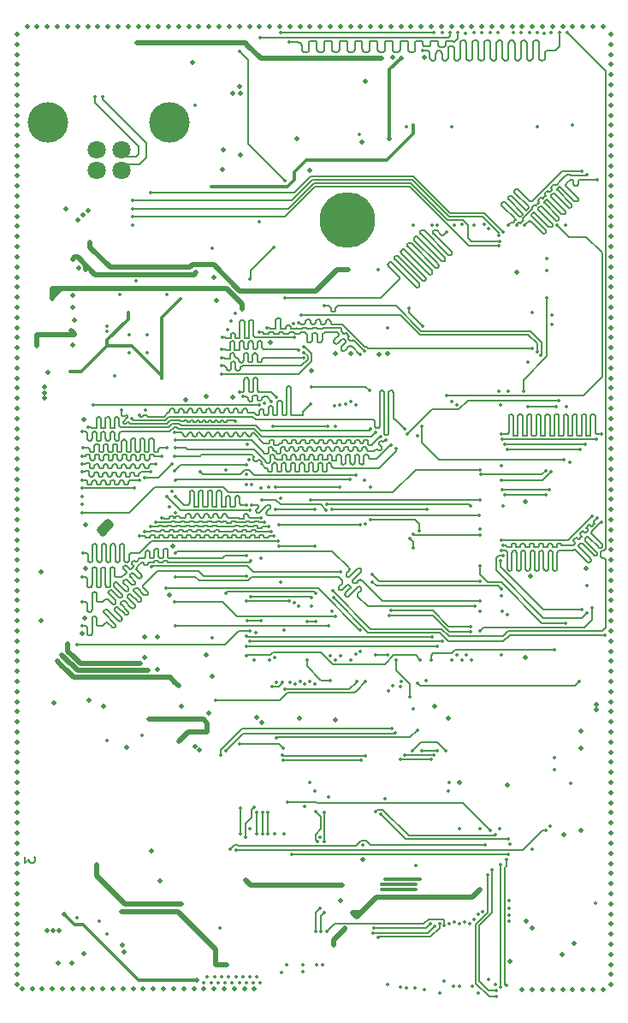
<source format=gbr>
G04 #@! TF.FileFunction,Copper,L3,Inr,Mixed*
%FSLAX46Y46*%
G04 Gerber Fmt 4.6, Leading zero omitted, Abs format (unit mm)*
G04 Created by KiCad (PCBNEW 4.0.7) date 04/10/18 15:24:13*
%MOMM*%
%LPD*%
G01*
G04 APERTURE LIST*
%ADD10C,0.100000*%
%ADD11C,0.200000*%
%ADD12C,1.800000*%
%ADD13C,4.000000*%
%ADD14C,5.500000*%
%ADD15C,0.500000*%
%ADD16C,0.352400*%
%ADD17C,0.152400*%
%ADD18C,0.500000*%
%ADD19C,0.300000*%
G04 APERTURE END LIST*
D10*
D11*
X197793282Y-109332568D02*
X197793282Y-109951616D01*
X198174234Y-109618282D01*
X198174234Y-109761140D01*
X198221853Y-109856378D01*
X198269472Y-109903997D01*
X198364711Y-109951616D01*
X198602806Y-109951616D01*
X198698044Y-109903997D01*
X198745663Y-109856378D01*
X198793282Y-109761140D01*
X198793282Y-109475425D01*
X198745663Y-109380187D01*
X198698044Y-109332568D01*
D12*
X204850000Y-41460000D03*
X207350000Y-41460000D03*
X207350000Y-39460000D03*
X204850000Y-39460000D03*
D13*
X212120000Y-36750000D03*
X200080000Y-36750000D03*
D14*
X229700000Y-46400000D03*
D15*
X250950000Y-119050000D03*
X247300000Y-74200000D03*
X216700000Y-54300000D03*
X216450000Y-52050000D03*
X229050000Y-113650000D03*
D16*
X239300000Y-121600000D03*
D15*
X234150000Y-30300000D03*
D16*
X232700000Y-51250000D03*
X231400000Y-72100000D03*
X221150000Y-79800000D03*
X249900000Y-55800000D03*
X217700000Y-71050000D03*
X251350000Y-64800000D03*
D15*
X253350000Y-80800000D03*
X201800000Y-45300000D03*
D16*
X236500000Y-110200000D03*
X250200000Y-100700000D03*
X250200000Y-99550000D03*
X249400000Y-50200000D03*
X249400000Y-51350000D03*
X223050000Y-73850000D03*
D15*
X245550000Y-102250000D03*
X240750000Y-102000000D03*
D16*
X247950000Y-108600000D03*
D15*
X251100000Y-107200000D03*
X252800000Y-106750000D03*
X252800000Y-96900000D03*
X252800000Y-98600000D03*
X231250000Y-109600000D03*
X245800000Y-119650000D03*
X247400000Y-115750000D03*
X247950000Y-116400000D03*
X252100000Y-117950000D03*
D16*
X249200000Y-27900000D03*
X241400000Y-27900000D03*
D15*
X219100000Y-39900000D03*
X217400000Y-39400000D03*
X217350000Y-41400000D03*
D16*
X221000000Y-46500000D03*
X206650000Y-61800000D03*
X208800000Y-52400000D03*
X207150000Y-53700000D03*
X211850000Y-53700000D03*
X205887500Y-116950000D03*
X205112500Y-115750000D03*
X209862500Y-59462500D03*
X208137500Y-59462500D03*
X209862500Y-57737500D03*
X208137500Y-57737500D03*
X205900000Y-57400000D03*
X205900000Y-56850000D03*
D15*
X246450000Y-51500000D03*
X237300000Y-30300000D03*
X231500000Y-32650000D03*
X231100000Y-38700000D03*
X225950000Y-41500000D03*
X224700000Y-38300000D03*
X219100000Y-33850000D03*
X219000000Y-33150000D03*
X218350000Y-33800000D03*
X214400000Y-30800000D03*
X215700000Y-63800000D03*
X213650000Y-64150000D03*
X218350000Y-63900000D03*
X226150000Y-61300000D03*
X228500000Y-59550000D03*
X230050000Y-59600000D03*
X232850000Y-59650000D03*
X233700000Y-59600000D03*
D16*
X244900000Y-70650000D03*
D15*
X247800000Y-81550000D03*
X247300000Y-89600000D03*
X238350000Y-94450000D03*
X239650000Y-95650000D03*
X228550000Y-95800000D03*
X224950000Y-95650000D03*
X221250000Y-96100000D03*
X220700000Y-95550000D03*
X202500000Y-53850000D03*
X202550000Y-55000000D03*
X202700000Y-56300000D03*
X202500000Y-58700000D03*
X203100000Y-51100000D03*
X200100000Y-61400000D03*
X203450000Y-87300000D03*
X203700000Y-85700000D03*
X203750000Y-80800000D03*
X203800000Y-76500000D03*
X203600000Y-66100000D03*
X212450000Y-78650000D03*
X212100000Y-83450000D03*
X215700000Y-89400000D03*
X199400000Y-81150000D03*
X199400000Y-86000000D03*
X210900000Y-87600000D03*
X209600000Y-87600000D03*
X210900000Y-90800000D03*
X209600000Y-89650000D03*
X216350000Y-91500000D03*
X216000000Y-95150000D03*
X213300000Y-94500000D03*
X200650000Y-94100000D03*
X204150000Y-93850000D03*
X205600000Y-94500000D03*
X207850000Y-98550000D03*
X211150000Y-111750000D03*
D16*
X215850000Y-121200000D03*
X216550000Y-121200000D03*
X217250000Y-121200000D03*
X217950000Y-121200000D03*
X218650000Y-121200000D03*
X219350000Y-121200000D03*
X220050000Y-121200000D03*
X220750000Y-121200000D03*
X221100000Y-121800000D03*
X220400000Y-121800000D03*
X219700000Y-121800000D03*
X219000000Y-121800000D03*
X218300000Y-121800000D03*
X217600000Y-121800000D03*
X216900000Y-121800000D03*
X216200000Y-121800000D03*
X215500000Y-121800000D03*
D15*
X207600000Y-118800000D03*
X202450000Y-119850000D03*
X201100000Y-119850000D03*
X203600000Y-118900000D03*
D16*
X235500000Y-37150000D03*
X252000000Y-36950000D03*
X248500000Y-37100000D03*
X240050000Y-37100000D03*
D15*
X247000000Y-122500000D03*
X248000000Y-122500000D03*
X249000000Y-122500000D03*
X250000000Y-122500000D03*
X251000000Y-122500000D03*
X252000000Y-122500000D03*
X253000000Y-122500000D03*
X254000000Y-122500000D03*
X255000000Y-122500000D03*
X255750000Y-122000000D03*
X198000000Y-27250000D03*
X199000000Y-27250000D03*
X200000000Y-27250000D03*
X201000000Y-27250000D03*
X202000000Y-27250000D03*
X203000000Y-27250000D03*
X204000000Y-27250000D03*
X205000000Y-27250000D03*
X206000000Y-27250000D03*
X207000000Y-27250000D03*
X208000000Y-27250000D03*
X209000000Y-27250000D03*
X210000000Y-27250000D03*
X211000000Y-27250000D03*
X212000000Y-27250000D03*
X213000000Y-27250000D03*
X214000000Y-27250000D03*
X215000000Y-27250000D03*
X216000000Y-27250000D03*
X217000000Y-27250000D03*
X218000000Y-27250000D03*
X219000000Y-27250000D03*
X220000000Y-27250000D03*
X221000000Y-27250000D03*
X222000000Y-27250000D03*
X223000000Y-27250000D03*
X224000000Y-27250000D03*
X225000000Y-27250000D03*
X226000000Y-27250000D03*
X227000000Y-27250000D03*
X228000000Y-27250000D03*
X229000000Y-27250000D03*
X230000000Y-27250000D03*
X231000000Y-27250000D03*
X232000000Y-27250000D03*
X233000000Y-27250000D03*
X234000000Y-27250000D03*
X235000000Y-27250000D03*
X236000000Y-27250000D03*
X237000000Y-27250000D03*
X238000000Y-27250000D03*
X239000000Y-27250000D03*
X240000000Y-27250000D03*
X241000000Y-27250000D03*
X242000000Y-27250000D03*
X243000000Y-27250000D03*
X244000000Y-27250000D03*
X245000000Y-27250000D03*
X246000000Y-27250000D03*
X247000000Y-27250000D03*
X248000000Y-27250000D03*
X249000000Y-27250000D03*
X250000000Y-27250000D03*
X251000000Y-27250000D03*
X252000000Y-27250000D03*
X253000000Y-27250000D03*
X254000000Y-27250000D03*
X255000000Y-27250000D03*
X255750000Y-121000000D03*
X255750000Y-120000000D03*
X255750000Y-119000000D03*
X255750000Y-118000000D03*
X255750000Y-117000000D03*
X255750000Y-116000000D03*
X255750000Y-115000000D03*
X255750000Y-114000000D03*
X255750000Y-113000000D03*
X255750000Y-112000000D03*
X255750000Y-111000000D03*
X255750000Y-110000000D03*
X255750000Y-109000000D03*
X255750000Y-108000000D03*
X255750000Y-107000000D03*
X255750000Y-106000000D03*
X255750000Y-105000000D03*
X255750000Y-104000000D03*
X255750000Y-103000000D03*
X255750000Y-102000000D03*
X255750000Y-101000000D03*
X255750000Y-100000000D03*
X255750000Y-99000000D03*
X255750000Y-98000000D03*
X255750000Y-97000000D03*
X255750000Y-96000000D03*
X255750000Y-95000000D03*
X255750000Y-94000000D03*
X255750000Y-93000000D03*
X255750000Y-92000000D03*
X255750000Y-91000000D03*
X255750000Y-90000000D03*
X255750000Y-89000000D03*
X255750000Y-88000000D03*
X255750000Y-87000000D03*
X255750000Y-86000000D03*
X255750000Y-85000000D03*
X255750000Y-84000000D03*
X255750000Y-83000000D03*
X255750000Y-82000000D03*
X255750000Y-81000000D03*
X255750000Y-80000000D03*
X255750000Y-79000000D03*
X255750000Y-78000000D03*
X255750000Y-77000000D03*
X255750000Y-76000000D03*
X255750000Y-75000000D03*
X255750000Y-74000000D03*
X255750000Y-73000000D03*
X255750000Y-72000000D03*
X255750000Y-71000000D03*
X255750000Y-70000000D03*
X255750000Y-69000000D03*
X255750000Y-68000000D03*
X255750000Y-67000000D03*
X255750000Y-66000000D03*
X255750000Y-65000000D03*
X255750000Y-64000000D03*
X255750000Y-63000000D03*
X255750000Y-62000000D03*
X255750000Y-61000000D03*
X255750000Y-60000000D03*
X255750000Y-59000000D03*
X255750000Y-58000000D03*
X255750000Y-57000000D03*
X255750000Y-56000000D03*
X255750000Y-55000000D03*
X255750000Y-54000000D03*
X255750000Y-53000000D03*
X255750000Y-52000000D03*
X255750000Y-51000000D03*
X255750000Y-50000000D03*
X255750000Y-49000000D03*
X255750000Y-48000000D03*
X255750000Y-47000000D03*
X255750000Y-46000000D03*
X255750000Y-45000000D03*
X255750000Y-44000000D03*
X255750000Y-43000000D03*
X255750000Y-42000000D03*
X255750000Y-41000000D03*
X255750000Y-40000000D03*
X255750000Y-39000000D03*
X255750000Y-38000000D03*
X255750000Y-37000000D03*
X255750000Y-36000000D03*
X255750000Y-35000000D03*
X255750000Y-34000000D03*
X255750000Y-33000000D03*
X255750000Y-32000000D03*
X255750000Y-31000000D03*
X255750000Y-30000000D03*
X255750000Y-29000000D03*
X255750000Y-28000000D03*
X197050000Y-122000000D03*
X197050000Y-121000000D03*
X197050000Y-120000000D03*
X197050000Y-119000000D03*
X197050000Y-118000000D03*
X197050000Y-117000000D03*
X197050000Y-116000000D03*
X197050000Y-114000000D03*
X197050000Y-115000000D03*
X197050000Y-113000000D03*
X197050000Y-112000000D03*
X197050000Y-111000000D03*
X197050000Y-110000000D03*
X197050000Y-109000000D03*
X197050000Y-108000000D03*
X197050000Y-107000000D03*
X197050000Y-106000000D03*
X197050000Y-104000000D03*
X197050000Y-105000000D03*
X197050000Y-103000000D03*
X197050000Y-102000000D03*
X197050000Y-101000000D03*
X197050000Y-100000000D03*
X197050000Y-99000000D03*
X197050000Y-98000000D03*
X197050000Y-97000000D03*
X197050000Y-96000000D03*
X197050000Y-95000000D03*
X197050000Y-94000000D03*
X197050000Y-93000000D03*
X197050000Y-92000000D03*
X197050000Y-91000000D03*
X197050000Y-90000000D03*
X197050000Y-89000000D03*
X197050000Y-88000000D03*
X197050000Y-87000000D03*
X197050000Y-86000000D03*
X197050000Y-85000000D03*
X197050000Y-84000000D03*
X197050000Y-83000000D03*
X197050000Y-82000000D03*
X197050000Y-81000000D03*
X197050000Y-80000000D03*
X197050000Y-79000000D03*
X197050000Y-78000000D03*
X197050000Y-77000000D03*
X197050000Y-76000000D03*
X197050000Y-75000000D03*
X197050000Y-74000000D03*
X197050000Y-73000000D03*
X197050000Y-72000000D03*
X197050000Y-71000000D03*
X197050000Y-70000000D03*
X197050000Y-69000000D03*
X197050000Y-68000000D03*
X197050000Y-67000000D03*
X197050000Y-66000000D03*
X197050000Y-65000000D03*
X197050000Y-64000000D03*
X197050000Y-63000000D03*
X197050000Y-62000000D03*
X197050000Y-61000000D03*
X197050000Y-60000000D03*
X197050000Y-59000000D03*
X197050000Y-58000000D03*
X197050000Y-57000000D03*
X197050000Y-56000000D03*
X197050000Y-55000000D03*
X197050000Y-54000000D03*
X197050000Y-53000000D03*
X197050000Y-52000000D03*
X197050000Y-51000000D03*
X197050000Y-50000000D03*
X197050000Y-49000000D03*
X197050000Y-48000000D03*
X197050000Y-47000000D03*
X197050000Y-46000000D03*
X197050000Y-45000000D03*
X197050000Y-44000000D03*
X197050000Y-43000000D03*
X197050000Y-42000000D03*
X197050000Y-41000000D03*
X197050000Y-40000000D03*
X197050000Y-39000000D03*
X197050000Y-38000000D03*
X197050000Y-37000000D03*
X197050000Y-36000000D03*
X197050000Y-35000000D03*
X197050000Y-34000000D03*
X197050000Y-33000000D03*
X197050000Y-32000000D03*
X197050000Y-31000000D03*
X197050000Y-30000000D03*
X197050000Y-29000000D03*
X197050000Y-28000000D03*
X220500000Y-122400000D03*
X197500000Y-122400000D03*
X198500000Y-122400000D03*
X199500000Y-122400000D03*
X200500000Y-122400000D03*
X201500000Y-122400000D03*
X202500000Y-122400000D03*
X203500000Y-122400000D03*
X204500000Y-122400000D03*
X205500000Y-122400000D03*
X206500000Y-122400000D03*
X207500000Y-122400000D03*
X208500000Y-122400000D03*
X209500000Y-122400000D03*
X210500000Y-122400000D03*
X211500000Y-122400000D03*
X212500000Y-122400000D03*
X213500000Y-122400000D03*
X214500000Y-122400000D03*
X215500000Y-122400000D03*
X216500000Y-122400000D03*
X217500000Y-122400000D03*
X218500000Y-122400000D03*
X219500000Y-122400000D03*
D16*
X248000000Y-55500000D03*
X235650000Y-67550000D03*
X250600000Y-64200000D03*
X228500000Y-66750000D03*
D15*
X210050000Y-95750000D03*
X210600000Y-95750000D03*
X205500000Y-77400000D03*
X206350000Y-76550000D03*
X199750000Y-62900000D03*
X199750000Y-63450000D03*
X202500000Y-50250000D03*
X213750000Y-51750000D03*
X214300000Y-51750000D03*
X231900000Y-30400000D03*
X232450000Y-30400000D03*
X219300000Y-55200000D03*
X207850000Y-90200000D03*
X208550000Y-90200000D03*
X213000000Y-92450000D03*
X212600000Y-92050000D03*
X202000000Y-88300000D03*
X201450000Y-89400000D03*
X201000000Y-90000000D03*
X201450000Y-90450000D03*
X201850000Y-89800000D03*
X202050000Y-89000000D03*
X215050000Y-98800000D03*
X219600000Y-111650000D03*
X228600000Y-112150000D03*
X200450000Y-54200000D03*
X200450000Y-53650000D03*
X203800000Y-51250000D03*
X208900000Y-28850000D03*
X205950000Y-76150000D03*
X205100000Y-77000000D03*
X211150000Y-95750000D03*
X233100000Y-30350000D03*
D16*
X214600000Y-35000000D03*
X214750000Y-51500000D03*
X203000000Y-50050000D03*
X202400000Y-89350000D03*
X209200000Y-90200000D03*
D15*
X222050000Y-58450000D03*
X219300000Y-54650000D03*
X200450000Y-53100000D03*
X202350000Y-90250000D03*
X210000000Y-90900000D03*
X213050000Y-97900000D03*
X215850000Y-97000000D03*
X199750000Y-64000000D03*
X201900000Y-90900000D03*
X212150000Y-91600000D03*
X214650000Y-98400000D03*
D16*
X220100000Y-112150000D03*
X229150000Y-112150000D03*
X223450000Y-86950000D03*
X216300000Y-87700000D03*
X233400000Y-111550000D03*
X236900000Y-111550000D03*
X236500000Y-112050000D03*
X233100000Y-112050000D03*
X236500000Y-112600000D03*
X233100000Y-112600000D03*
X254250000Y-113900000D03*
D15*
X204250000Y-48550000D03*
X229800000Y-51250000D03*
X229250000Y-51250000D03*
X254300000Y-94250000D03*
X242400000Y-113000000D03*
X230200000Y-114900000D03*
X228350000Y-118100000D03*
X204850000Y-110100000D03*
X204850000Y-110650000D03*
D16*
X204850000Y-111200000D03*
D15*
X210300000Y-108750000D03*
D16*
X204250000Y-49100000D03*
X228700000Y-51250000D03*
X213300000Y-114050000D03*
D15*
X228350000Y-117550000D03*
X229450000Y-116428602D03*
X230600000Y-115300000D03*
X242850000Y-112550000D03*
X254300000Y-94800000D03*
D16*
X209350000Y-97300000D03*
X205900000Y-97850000D03*
X230850000Y-37900000D03*
D15*
X201150000Y-116650000D03*
X200550000Y-116650000D03*
X202350000Y-57300000D03*
X203050000Y-46400000D03*
X203550000Y-45900000D03*
X198950000Y-58800000D03*
X198950000Y-58250000D03*
X217200000Y-120050000D03*
X217750000Y-120050000D03*
X204050000Y-45400000D03*
X198950000Y-57700000D03*
X202700000Y-57700000D03*
X199975000Y-116675000D03*
X207300000Y-114750000D03*
X216650000Y-120050000D03*
X207450000Y-118050000D03*
D16*
X236200000Y-37000000D03*
X216250000Y-43100000D03*
X216350000Y-49200000D03*
X223500000Y-42450000D03*
X219000000Y-29650000D03*
X222450000Y-49050000D03*
X220050000Y-52200000D03*
X208000000Y-55550000D03*
X213200000Y-54200000D03*
X211350000Y-62000000D03*
X205900000Y-58800000D03*
X202300000Y-61350000D03*
X233650000Y-57050000D03*
D15*
X235000000Y-30350000D03*
X233850000Y-38300000D03*
X214800000Y-121550000D03*
X201650000Y-115050000D03*
D16*
X249450000Y-54100000D03*
X247100000Y-63300000D03*
X251700000Y-70300000D03*
X253900000Y-84750000D03*
X242800000Y-87050000D03*
X249900000Y-56700000D03*
X250200000Y-88900000D03*
X250350000Y-64850000D03*
X247550000Y-64850000D03*
X247550000Y-60450000D03*
X238000000Y-89900000D03*
X245600000Y-63300000D03*
X245100000Y-74650000D03*
X205500000Y-34200000D03*
X204700000Y-34200000D03*
X202950000Y-88350000D03*
X202900000Y-115350000D03*
X220050000Y-87000000D03*
X216650000Y-93900000D03*
X217100000Y-116350000D03*
X231500000Y-92000000D03*
X252900000Y-84900000D03*
X244850000Y-80050000D03*
X253400000Y-85200000D03*
X253400000Y-82500000D03*
X245100000Y-79550000D03*
X251300000Y-86250000D03*
X242800000Y-80550000D03*
X212600000Y-84100000D03*
X228500000Y-85550000D03*
X228500000Y-89850000D03*
X212650000Y-81650000D03*
X242350000Y-84550000D03*
X242800000Y-84050000D03*
X212650000Y-79300000D03*
X212650000Y-86500000D03*
X227850000Y-86500000D03*
X228000000Y-89450000D03*
X242750000Y-75550000D03*
X220250000Y-74550000D03*
X212050000Y-74750000D03*
X219700000Y-74550000D03*
X212650000Y-73700000D03*
X212300000Y-73200000D03*
X220250000Y-72550000D03*
X219700000Y-71550000D03*
X212650000Y-75300000D03*
X215150000Y-71300000D03*
X230500000Y-71600000D03*
X230500000Y-89300000D03*
X209650000Y-77200000D03*
X209650000Y-71850000D03*
X212350000Y-70500000D03*
X222150000Y-77200000D03*
X234500000Y-69000000D03*
X212600000Y-69700000D03*
X230000000Y-89850000D03*
X229950000Y-72050000D03*
X212650000Y-72100000D03*
X233500000Y-68100000D03*
X212650000Y-68100000D03*
X233000000Y-67750000D03*
X212600000Y-67400000D03*
X234000000Y-68600000D03*
X212650000Y-68900000D03*
X232500000Y-67400000D03*
X203450000Y-67300000D03*
X232000000Y-67050000D03*
X204050000Y-66850000D03*
X220050000Y-75050000D03*
X203500000Y-68900000D03*
X211850000Y-68900000D03*
X211850000Y-73700000D03*
X210750000Y-76250000D03*
X210750000Y-70500000D03*
X203450000Y-70500000D03*
X221500000Y-76250000D03*
X210200000Y-76700000D03*
X210200000Y-71300000D03*
X203450000Y-71300000D03*
X221900000Y-76700000D03*
X209100000Y-77650000D03*
X209100000Y-72100000D03*
X203450000Y-72100000D03*
X222450000Y-77650000D03*
X203450000Y-69700000D03*
X211300000Y-69700000D03*
X211300000Y-75800000D03*
X221150000Y-75800000D03*
X203450000Y-73700000D03*
X221000000Y-64650000D03*
X204550000Y-64650000D03*
X230950000Y-89000000D03*
X230950000Y-86950000D03*
X211750000Y-82800000D03*
X203450000Y-74500000D03*
X242800000Y-71050000D03*
X203450000Y-75300000D03*
X208650000Y-72900000D03*
X203450000Y-72900000D03*
X229000000Y-81200000D03*
X229000000Y-89500000D03*
X210300000Y-80650000D03*
X203450000Y-81700000D03*
X219700000Y-79550000D03*
X203450000Y-84150000D03*
X220150000Y-80050000D03*
X203450000Y-86500000D03*
X219700000Y-81550000D03*
X203500000Y-79300000D03*
X222800000Y-78100000D03*
X226500000Y-92300000D03*
X226500000Y-102800000D03*
X227750000Y-66750000D03*
X232450000Y-89350000D03*
X233700000Y-89350000D03*
X233450000Y-103600000D03*
X222300000Y-66750000D03*
X225500000Y-104400000D03*
X225500000Y-92300000D03*
X226000000Y-102000000D03*
X226000000Y-92000000D03*
X239650000Y-102800000D03*
X240800000Y-106550000D03*
X239750000Y-102000000D03*
X242800000Y-106600000D03*
X226150000Y-84550000D03*
X227000000Y-107400000D03*
X231250000Y-108200000D03*
X237500000Y-91950000D03*
X223050000Y-82150000D03*
X220050000Y-106600000D03*
X226600000Y-83250000D03*
X217650000Y-83250000D03*
X228250000Y-83050000D03*
X251450000Y-27850000D03*
X237150000Y-29600000D03*
X236650000Y-67700000D03*
X250650000Y-27850000D03*
X226100000Y-83700000D03*
X228300000Y-83700000D03*
X220100000Y-83600000D03*
X255150000Y-87400000D03*
X249850000Y-27850000D03*
X251150000Y-70050000D03*
X251300000Y-46850000D03*
X237100000Y-66750000D03*
X253200000Y-68550000D03*
X245250000Y-68550000D03*
X247700000Y-27850000D03*
X246900000Y-27850000D03*
X254450000Y-75850000D03*
X245100000Y-78550000D03*
X253950000Y-75650000D03*
X244950000Y-78050000D03*
X246100000Y-27850000D03*
X248500000Y-27850000D03*
X254800000Y-67550000D03*
X244950000Y-67550000D03*
X245550000Y-69050000D03*
X252750000Y-69050000D03*
X253400000Y-41850000D03*
X246450000Y-46850000D03*
X245650000Y-46850000D03*
X252900000Y-41550000D03*
X254800000Y-76250000D03*
X244950000Y-79050000D03*
X243700000Y-47250000D03*
X242800000Y-76900000D03*
X247250000Y-46850000D03*
X254450000Y-42350000D03*
X254350000Y-68050000D03*
X245050000Y-68050000D03*
X241500000Y-89350000D03*
X243800000Y-27850000D03*
X243000000Y-27850000D03*
X240500000Y-89350000D03*
X240000000Y-64300000D03*
X242200000Y-27850000D03*
X244600000Y-27850000D03*
X244900000Y-89400000D03*
X241000000Y-89850000D03*
X242200000Y-46850000D03*
X241000000Y-46800000D03*
X240000000Y-89850000D03*
X240300000Y-46850000D03*
X240500000Y-64650000D03*
X242000000Y-89850000D03*
X243200000Y-46800000D03*
X221050000Y-28300000D03*
X220650000Y-87150000D03*
X239850000Y-27850000D03*
X239050000Y-27850000D03*
X239050000Y-88050000D03*
X220050000Y-88050000D03*
X221500000Y-64450000D03*
X223050000Y-27850000D03*
X238250000Y-27850000D03*
X223950000Y-28800000D03*
X223950000Y-84050000D03*
X219700000Y-84050000D03*
X240650000Y-27850000D03*
X238600000Y-46850000D03*
X238600000Y-88550000D03*
X219700000Y-88550000D03*
X219700000Y-87550000D03*
X238050000Y-46900000D03*
X238050000Y-87600000D03*
X236250000Y-77450000D03*
X236200000Y-46850000D03*
X242800000Y-77550000D03*
X239500000Y-47550000D03*
X223500000Y-54050000D03*
X220500000Y-89850000D03*
X244650000Y-48950000D03*
X208450000Y-46050000D03*
X244700000Y-63300000D03*
X249850000Y-71250000D03*
X245100000Y-47550000D03*
X210250000Y-43650000D03*
X208450000Y-46850000D03*
X244900000Y-72100000D03*
X249300000Y-71200000D03*
X244650000Y-47900000D03*
X208450000Y-44450000D03*
X242900000Y-71550000D03*
X244800000Y-48450000D03*
X208450000Y-45250000D03*
X244850000Y-64650000D03*
X225150000Y-55800000D03*
X245050000Y-85100000D03*
X248450000Y-59400000D03*
X248000000Y-59050000D03*
X224900000Y-56500000D03*
X244950000Y-83550000D03*
X245500000Y-85400000D03*
X248850000Y-59750000D03*
X227450000Y-54850000D03*
X234950000Y-92550000D03*
X231400000Y-59350000D03*
X221750000Y-57050000D03*
X235000000Y-92000000D03*
X230950000Y-59700000D03*
X220950000Y-57500000D03*
X242800000Y-85050000D03*
X241850000Y-74650000D03*
X227650000Y-74500000D03*
X224400000Y-56600000D03*
X208350000Y-66000000D03*
X235400000Y-67050000D03*
X226050000Y-64550000D03*
X209100000Y-65700000D03*
X209750000Y-65200000D03*
X212600000Y-71150000D03*
X219700000Y-70550000D03*
X218600000Y-66250000D03*
X207350000Y-65150000D03*
X222500000Y-89600000D03*
X225400000Y-59450000D03*
X217250000Y-60800000D03*
X222000000Y-89850000D03*
X225350000Y-60000000D03*
X217250000Y-60000000D03*
X224900000Y-84550000D03*
X224900000Y-59200000D03*
X217250000Y-59150000D03*
X242800000Y-74050000D03*
X226050000Y-74050000D03*
X225350000Y-58900000D03*
X217250000Y-61600000D03*
X221900000Y-72800000D03*
X222650000Y-63900000D03*
X219000000Y-63400000D03*
X217800000Y-57200000D03*
X221150000Y-72850000D03*
X222200000Y-64350000D03*
X219350000Y-63850000D03*
X218150000Y-56400000D03*
X218600000Y-55600000D03*
X219750000Y-68550000D03*
X224450000Y-84250000D03*
X224450000Y-58000000D03*
X217350000Y-57950000D03*
X237150000Y-56900000D03*
X235750000Y-55050000D03*
X241850000Y-86550000D03*
X230500000Y-64650000D03*
X234050000Y-85000000D03*
X244800000Y-106600000D03*
X241850000Y-87100000D03*
X245750000Y-108100000D03*
X230000000Y-64350000D03*
X233850000Y-85500000D03*
X229500000Y-64600000D03*
X233000000Y-105150000D03*
X245600000Y-107600000D03*
X228950000Y-64650000D03*
X232500000Y-104850000D03*
X244300000Y-107150000D03*
X237050000Y-98850000D03*
X238600000Y-98850000D03*
X238800000Y-115950000D03*
X232700000Y-117350000D03*
X237550000Y-74950000D03*
X228150000Y-74950000D03*
X228450000Y-64750000D03*
X235350000Y-99300000D03*
X238250000Y-99300000D03*
X238350000Y-116200000D03*
X235900000Y-77850000D03*
X236250000Y-78800000D03*
X226100000Y-62850000D03*
X231900000Y-63250000D03*
X232200000Y-116900000D03*
X231950000Y-72800000D03*
X231950000Y-76000000D03*
X236800000Y-77100000D03*
X237900000Y-115950000D03*
X232300000Y-116400000D03*
X234950000Y-99700000D03*
X237950000Y-99750000D03*
X223350000Y-98600000D03*
X222950000Y-78650000D03*
X221150000Y-86000000D03*
X219750000Y-86000000D03*
X219000000Y-98150000D03*
X222550000Y-75000000D03*
X226500000Y-75000000D03*
X226500000Y-78650000D03*
X219950000Y-70050000D03*
X222550000Y-72800000D03*
X228950000Y-72800000D03*
X230950000Y-76550000D03*
X231050000Y-99800000D03*
X223350000Y-99800000D03*
X222900000Y-76550000D03*
X219700000Y-72500000D03*
X223400000Y-107050000D03*
X223250000Y-99250000D03*
X231500000Y-99350000D03*
X231500000Y-76450000D03*
X227600000Y-75050000D03*
X221200000Y-74050000D03*
X225300000Y-120050000D03*
X220700000Y-107050000D03*
X220700000Y-104950000D03*
X222650000Y-92100000D03*
X219600000Y-107450000D03*
X220500000Y-104450000D03*
X222250000Y-92550000D03*
X225300000Y-120700000D03*
X223300000Y-92100000D03*
X222500000Y-107050000D03*
X224000000Y-92100000D03*
X224550000Y-92300000D03*
X223750000Y-103900000D03*
X243800000Y-106700000D03*
X224200000Y-109100000D03*
X225000000Y-92000000D03*
X245650000Y-109100000D03*
X223550000Y-92750000D03*
X221850000Y-104950000D03*
X221850000Y-107050000D03*
X230600000Y-92000000D03*
X234100000Y-96650000D03*
X217200000Y-99250000D03*
X223700000Y-120050000D03*
X233800000Y-92900000D03*
X234450000Y-97050000D03*
X217650000Y-98900000D03*
X234150000Y-92450000D03*
X239450000Y-98900000D03*
X236150000Y-98850000D03*
X239300000Y-116150000D03*
X235850000Y-93500000D03*
X227650000Y-116750000D03*
X234500000Y-89850000D03*
X236600000Y-96800000D03*
X221300000Y-107050000D03*
X221300000Y-104950000D03*
X222650000Y-97600000D03*
X236250000Y-94700000D03*
X252600000Y-92000000D03*
X251800000Y-102100000D03*
X236600000Y-92150000D03*
X219150000Y-107050000D03*
X219150000Y-104500000D03*
X219700000Y-89470000D03*
X236900000Y-89850000D03*
X228200000Y-85100000D03*
X227450000Y-105000000D03*
X227450000Y-107850000D03*
X227450000Y-114850000D03*
X227100000Y-116750000D03*
X227200000Y-120000000D03*
X232150000Y-82150000D03*
X244950000Y-82850000D03*
X226550000Y-104850000D03*
X226750000Y-107850000D03*
X227000000Y-114400000D03*
X226550000Y-116750000D03*
X226650000Y-120000000D03*
X228000000Y-91900000D03*
X227850000Y-103400000D03*
X225700000Y-86050000D03*
X225700000Y-89850000D03*
X226600000Y-86050000D03*
X232150000Y-81450000D03*
X242800000Y-82100000D03*
X218650000Y-108650000D03*
X249300000Y-106700000D03*
X249300000Y-73550000D03*
X245300000Y-73550000D03*
X249650000Y-73050000D03*
X249750000Y-106350000D03*
X243300000Y-108200000D03*
X218100000Y-108600000D03*
X223200000Y-120750000D03*
X245050000Y-73050000D03*
X233700000Y-122000000D03*
X234950000Y-122250000D03*
X235500000Y-122300000D03*
X236400000Y-122350000D03*
X237300000Y-122500000D03*
X238850000Y-122800000D03*
X239800000Y-115950000D03*
X240300000Y-115800000D03*
X240200000Y-122150000D03*
X240800000Y-122150000D03*
X240800000Y-115950000D03*
X241300000Y-115800000D03*
X241800000Y-115950000D03*
X242200000Y-115500000D03*
X242050000Y-122150000D03*
X242650000Y-115050000D03*
X243100000Y-114750000D03*
X242650000Y-122800000D03*
X245700000Y-115750000D03*
X245700000Y-115150000D03*
X243650000Y-121500000D03*
X245700000Y-114450000D03*
X244350000Y-122000000D03*
X245700000Y-113650000D03*
X243550000Y-111100000D03*
X244450000Y-123200000D03*
X244400000Y-122600000D03*
X244000000Y-110600000D03*
X244850000Y-110100000D03*
X244850000Y-122250000D03*
X245400000Y-122100000D03*
X245400000Y-109600000D03*
X239500000Y-63750000D03*
X250450000Y-46900000D03*
D11*
X205887500Y-116950000D02*
X205900000Y-116950000D01*
X205112500Y-115750000D02*
X205100000Y-115750000D01*
X209862500Y-59462500D02*
X209850000Y-59450000D01*
X208137500Y-59462500D02*
X208150000Y-59450000D01*
X209862500Y-57737500D02*
X209850000Y-57750000D01*
X208137500Y-57737500D02*
X208150000Y-57750000D01*
D17*
X235650000Y-67550000D02*
X238100000Y-65100000D01*
X238100000Y-65100000D02*
X240700000Y-65100000D01*
X240700000Y-65100000D02*
X241600000Y-64200000D01*
X241600000Y-64200000D02*
X250600000Y-64200000D01*
D18*
X210600000Y-95750000D02*
X210050000Y-95750000D01*
X210600000Y-95750000D02*
X211150000Y-95750000D01*
X205500000Y-77400000D02*
X206350000Y-76550000D01*
X205100000Y-77000000D02*
X205500000Y-77400000D01*
X205100000Y-77000000D02*
X205500000Y-77000000D01*
X205950000Y-76550000D02*
X206350000Y-76550000D01*
X205500000Y-77000000D02*
X205950000Y-76550000D01*
X205950000Y-76150000D02*
X206350000Y-76550000D01*
D19*
X200450000Y-53650000D02*
X200550000Y-53650000D01*
X200550000Y-53650000D02*
X201100000Y-53100000D01*
X200450000Y-54200000D02*
X200450000Y-54150000D01*
X201350000Y-53150000D02*
X201350000Y-53100000D01*
X201400000Y-53100000D02*
X201350000Y-53150000D01*
X201500000Y-53100000D02*
X201400000Y-53100000D01*
X200450000Y-54150000D02*
X201500000Y-53100000D01*
D18*
X202500000Y-50250000D02*
X202700000Y-50050000D01*
X202700000Y-50050000D02*
X203000000Y-50050000D01*
X214300000Y-51750000D02*
X214500000Y-51750000D01*
X219300000Y-54650000D02*
X219300000Y-55200000D01*
X212600000Y-92050000D02*
X213000000Y-92450000D01*
X212150000Y-91600000D02*
X212600000Y-92050000D01*
X202050000Y-89000000D02*
X202050000Y-88350000D01*
X202050000Y-88350000D02*
X202000000Y-88300000D01*
X201850000Y-89800000D02*
X201450000Y-89400000D01*
X201450000Y-90450000D02*
X201000000Y-90000000D01*
X201900000Y-90900000D02*
X201450000Y-90450000D01*
X202350000Y-90250000D02*
X202300000Y-90250000D01*
X202300000Y-90250000D02*
X201850000Y-89800000D01*
X202600000Y-89550000D02*
X202050000Y-89000000D01*
X220100000Y-112150000D02*
X219600000Y-111650000D01*
X200450000Y-53650000D02*
X200450000Y-54200000D01*
X200450000Y-53100000D02*
X200450000Y-53650000D01*
X203000000Y-50050000D02*
X203800000Y-50850000D01*
X203800000Y-50850000D02*
X203800000Y-51250000D01*
X219825000Y-29075000D02*
X219600000Y-28850000D01*
X219600000Y-28850000D02*
X208900000Y-28850000D01*
X205950000Y-76150000D02*
X205100000Y-77000000D01*
X211150000Y-95750000D02*
X215450000Y-95750000D01*
X215450000Y-95750000D02*
X215850000Y-96150000D01*
X215850000Y-96150000D02*
X215850000Y-97000000D01*
X233100000Y-30350000D02*
X233050000Y-30400000D01*
X233050000Y-30400000D02*
X232450000Y-30400000D01*
X232450000Y-30400000D02*
X231900000Y-30400000D01*
X231900000Y-30400000D02*
X221150000Y-30400000D01*
X221150000Y-30400000D02*
X219825000Y-29075000D01*
X219825000Y-29075000D02*
X219800000Y-29050000D01*
X214750000Y-51500000D02*
X214500000Y-51750000D01*
X214500000Y-51750000D02*
X213750000Y-51750000D01*
X213750000Y-51750000D02*
X204700000Y-51750000D01*
X204700000Y-51750000D02*
X203000000Y-50050000D01*
X202400000Y-89350000D02*
X202600000Y-89550000D01*
X202600000Y-89550000D02*
X203250000Y-90200000D01*
X203250000Y-90200000D02*
X207850000Y-90200000D01*
X207850000Y-90200000D02*
X208550000Y-90200000D01*
X208550000Y-90200000D02*
X209200000Y-90200000D01*
X219300000Y-54650000D02*
X217750000Y-53100000D01*
X217750000Y-53100000D02*
X201100000Y-53100000D01*
X201100000Y-53100000D02*
X201350000Y-53100000D01*
X201350000Y-53100000D02*
X200450000Y-53100000D01*
X202350000Y-90250000D02*
X203000000Y-90900000D01*
X203000000Y-90900000D02*
X210000000Y-90900000D01*
X213050000Y-97900000D02*
X213950000Y-97000000D01*
X213950000Y-97000000D02*
X215850000Y-97000000D01*
X201900000Y-90900000D02*
X202600000Y-91600000D01*
X202600000Y-91600000D02*
X212150000Y-91600000D01*
X220100000Y-112150000D02*
X228600000Y-112150000D01*
X228600000Y-112150000D02*
X229150000Y-112150000D01*
D19*
X233400000Y-111550000D02*
X236900000Y-111550000D01*
X233100000Y-112050000D02*
X236500000Y-112050000D01*
X233100000Y-112600000D02*
X236500000Y-112600000D01*
D18*
X204250000Y-48550000D02*
X204250000Y-49100000D01*
X229250000Y-51250000D02*
X229800000Y-51250000D01*
X228700000Y-51250000D02*
X229250000Y-51250000D01*
X230200000Y-114900000D02*
X231000000Y-114900000D01*
X231000000Y-114900000D02*
X230900000Y-114900000D01*
X230900000Y-114900000D02*
X230900000Y-115000000D01*
X230600000Y-115300000D02*
X230200000Y-114900000D01*
X228350000Y-118100000D02*
X228350000Y-117550000D01*
X204850000Y-110650000D02*
X204850000Y-110100000D01*
X204850000Y-111200000D02*
X204850000Y-110650000D01*
X206200000Y-51050000D02*
X204250000Y-49100000D01*
X214150000Y-51050000D02*
X206200000Y-51050000D01*
X214400000Y-50800000D02*
X214150000Y-51050000D01*
X216450000Y-50800000D02*
X214400000Y-50800000D01*
X219050000Y-53400000D02*
X216450000Y-50800000D01*
X226550000Y-53400000D02*
X219050000Y-53400000D01*
X228700000Y-51250000D02*
X226550000Y-53400000D01*
X204850000Y-111200000D02*
X207700000Y-114050000D01*
X207700000Y-114050000D02*
X213300000Y-114050000D01*
X228350000Y-117550000D02*
X229450000Y-116450000D01*
X229450000Y-116450000D02*
X229450000Y-116428602D01*
X230600000Y-115300000D02*
X230900000Y-115000000D01*
X230900000Y-115000000D02*
X232550000Y-113350000D01*
X232550000Y-113350000D02*
X242050000Y-113350000D01*
X242050000Y-113350000D02*
X242400000Y-113000000D01*
X242400000Y-113000000D02*
X242850000Y-112550000D01*
X202700000Y-57700000D02*
X202700000Y-57650000D01*
X202700000Y-57650000D02*
X202350000Y-57300000D01*
X198950000Y-58250000D02*
X198950000Y-58800000D01*
X198950000Y-57700000D02*
X198950000Y-58250000D01*
X217200000Y-120050000D02*
X217750000Y-120050000D01*
X216650000Y-120050000D02*
X217200000Y-120050000D01*
X202700000Y-57700000D02*
X198950000Y-57700000D01*
X212200000Y-114750000D02*
X207300000Y-114750000D01*
X216650000Y-120050000D02*
X216650000Y-118500000D01*
X216650000Y-118500000D02*
X212900000Y-114750000D01*
X212900000Y-114750000D02*
X212200000Y-114750000D01*
D19*
X236200000Y-37000000D02*
X236200000Y-37850000D01*
X236200000Y-37850000D02*
X233600000Y-40450000D01*
X233600000Y-40450000D02*
X225650000Y-40450000D01*
X225650000Y-40450000D02*
X224450000Y-41650000D01*
X224450000Y-41650000D02*
X224450000Y-42400000D01*
X224450000Y-42400000D02*
X223750000Y-43100000D01*
X223750000Y-43100000D02*
X216250000Y-43100000D01*
D17*
X223500000Y-42450000D02*
X219900000Y-38850000D01*
X219900000Y-38850000D02*
X219900000Y-30550000D01*
X219900000Y-30550000D02*
X219000000Y-29650000D01*
X222450000Y-49050000D02*
X220150000Y-51350000D01*
X220150000Y-51350000D02*
X220150000Y-52100000D01*
X220150000Y-52100000D02*
X220050000Y-52200000D01*
D19*
X205900000Y-58800000D02*
X205900000Y-58250000D01*
X205900000Y-58250000D02*
X208000000Y-56150000D01*
X208000000Y-56150000D02*
X208000000Y-55550000D01*
X211350000Y-56050000D02*
X213200000Y-54200000D01*
X211350000Y-62000000D02*
X211350000Y-56050000D01*
X205900000Y-58800000D02*
X208350000Y-58800000D01*
X208350000Y-58800000D02*
X211350000Y-61800000D01*
X211350000Y-61800000D02*
X211350000Y-62000000D01*
X205900000Y-58800000D02*
X203350000Y-61350000D01*
X203350000Y-61350000D02*
X202300000Y-61350000D01*
X235000000Y-30350000D02*
X233850000Y-31500000D01*
X233850000Y-31500000D02*
X233850000Y-38300000D01*
X214800000Y-121550000D02*
X209000000Y-121550000D01*
X209000000Y-121550000D02*
X203500000Y-116050000D01*
X203500000Y-116050000D02*
X202650000Y-116050000D01*
X202650000Y-116050000D02*
X201650000Y-115050000D01*
D17*
X249450000Y-54100000D02*
X249450000Y-59850000D01*
X249450000Y-59850000D02*
X247100000Y-62200000D01*
X247100000Y-62200000D02*
X247100000Y-63300000D01*
X253900000Y-84750000D02*
X253900000Y-85950000D01*
X253900000Y-85950000D02*
X253150000Y-86700000D01*
X253150000Y-86700000D02*
X243150000Y-86700000D01*
X243150000Y-86700000D02*
X242800000Y-87050000D01*
X249750000Y-88900000D02*
X250200000Y-88900000D01*
X250350000Y-64850000D02*
X247550000Y-64850000D01*
X238000000Y-89900000D02*
X238000000Y-89450000D01*
X238000000Y-89450000D02*
X238200000Y-89250000D01*
X238200000Y-89250000D02*
X240000000Y-89250000D01*
X240000000Y-89250000D02*
X240350000Y-88900000D01*
X240350000Y-88900000D02*
X249750000Y-88900000D01*
X205476200Y-34223800D02*
X205500000Y-34200000D01*
X209776200Y-38744174D02*
X205476200Y-34444174D01*
X209776200Y-40155826D02*
X209776200Y-38744174D01*
X209095827Y-40836199D02*
X209776200Y-40155826D01*
X209095827Y-40836199D02*
X207973801Y-40836199D01*
X205476200Y-34444174D02*
X205476200Y-34223800D01*
X207350000Y-41460000D02*
X207973801Y-40836199D01*
X204723800Y-34223800D02*
X204700000Y-34200000D01*
X209023800Y-39055826D02*
X204723800Y-34755826D01*
X209023800Y-39844174D02*
X209023800Y-39055826D01*
X208784173Y-40083801D02*
X209023800Y-39844174D01*
X208784173Y-40083801D02*
X207973801Y-40083801D01*
X204723800Y-34755826D02*
X204723800Y-34223800D01*
X207350000Y-39460000D02*
X207973801Y-40083801D01*
X220050000Y-87000000D02*
X218950000Y-87000000D01*
X218950000Y-87000000D02*
X217600000Y-88350000D01*
X217600000Y-88350000D02*
X202950000Y-88350000D01*
X231500000Y-92000000D02*
X230600000Y-92900000D01*
X230600000Y-92900000D02*
X230400000Y-93100000D01*
X230400000Y-93100000D02*
X223800000Y-93100000D01*
X223800000Y-93100000D02*
X223000000Y-93900000D01*
X223000000Y-93900000D02*
X216650000Y-93900000D01*
X252900000Y-84900000D02*
X249050000Y-84900000D01*
X249050000Y-84900000D02*
X244850000Y-80700000D01*
X244850000Y-80700000D02*
X244850000Y-80050000D01*
X250750000Y-85700000D02*
X252900000Y-85700000D01*
X252900000Y-85700000D02*
X253400000Y-85200000D01*
X245100000Y-79550000D02*
X244700000Y-79550000D01*
X244700000Y-79550000D02*
X244400000Y-79850000D01*
X244400000Y-79850000D02*
X244400000Y-81000000D01*
X244400000Y-81000000D02*
X249100000Y-85700000D01*
X249100000Y-85700000D02*
X250750000Y-85700000D01*
X242800000Y-80550000D02*
X242800000Y-81400000D01*
X242800000Y-81400000D02*
X243600000Y-82200000D01*
X243600000Y-82200000D02*
X244900000Y-82200000D01*
X244900000Y-82200000D02*
X248950000Y-86250000D01*
X248950000Y-86250000D02*
X251300000Y-86250000D01*
X212600000Y-84100000D02*
X216850000Y-84100000D01*
X218750000Y-85550000D02*
X228500000Y-85550000D01*
X217300000Y-84100000D02*
X218750000Y-85550000D01*
X216850000Y-84100000D02*
X217300000Y-84100000D01*
X212650000Y-81650000D02*
X214650000Y-81650000D01*
X230969976Y-82654793D02*
X231009368Y-82686207D01*
X229486597Y-83262366D02*
X229464736Y-83307760D01*
X214650000Y-81650000D02*
X215050000Y-82050000D01*
X229453525Y-83356881D02*
X229453525Y-83407265D01*
X215050000Y-82050000D02*
X219900000Y-82050000D01*
X230730562Y-82654793D02*
X230775957Y-82632933D01*
X229214486Y-82133907D02*
X229214486Y-82184291D01*
X219900000Y-82050000D02*
X220250000Y-81700000D01*
X228850203Y-82625972D02*
X228828342Y-82671366D01*
X220250000Y-81700000D02*
X228850000Y-81700000D01*
X229836209Y-83541172D02*
X230691172Y-82686209D01*
X229015524Y-82969264D02*
X229065908Y-82969264D01*
X229203274Y-82233411D02*
X229181413Y-82278806D01*
X228850000Y-81700000D02*
X229150000Y-82000000D01*
X229150000Y-82318198D02*
X228881617Y-82586580D01*
X229991295Y-82658084D02*
X230000339Y-82669424D01*
X229150000Y-82000000D02*
X229181413Y-82039391D01*
X228881617Y-82586580D02*
X228850203Y-82625972D01*
X230775957Y-82632933D02*
X230825078Y-82621722D01*
X228817131Y-82720487D02*
X228817131Y-82770871D01*
X230740986Y-83590986D02*
X231700000Y-84550000D01*
X229203274Y-82084786D02*
X229214486Y-82133907D01*
X230687710Y-83357573D02*
X230676499Y-83406694D01*
X230009860Y-82711139D02*
X230006632Y-82725281D01*
X229199815Y-82904778D02*
X229673099Y-82431494D01*
X229181413Y-82039391D02*
X229203274Y-82084786D01*
X229753363Y-82422448D02*
X229764703Y-82431492D01*
X229214486Y-82184291D02*
X229203274Y-82233411D01*
X229181413Y-82278806D02*
X229150000Y-82318198D01*
X230691172Y-82686209D02*
X230730562Y-82654793D01*
X228828342Y-82671366D02*
X228817131Y-82720487D01*
X228817131Y-82770871D02*
X228828342Y-82819992D01*
X231073855Y-82820115D02*
X231073855Y-82870499D01*
X229602797Y-83594446D02*
X229651918Y-83605658D01*
X229684439Y-82422449D02*
X229697507Y-82416155D01*
X228828342Y-82819992D02*
X228850203Y-82865386D01*
X229945493Y-82795493D02*
X229518011Y-83222974D01*
X228850203Y-82865386D02*
X228881617Y-82904778D01*
X228881617Y-82904778D02*
X228921008Y-82936191D01*
X229065908Y-82969264D02*
X229115028Y-82958052D01*
X229464736Y-83307760D02*
X229453525Y-83356881D01*
X228921008Y-82936191D02*
X228966403Y-82958052D01*
X229751422Y-83594446D02*
X229796817Y-83572585D01*
X229697507Y-82416155D02*
X229711648Y-82412927D01*
X228966403Y-82958052D02*
X229015524Y-82969264D01*
X229673099Y-82431494D02*
X229684439Y-82422449D01*
X229557402Y-83572585D02*
X229602797Y-83594446D01*
X229115028Y-82958052D02*
X229160423Y-82936191D01*
X229991295Y-82749690D02*
X229945493Y-82795493D01*
X229160423Y-82936191D02*
X229199815Y-82904778D01*
X229711648Y-82412927D02*
X229726154Y-82412928D01*
X229726154Y-82412928D02*
X229740295Y-82416155D01*
X229740295Y-82416155D02*
X229753363Y-82422448D01*
X230000339Y-82669424D02*
X230006632Y-82682493D01*
X229764703Y-82431492D02*
X229991295Y-82658084D01*
X230006632Y-82682493D02*
X230009861Y-82696635D01*
X230009861Y-82696635D02*
X230009860Y-82711139D01*
X230006632Y-82725281D02*
X230000340Y-82738350D01*
X230000340Y-82738350D02*
X229991295Y-82749690D01*
X229518011Y-83222974D02*
X229486597Y-83262366D01*
X229453525Y-83407265D02*
X229464736Y-83456386D01*
X229464736Y-83456386D02*
X229486597Y-83501780D01*
X229486597Y-83501780D02*
X229518011Y-83541172D01*
X229518011Y-83541172D02*
X229557402Y-83572585D01*
X229796817Y-83572585D02*
X229836209Y-83541172D01*
X229651918Y-83605658D02*
X229702302Y-83605658D01*
X229702302Y-83605658D02*
X229751422Y-83594446D01*
X230825078Y-82621722D02*
X230875462Y-82621722D01*
X230875462Y-82621722D02*
X230924583Y-82632933D01*
X230924583Y-82632933D02*
X230969976Y-82654793D01*
X231009368Y-82686207D02*
X231040781Y-82725598D01*
X231040781Y-82725598D02*
X231062642Y-82770993D01*
X231062642Y-82770993D02*
X231073855Y-82820115D01*
X231062643Y-82919619D02*
X231040782Y-82965014D01*
X231073855Y-82870499D02*
X231062643Y-82919619D01*
X231040782Y-82965014D02*
X231009368Y-83004405D01*
X231009368Y-83004405D02*
X230740986Y-83272788D01*
X230740986Y-83272788D02*
X230709572Y-83312180D01*
X230709572Y-83312180D02*
X230687710Y-83357573D01*
X230676499Y-83406694D02*
X230676499Y-83457078D01*
X230676499Y-83457078D02*
X230687710Y-83506199D01*
X230687710Y-83506199D02*
X230709572Y-83551594D01*
X230709572Y-83551594D02*
X230740986Y-83590986D01*
X231700000Y-84550000D02*
X232800000Y-84550000D01*
X232800000Y-84550000D02*
X242350000Y-84550000D01*
X229575111Y-81462891D02*
X229586322Y-81512012D01*
X212650000Y-79300000D02*
X212850000Y-79100000D01*
X230327296Y-81227296D02*
X230696798Y-80857795D01*
X230930209Y-80804519D02*
X230975602Y-80826379D01*
X212850000Y-79100000D02*
X228200000Y-79100000D01*
X230244577Y-81954386D02*
X230222716Y-81999780D01*
X230975602Y-80826379D02*
X231014994Y-80857793D01*
X228200000Y-79100000D02*
X229850000Y-80750000D01*
X229575111Y-81412507D02*
X229575111Y-81462891D01*
X231046408Y-81136600D02*
X231014994Y-81175991D01*
X229903274Y-80983411D02*
X229881413Y-81028806D01*
X230275991Y-81914994D02*
X230244577Y-81954386D01*
X229850000Y-80750000D02*
X229881413Y-80789391D01*
X231014994Y-81175991D02*
X230275991Y-81914994D01*
X229881413Y-80789391D02*
X229903274Y-80834786D01*
X229914486Y-80934291D02*
X229903274Y-80983411D01*
X230843983Y-81991375D02*
X230889377Y-81969514D01*
X229608183Y-81317992D02*
X229586322Y-81363386D01*
X229873008Y-81650072D02*
X229918403Y-81628211D01*
X230804591Y-82022789D02*
X230843983Y-81991375D01*
X229903274Y-80834786D02*
X229914486Y-80883907D01*
X229639597Y-81596798D02*
X229678988Y-81628211D01*
X229639597Y-81278600D02*
X229608183Y-81317992D01*
X229914486Y-80883907D02*
X229914486Y-80934291D01*
X230830704Y-80793308D02*
X230881088Y-80793308D01*
X229881413Y-81028806D02*
X229850000Y-81068198D01*
X230244577Y-82193800D02*
X230275991Y-82233192D01*
X230222716Y-82148406D02*
X230244577Y-82193800D01*
X229608183Y-81557406D02*
X229639597Y-81596798D01*
X229850000Y-81068198D02*
X229639597Y-81278600D01*
X230594189Y-82233192D02*
X230804591Y-82022789D01*
X229724383Y-81650072D02*
X229773504Y-81661284D01*
X229773504Y-81661284D02*
X229823888Y-81661284D01*
X229918403Y-81628211D02*
X229957795Y-81596798D01*
X229586322Y-81363386D02*
X229575111Y-81412507D01*
X230222716Y-81999780D02*
X230211505Y-82048901D01*
X229586322Y-81512012D02*
X229608183Y-81557406D01*
X230554797Y-82264605D02*
X230594189Y-82233192D01*
X229678988Y-81628211D02*
X229724383Y-81650072D01*
X229823888Y-81661284D02*
X229873008Y-81650072D01*
X230736188Y-80826379D02*
X230781583Y-80804519D01*
X229957795Y-81596798D02*
X230327296Y-81227296D01*
X230696798Y-80857795D02*
X230736188Y-80826379D01*
X230881088Y-80793308D02*
X230930209Y-80804519D01*
X230781583Y-80804519D02*
X230830704Y-80793308D01*
X230509402Y-82286466D02*
X230554797Y-82264605D01*
X231014994Y-80857793D02*
X231046407Y-80897184D01*
X231046407Y-80897184D02*
X231068268Y-80942579D01*
X233150000Y-84050000D02*
X242800000Y-84050000D01*
X231068268Y-80942579D02*
X231079481Y-80991701D01*
X231079481Y-81042085D02*
X231068269Y-81091205D01*
X230460282Y-82297678D02*
X230509402Y-82286466D01*
X231079481Y-80991701D02*
X231079481Y-81042085D01*
X231068269Y-81091205D02*
X231046408Y-81136600D01*
X230211505Y-82048901D02*
X230211505Y-82099285D01*
X230211505Y-82099285D02*
X230222716Y-82148406D01*
X230275991Y-82233192D02*
X230315382Y-82264605D01*
X230315382Y-82264605D02*
X230360777Y-82286466D01*
X230360777Y-82286466D02*
X230409898Y-82297678D01*
X230409898Y-82297678D02*
X230460282Y-82297678D01*
X230889377Y-81969514D02*
X230938498Y-81958303D01*
X230938498Y-81958303D02*
X230988882Y-81958303D01*
X230988882Y-81958303D02*
X231038003Y-81969514D01*
X231038003Y-81969514D02*
X231083397Y-81991375D01*
X231083397Y-81991375D02*
X231122789Y-82022789D01*
X231122789Y-82022789D02*
X233150000Y-84050000D01*
X227850000Y-86500000D02*
X212650000Y-86500000D01*
X220250000Y-74550000D02*
X220800000Y-74550000D01*
X220680218Y-75235372D02*
X220711632Y-75274763D01*
X221723178Y-75465200D02*
X221754592Y-75504592D01*
X221800000Y-75550000D02*
X222715284Y-75550000D01*
X220800000Y-74550000D02*
X220831413Y-74589391D01*
X220831413Y-74828806D02*
X220800000Y-74868198D01*
X221690105Y-75320300D02*
X221690105Y-75370684D01*
X220831413Y-74589391D02*
X220853274Y-74634786D01*
X220853274Y-74634786D02*
X220864486Y-74683907D01*
X221277296Y-75027296D02*
X221701540Y-74603053D01*
X221835446Y-74538566D02*
X221885830Y-74538566D01*
X220864486Y-74734291D02*
X220853274Y-74783411D01*
X220751023Y-75306176D02*
X220796418Y-75328037D01*
X220864486Y-74683907D02*
X220864486Y-74734291D01*
X220853274Y-74783411D02*
X220831413Y-74828806D01*
X222051150Y-74881858D02*
X222019736Y-74921249D01*
X220800000Y-74868198D02*
X220711632Y-74956565D01*
X220647145Y-75090472D02*
X220647145Y-75140856D01*
X220990438Y-75306176D02*
X221029830Y-75274763D01*
X220945043Y-75328037D02*
X220990438Y-75306176D01*
X221786325Y-74549777D02*
X221835446Y-74538566D01*
X220711632Y-74956565D02*
X220680218Y-74995957D01*
X220680218Y-74995957D02*
X220658357Y-75041352D01*
X220658357Y-75041352D02*
X220647145Y-75090472D01*
X220647145Y-75140856D02*
X220658357Y-75189977D01*
X220658357Y-75189977D02*
X220680218Y-75235372D01*
X220895923Y-75339249D02*
X220945043Y-75328037D01*
X220711632Y-75274763D02*
X220751023Y-75306176D01*
X222715284Y-75550000D02*
X242750000Y-75550000D01*
X220796418Y-75328037D02*
X220845539Y-75339249D01*
X220845539Y-75339249D02*
X220895923Y-75339249D01*
X221701540Y-74603053D02*
X221740930Y-74571637D01*
X221029830Y-75274763D02*
X221277296Y-75027296D01*
X222019736Y-74921249D02*
X221754592Y-75186394D01*
X221740930Y-74571637D02*
X221786325Y-74549777D01*
X221885830Y-74538566D02*
X221934951Y-74549777D01*
X221701316Y-75419805D02*
X221723178Y-75465200D01*
X221934951Y-74549777D02*
X221980344Y-74571637D01*
X221980344Y-74571637D02*
X222019736Y-74603051D01*
X222019736Y-74603051D02*
X222051149Y-74642442D01*
X222051149Y-74642442D02*
X222073010Y-74687837D01*
X221690105Y-75370684D02*
X221701316Y-75419805D01*
X222073010Y-74687837D02*
X222084223Y-74736959D01*
X222084223Y-74736959D02*
X222084223Y-74787343D01*
X222084223Y-74787343D02*
X222073011Y-74836463D01*
X222073011Y-74836463D02*
X222051150Y-74881858D01*
X221754592Y-75186394D02*
X221723178Y-75225786D01*
X221723178Y-75225786D02*
X221701316Y-75271179D01*
X221701316Y-75271179D02*
X221690105Y-75320300D01*
X221754592Y-75504592D02*
X221800000Y-75550000D01*
X219700000Y-74550000D02*
X219250000Y-74550000D01*
X219109714Y-74500912D02*
X219074087Y-74465285D01*
X216383310Y-74698120D02*
X216367458Y-74692573D01*
X219025000Y-74325000D02*
X219025000Y-73875000D01*
X214069358Y-74375067D02*
X214052717Y-74422623D01*
X217673119Y-74641690D02*
X217667572Y-74657542D01*
X218575000Y-74625000D02*
X218573119Y-74641690D01*
X218573119Y-74641690D02*
X218567572Y-74657542D01*
X219250000Y-74550000D02*
X219199932Y-74544358D01*
X218940285Y-73699087D02*
X218897623Y-73672282D01*
X219199932Y-74544358D02*
X219152376Y-74527717D01*
X213947623Y-74527717D02*
X213900067Y-74544358D01*
X219152376Y-74527717D02*
X219109714Y-74500912D01*
X219074087Y-74465285D02*
X219047282Y-74422623D01*
X216775000Y-74625000D02*
X216773119Y-74641690D01*
X218575000Y-73875000D02*
X218575000Y-74625000D01*
X218975912Y-73734714D02*
X218940285Y-73699087D01*
X218141362Y-74671762D02*
X218132427Y-74657542D01*
X218040285Y-73699087D02*
X217997623Y-73672282D01*
X219047282Y-74422623D02*
X219030641Y-74375067D01*
X219030641Y-74375067D02*
X219025000Y-74325000D01*
X218597282Y-73777376D02*
X218580641Y-73824932D01*
X217697282Y-73777376D02*
X217680641Y-73824932D01*
X218558637Y-74671762D02*
X218546761Y-74683638D01*
X219025000Y-73875000D02*
X219019358Y-73824932D01*
X215483310Y-74698120D02*
X215467458Y-74692573D01*
X216275912Y-73184714D02*
X216240285Y-73149087D01*
X213900067Y-74544358D02*
X213850000Y-74550000D01*
X215832541Y-74692573D02*
X215816689Y-74698120D01*
X216332427Y-74657542D02*
X216326880Y-74641690D01*
X219019358Y-73824932D02*
X219002717Y-73777376D01*
X215453238Y-74683638D02*
X215441362Y-74671762D01*
X219002717Y-73777376D02*
X218975912Y-73734714D01*
X215873119Y-74641690D02*
X215867572Y-74657542D01*
X214583310Y-74698120D02*
X214567458Y-74692573D01*
X218567572Y-74657542D02*
X218558637Y-74671762D01*
X216400000Y-74700000D02*
X216383310Y-74698120D01*
X218897623Y-73672282D02*
X218850067Y-73655641D01*
X215875000Y-74625000D02*
X215873119Y-74641690D01*
X218546761Y-74683638D02*
X218532541Y-74692573D01*
X215858637Y-74671762D02*
X215846761Y-74683638D01*
X218850067Y-73655641D02*
X218800000Y-73650000D01*
X218580641Y-73824932D02*
X218575000Y-73875000D01*
X218800000Y-73650000D02*
X218749932Y-73655641D01*
X218749932Y-73655641D02*
X218702376Y-73672282D01*
X218132427Y-74657542D02*
X218126880Y-74641690D01*
X218516689Y-74698120D02*
X218500000Y-74700000D01*
X218702376Y-73672282D02*
X218659714Y-73699087D01*
X218532541Y-74692573D02*
X218516689Y-74698120D01*
X218659714Y-73699087D02*
X218624087Y-73734714D01*
X214502717Y-73227376D02*
X214475912Y-73184714D01*
X217219358Y-73274932D02*
X217202717Y-73227376D01*
X217267458Y-74692573D02*
X217253238Y-74683638D01*
X218624087Y-73734714D02*
X218597282Y-73777376D01*
X218500000Y-74700000D02*
X218200000Y-74700000D01*
X218200000Y-74700000D02*
X218183310Y-74698120D01*
X218183310Y-74698120D02*
X218167458Y-74692573D01*
X218167458Y-74692573D02*
X218153238Y-74683638D01*
X214900000Y-74700000D02*
X214600000Y-74700000D01*
X216746761Y-74683638D02*
X216732541Y-74692573D01*
X217849932Y-73655641D02*
X217802376Y-73672282D01*
X215340285Y-73149087D02*
X215297623Y-73122282D01*
X218153238Y-74683638D02*
X218141362Y-74671762D01*
X215250067Y-73105641D02*
X215200000Y-73100000D01*
X217000000Y-73100000D02*
X216949932Y-73105641D01*
X217600000Y-74700000D02*
X217300000Y-74700000D01*
X218126880Y-74641690D02*
X218125000Y-74625000D01*
X216758637Y-74671762D02*
X216746761Y-74683638D01*
X212681599Y-73731599D02*
X212650000Y-73700000D01*
X218125000Y-74625000D02*
X218125000Y-73875000D01*
X218125000Y-73875000D02*
X218119358Y-73824932D01*
X216302717Y-73227376D02*
X216275912Y-73184714D01*
X216775000Y-73325000D02*
X216775000Y-74625000D01*
X218119358Y-73824932D02*
X218102717Y-73777376D01*
X215467458Y-74692573D02*
X215453238Y-74683638D01*
X216325000Y-73325000D02*
X216319358Y-73274932D01*
X217283310Y-74698120D02*
X217267458Y-74692573D01*
X218102717Y-73777376D02*
X218075912Y-73734714D01*
X217900000Y-73650000D02*
X217849932Y-73655641D01*
X218075912Y-73734714D02*
X218040285Y-73699087D01*
X217997623Y-73672282D02*
X217950067Y-73655641D01*
X216367458Y-74692573D02*
X216353238Y-74683638D01*
X217950067Y-73655641D02*
X217900000Y-73650000D01*
X216197623Y-73122282D02*
X216150067Y-73105641D01*
X217802376Y-73672282D02*
X217759714Y-73699087D01*
X214525000Y-73325000D02*
X214519358Y-73274932D01*
X217759714Y-73699087D02*
X217724087Y-73734714D01*
X217724087Y-73734714D02*
X217697282Y-73777376D01*
X217680641Y-73824932D02*
X217675000Y-73875000D01*
X215816689Y-74698120D02*
X215800000Y-74700000D01*
X217658637Y-74671762D02*
X217646761Y-74683638D01*
X215297623Y-73122282D02*
X215250067Y-73105641D01*
X217675000Y-73875000D02*
X217675000Y-74625000D01*
X217667572Y-74657542D02*
X217658637Y-74671762D01*
X215875000Y-73325000D02*
X215875000Y-74625000D01*
X217140285Y-73149087D02*
X217097623Y-73122282D01*
X217675000Y-74625000D02*
X217673119Y-74641690D01*
X217646761Y-74683638D02*
X217632541Y-74692573D01*
X215897282Y-73227376D02*
X215880641Y-73274932D01*
X217632541Y-74692573D02*
X217616689Y-74698120D01*
X214532427Y-74657542D02*
X214526880Y-74641690D01*
X215800000Y-74700000D02*
X215500000Y-74700000D01*
X214973119Y-74641690D02*
X214967572Y-74657542D01*
X217616689Y-74698120D02*
X217600000Y-74700000D01*
X216353238Y-74683638D02*
X216341362Y-74671762D01*
X217241362Y-74671762D02*
X217232427Y-74657542D01*
X217300000Y-74700000D02*
X217283310Y-74698120D01*
X217202717Y-73227376D02*
X217175912Y-73184714D01*
X217253238Y-74683638D02*
X217241362Y-74671762D01*
X214958637Y-74671762D02*
X214946761Y-74683638D01*
X217232427Y-74657542D02*
X217226880Y-74641690D01*
X217226880Y-74641690D02*
X217225000Y-74625000D01*
X214052717Y-74422623D02*
X214025912Y-74465285D01*
X215846761Y-74683638D02*
X215832541Y-74692573D01*
X217225000Y-74625000D02*
X217225000Y-73325000D01*
X217225000Y-73325000D02*
X217219358Y-73274932D01*
X216150067Y-73105641D02*
X216100000Y-73100000D01*
X217050067Y-73105641D02*
X217000000Y-73100000D01*
X217175912Y-73184714D02*
X217140285Y-73149087D01*
X217097623Y-73122282D02*
X217050067Y-73105641D01*
X216949932Y-73105641D02*
X216902376Y-73122282D01*
X216902376Y-73122282D02*
X216859714Y-73149087D01*
X216859714Y-73149087D02*
X216824087Y-73184714D01*
X216824087Y-73184714D02*
X216797282Y-73227376D01*
X216797282Y-73227376D02*
X216780641Y-73274932D01*
X216780641Y-73274932D02*
X216775000Y-73325000D01*
X216773119Y-74641690D02*
X216767572Y-74657542D01*
X216767572Y-74657542D02*
X216758637Y-74671762D01*
X215425000Y-73325000D02*
X215419358Y-73274932D01*
X216732541Y-74692573D02*
X216716689Y-74698120D01*
X214075000Y-73325000D02*
X214075000Y-74325000D01*
X216716689Y-74698120D02*
X216700000Y-74700000D01*
X214397623Y-73122282D02*
X214350067Y-73105641D01*
X216700000Y-74700000D02*
X216400000Y-74700000D01*
X216002376Y-73122282D02*
X215959714Y-73149087D01*
X216341362Y-74671762D02*
X216332427Y-74657542D01*
X216319358Y-73274932D02*
X216302717Y-73227376D01*
X216326880Y-74641690D02*
X216325000Y-74625000D01*
X216325000Y-74625000D02*
X216325000Y-73325000D01*
X216240285Y-73149087D02*
X216197623Y-73122282D01*
X216100000Y-73100000D02*
X216049932Y-73105641D01*
X215425000Y-74625000D02*
X215425000Y-73325000D01*
X216049932Y-73105641D02*
X216002376Y-73122282D01*
X215959714Y-73149087D02*
X215924087Y-73184714D01*
X215924087Y-73184714D02*
X215897282Y-73227376D01*
X215441362Y-74671762D02*
X215432427Y-74657542D01*
X215432427Y-74657542D02*
X215426880Y-74641690D01*
X215880641Y-73274932D02*
X215875000Y-73325000D01*
X215867572Y-74657542D02*
X215858637Y-74671762D01*
X215500000Y-74700000D02*
X215483310Y-74698120D01*
X215426880Y-74641690D02*
X215425000Y-74625000D01*
X215419358Y-73274932D02*
X215402717Y-73227376D01*
X215402717Y-73227376D02*
X215375912Y-73184714D01*
X215375912Y-73184714D02*
X215340285Y-73149087D01*
X215200000Y-73100000D02*
X215149932Y-73105641D01*
X215149932Y-73105641D02*
X215102376Y-73122282D01*
X215102376Y-73122282D02*
X215059714Y-73149087D01*
X215059714Y-73149087D02*
X215024087Y-73184714D01*
X215024087Y-73184714D02*
X214997282Y-73227376D01*
X214997282Y-73227376D02*
X214980641Y-73274932D01*
X214980641Y-73274932D02*
X214975000Y-73325000D01*
X213500000Y-74550000D02*
X212681599Y-73731599D01*
X214975000Y-73325000D02*
X214975000Y-74625000D01*
X214975000Y-74625000D02*
X214973119Y-74641690D01*
X214967572Y-74657542D02*
X214958637Y-74671762D01*
X214946761Y-74683638D02*
X214932541Y-74692573D01*
X214932541Y-74692573D02*
X214916689Y-74698120D01*
X214916689Y-74698120D02*
X214900000Y-74700000D01*
X214600000Y-74700000D02*
X214583310Y-74698120D01*
X214124087Y-73184714D02*
X214097282Y-73227376D01*
X214567458Y-74692573D02*
X214553238Y-74683638D01*
X214553238Y-74683638D02*
X214541362Y-74671762D01*
X214541362Y-74671762D02*
X214532427Y-74657542D01*
X214526880Y-74641690D02*
X214525000Y-74625000D01*
X214525000Y-74625000D02*
X214525000Y-73325000D01*
X214519358Y-73274932D02*
X214502717Y-73227376D01*
X214475912Y-73184714D02*
X214440285Y-73149087D01*
X214440285Y-73149087D02*
X214397623Y-73122282D01*
X214350067Y-73105641D02*
X214300000Y-73100000D01*
X214300000Y-73100000D02*
X214249932Y-73105641D01*
X214249932Y-73105641D02*
X214202376Y-73122282D01*
X214202376Y-73122282D02*
X214159714Y-73149087D01*
X214159714Y-73149087D02*
X214124087Y-73184714D01*
X214097282Y-73227376D02*
X214080641Y-73274932D01*
X214080641Y-73274932D02*
X214075000Y-73325000D01*
X214075000Y-74325000D02*
X214069358Y-74375067D01*
X214025912Y-74465285D02*
X213990285Y-74500912D01*
X213990285Y-74500912D02*
X213947623Y-74527717D01*
X213850000Y-74550000D02*
X213500000Y-74550000D01*
X219100000Y-71550000D02*
X219550000Y-71100000D01*
X220450000Y-71600000D02*
X230500000Y-71600000D01*
X219950000Y-71100000D02*
X220450000Y-71600000D01*
X219550000Y-71100000D02*
X219950000Y-71100000D01*
X215400000Y-71550000D02*
X219100000Y-71550000D01*
X215150000Y-71300000D02*
X215400000Y-71550000D01*
X210689091Y-77118826D02*
X210695048Y-77128306D01*
X217032427Y-77157542D02*
X217041362Y-77171762D01*
X215182541Y-77057428D02*
X215196761Y-77066363D01*
X211623119Y-77108311D02*
X211626880Y-77141690D01*
X210211126Y-77198747D02*
X210221694Y-77195049D01*
X213017458Y-77057428D02*
X213033310Y-77051881D01*
X212967572Y-77157542D02*
X212973119Y-77141690D01*
X210695048Y-77128306D02*
X210698746Y-77138874D01*
X210728305Y-77195049D02*
X210738873Y-77198747D01*
X214296761Y-77066363D02*
X214308637Y-77078239D01*
X210260908Y-77118826D02*
X210268825Y-77110909D01*
X220217458Y-77057428D02*
X220233310Y-77051881D01*
X220700000Y-77200000D02*
X222100000Y-77200000D01*
X212541362Y-77171762D02*
X212553238Y-77183638D01*
X213903238Y-77066363D02*
X213917458Y-77057428D01*
X216966689Y-77051881D02*
X216982541Y-77057428D01*
X215632541Y-77192573D02*
X215646761Y-77183638D01*
X211566689Y-77051881D02*
X211582541Y-77057428D01*
X209650000Y-77200000D02*
X210200000Y-77200000D01*
X211700000Y-77200000D02*
X212000000Y-77200000D01*
X216582427Y-77092459D02*
X216591362Y-77078239D01*
X210200000Y-77200000D02*
X210211126Y-77198747D01*
X213891362Y-77078239D02*
X213903238Y-77066363D01*
X210221694Y-77195049D02*
X210231174Y-77189092D01*
X213423119Y-77108311D02*
X213426880Y-77141690D01*
X217053238Y-77183638D02*
X217067458Y-77192573D01*
X211191362Y-77078239D02*
X211203238Y-77066363D01*
X211653238Y-77183638D02*
X211667458Y-77192573D01*
X210268825Y-77110909D02*
X210278305Y-77104952D01*
X210245048Y-77171695D02*
X210248746Y-77161127D01*
X211116689Y-77198120D02*
X211132541Y-77192573D01*
X217083310Y-77198120D02*
X217100000Y-77200000D01*
X217067458Y-77192573D02*
X217083310Y-77198120D01*
X210231174Y-77189092D02*
X210239091Y-77181175D01*
X218853238Y-77183638D02*
X218867458Y-77192573D01*
X216567572Y-77157542D02*
X216573119Y-77141690D01*
X210710908Y-77181175D02*
X210718825Y-77189092D01*
X215267458Y-77192573D02*
X215283310Y-77198120D01*
X210239091Y-77181175D02*
X210245048Y-77171695D01*
X212482541Y-77057428D02*
X212496761Y-77066363D01*
X210251253Y-77138874D02*
X210254951Y-77128306D01*
X220182427Y-77092459D02*
X220191362Y-77078239D01*
X218376880Y-77108311D02*
X218382427Y-77092459D01*
X210248746Y-77161127D02*
X210251253Y-77138874D01*
X212032541Y-77192573D02*
X212046761Y-77183638D01*
X210254951Y-77128306D02*
X210260908Y-77118826D01*
X216950000Y-77050000D02*
X216966689Y-77051881D01*
X214282541Y-77057428D02*
X214296761Y-77066363D01*
X210278305Y-77104952D02*
X210288873Y-77101254D01*
X219350000Y-77050000D02*
X219650000Y-77050000D01*
X212073119Y-77141690D02*
X212076880Y-77108311D01*
X219682541Y-77057428D02*
X219696761Y-77066363D01*
X215673119Y-77141690D02*
X215676880Y-77108311D01*
X212958637Y-77171762D02*
X212967572Y-77157542D01*
X212496761Y-77066363D02*
X212508637Y-77078239D01*
X219732427Y-77157542D02*
X219741362Y-77171762D01*
X210650000Y-77100000D02*
X210661126Y-77101254D01*
X213426880Y-77141690D02*
X213432427Y-77157542D01*
X210288873Y-77101254D02*
X210300000Y-77100000D01*
X212526880Y-77141690D02*
X212532427Y-77157542D01*
X220176880Y-77108311D02*
X220182427Y-77092459D01*
X210661126Y-77101254D02*
X210671694Y-77104952D01*
X210671694Y-77104952D02*
X210681174Y-77110909D01*
X218900000Y-77200000D02*
X219200000Y-77200000D01*
X213432427Y-77157542D02*
X213441362Y-77171762D01*
X214400000Y-77200000D02*
X214700000Y-77200000D01*
X210681174Y-77110909D02*
X210689091Y-77118826D01*
X210300000Y-77100000D02*
X210650000Y-77100000D01*
X212103238Y-77066363D02*
X212117458Y-77057428D01*
X210698746Y-77138874D02*
X210701253Y-77161127D01*
X218750000Y-77050000D02*
X218766689Y-77051881D01*
X210701253Y-77161127D02*
X210704951Y-77171695D01*
X213867572Y-77157542D02*
X213873119Y-77141690D01*
X210704951Y-77171695D02*
X210710908Y-77181175D01*
X220158637Y-77171762D02*
X220167572Y-77157542D01*
X218417458Y-77057428D02*
X218433310Y-77051881D01*
X213816689Y-77198120D02*
X213832541Y-77192573D01*
X210718825Y-77189092D02*
X210728305Y-77195049D01*
X212150000Y-77050000D02*
X212450000Y-77050000D01*
X216591362Y-77078239D02*
X216603238Y-77066363D01*
X216096761Y-77066363D02*
X216108637Y-77078239D01*
X212916689Y-77198120D02*
X212932541Y-77192573D01*
X212133310Y-77051881D02*
X212150000Y-77050000D01*
X210738873Y-77198747D02*
X210750000Y-77200000D01*
X216050000Y-77050000D02*
X216066689Y-77051881D01*
X211217458Y-77057428D02*
X211233310Y-77051881D01*
X213500000Y-77200000D02*
X213800000Y-77200000D01*
X210750000Y-77200000D02*
X211100000Y-77200000D01*
X211176880Y-77108311D02*
X211182427Y-77092459D01*
X213917458Y-77057428D02*
X213933310Y-77051881D01*
X211550000Y-77050000D02*
X211566689Y-77051881D01*
X214850000Y-77050000D02*
X215150000Y-77050000D01*
X211100000Y-77200000D02*
X211116689Y-77198120D01*
X213846761Y-77183638D02*
X213858637Y-77171762D01*
X216117572Y-77092459D02*
X216123119Y-77108311D01*
X211132541Y-77192573D02*
X211146761Y-77183638D01*
X218808637Y-77078239D02*
X218817572Y-77092459D01*
X218332541Y-77192573D02*
X218346761Y-77183638D01*
X211596761Y-77066363D02*
X211608637Y-77078239D01*
X214326880Y-77141690D02*
X214332427Y-77157542D01*
X211146761Y-77183638D02*
X211158637Y-77171762D01*
X216996761Y-77066363D02*
X217008637Y-77078239D01*
X212058637Y-77171762D02*
X212067572Y-77157542D01*
X211158637Y-77171762D02*
X211167572Y-77157542D01*
X211167572Y-77157542D02*
X211173119Y-77141690D01*
X222100000Y-77200000D02*
X222150000Y-77200000D01*
X217026880Y-77141690D02*
X217032427Y-77157542D01*
X216126880Y-77141690D02*
X216132427Y-77157542D01*
X211173119Y-77141690D02*
X211176880Y-77108311D01*
X216982541Y-77057428D02*
X216996761Y-77066363D01*
X211617572Y-77092459D02*
X211623119Y-77108311D01*
X211182427Y-77092459D02*
X211191362Y-77078239D01*
X213417572Y-77092459D02*
X213423119Y-77108311D01*
X212000000Y-77200000D02*
X212016689Y-77198120D01*
X212091362Y-77078239D02*
X212103238Y-77066363D01*
X211203238Y-77066363D02*
X211217458Y-77057428D01*
X211233310Y-77051881D02*
X211250000Y-77050000D01*
X219291362Y-77078239D02*
X219303238Y-77066363D01*
X211250000Y-77050000D02*
X211550000Y-77050000D01*
X213800000Y-77200000D02*
X213816689Y-77198120D01*
X220641362Y-77171762D02*
X220653238Y-77183638D01*
X218316689Y-77198120D02*
X218332541Y-77192573D01*
X211582541Y-77057428D02*
X211596761Y-77066363D01*
X218391362Y-77078239D02*
X218403238Y-77066363D01*
X211608637Y-77078239D02*
X211617572Y-77092459D01*
X211626880Y-77141690D02*
X211632427Y-77157542D01*
X212517572Y-77092459D02*
X212523119Y-77108311D01*
X218867458Y-77192573D02*
X218883310Y-77198120D01*
X213467458Y-77192573D02*
X213483310Y-77198120D01*
X211632427Y-77157542D02*
X211641362Y-77171762D01*
X212991362Y-77078239D02*
X213003238Y-77066363D01*
X215717458Y-77057428D02*
X215733310Y-77051881D01*
X218826880Y-77141690D02*
X218832427Y-77157542D01*
X211683310Y-77198120D02*
X211700000Y-77200000D01*
X212567458Y-77192573D02*
X212583310Y-77198120D01*
X211641362Y-77171762D02*
X211653238Y-77183638D01*
X211667458Y-77192573D02*
X211683310Y-77198120D01*
X212508637Y-77078239D02*
X212517572Y-77092459D01*
X214332427Y-77157542D02*
X214341362Y-77171762D01*
X212016689Y-77198120D02*
X212032541Y-77192573D01*
X216183310Y-77198120D02*
X216200000Y-77200000D01*
X212046761Y-77183638D02*
X212058637Y-77171762D01*
X212553238Y-77183638D02*
X212567458Y-77192573D01*
X212067572Y-77157542D02*
X212073119Y-77141690D01*
X212076880Y-77108311D02*
X212082427Y-77092459D01*
X219216689Y-77198120D02*
X219232541Y-77192573D01*
X212082427Y-77092459D02*
X212091362Y-77078239D01*
X212117458Y-77057428D02*
X212133310Y-77051881D01*
X219232541Y-77192573D02*
X219246761Y-77183638D01*
X212450000Y-77050000D02*
X212466689Y-77051881D01*
X220146761Y-77183638D02*
X220158637Y-77171762D01*
X212466689Y-77051881D02*
X212482541Y-77057428D01*
X212523119Y-77108311D02*
X212526880Y-77141690D01*
X213483310Y-77198120D02*
X213500000Y-77200000D01*
X212532427Y-77157542D02*
X212541362Y-77171762D01*
X212583310Y-77198120D02*
X212600000Y-77200000D01*
X212946761Y-77183638D02*
X212958637Y-77171762D01*
X218358637Y-77171762D02*
X218367572Y-77157542D01*
X215223119Y-77108311D02*
X215226880Y-77141690D01*
X214776880Y-77108311D02*
X214782427Y-77092459D01*
X212600000Y-77200000D02*
X212900000Y-77200000D01*
X212900000Y-77200000D02*
X212916689Y-77198120D01*
X217017572Y-77092459D02*
X217023119Y-77108311D01*
X213832541Y-77192573D02*
X213846761Y-77183638D01*
X212932541Y-77192573D02*
X212946761Y-77183638D01*
X212973119Y-77141690D02*
X212976880Y-77108311D01*
X214367458Y-77192573D02*
X214383310Y-77198120D01*
X212976880Y-77108311D02*
X212982427Y-77092459D01*
X212982427Y-77092459D02*
X212991362Y-77078239D01*
X213003238Y-77066363D02*
X213017458Y-77057428D01*
X213033310Y-77051881D02*
X213050000Y-77050000D01*
X213050000Y-77050000D02*
X213350000Y-77050000D01*
X213350000Y-77050000D02*
X213366689Y-77051881D01*
X214716689Y-77198120D02*
X214732541Y-77192573D01*
X213366689Y-77051881D02*
X213382541Y-77057428D01*
X213382541Y-77057428D02*
X213396761Y-77066363D01*
X213396761Y-77066363D02*
X213408637Y-77078239D01*
X213408637Y-77078239D02*
X213417572Y-77092459D01*
X215208637Y-77078239D02*
X215217572Y-77092459D01*
X214700000Y-77200000D02*
X214716689Y-77198120D01*
X213441362Y-77171762D02*
X213453238Y-77183638D01*
X215217572Y-77092459D02*
X215223119Y-77108311D01*
X213453238Y-77183638D02*
X213467458Y-77192573D01*
X215616689Y-77198120D02*
X215632541Y-77192573D01*
X213950000Y-77050000D02*
X214250000Y-77050000D01*
X215646761Y-77183638D02*
X215658637Y-77171762D01*
X213858637Y-77171762D02*
X213867572Y-77157542D01*
X213873119Y-77141690D02*
X213876880Y-77108311D01*
X213876880Y-77108311D02*
X213882427Y-77092459D01*
X214317572Y-77092459D02*
X214323119Y-77108311D01*
X213882427Y-77092459D02*
X213891362Y-77078239D01*
X213933310Y-77051881D02*
X213950000Y-77050000D01*
X214250000Y-77050000D02*
X214266689Y-77051881D01*
X217100000Y-77200000D02*
X218300000Y-77200000D01*
X214773119Y-77141690D02*
X214776880Y-77108311D01*
X214266689Y-77051881D02*
X214282541Y-77057428D01*
X214308637Y-77078239D02*
X214317572Y-77092459D01*
X214323119Y-77108311D02*
X214326880Y-77141690D01*
X216650000Y-77050000D02*
X216950000Y-77050000D01*
X214341362Y-77171762D02*
X214353238Y-77183638D01*
X214353238Y-77183638D02*
X214367458Y-77192573D01*
X214383310Y-77198120D02*
X214400000Y-77200000D01*
X214732541Y-77192573D02*
X214746761Y-77183638D01*
X214746761Y-77183638D02*
X214758637Y-77171762D01*
X220233310Y-77051881D02*
X220250000Y-77050000D01*
X214758637Y-77171762D02*
X214767572Y-77157542D01*
X218817572Y-77092459D02*
X218823119Y-77108311D01*
X214767572Y-77157542D02*
X214773119Y-77141690D01*
X214782427Y-77092459D02*
X214791362Y-77078239D01*
X214791362Y-77078239D02*
X214803238Y-77066363D01*
X214803238Y-77066363D02*
X214817458Y-77057428D01*
X214817458Y-77057428D02*
X214833310Y-77051881D01*
X214833310Y-77051881D02*
X214850000Y-77050000D01*
X215150000Y-77050000D02*
X215166689Y-77051881D01*
X216573119Y-77141690D02*
X216576880Y-77108311D01*
X215166689Y-77051881D02*
X215182541Y-77057428D01*
X215300000Y-77200000D02*
X215600000Y-77200000D01*
X216132427Y-77157542D02*
X216141362Y-77171762D01*
X215196761Y-77066363D02*
X215208637Y-77078239D01*
X220132541Y-77192573D02*
X220146761Y-77183638D01*
X215226880Y-77141690D02*
X215232427Y-77157542D01*
X215232427Y-77157542D02*
X215241362Y-77171762D01*
X218823119Y-77108311D02*
X218826880Y-77141690D01*
X218346761Y-77183638D02*
X218358637Y-77171762D01*
X215241362Y-77171762D02*
X215253238Y-77183638D01*
X216576880Y-77108311D02*
X216582427Y-77092459D01*
X215253238Y-77183638D02*
X215267458Y-77192573D01*
X219333310Y-77051881D02*
X219350000Y-77050000D01*
X215283310Y-77198120D02*
X215300000Y-77200000D01*
X215600000Y-77200000D02*
X215616689Y-77198120D01*
X215658637Y-77171762D02*
X215667572Y-77157542D01*
X215667572Y-77157542D02*
X215673119Y-77141690D01*
X215676880Y-77108311D02*
X215682427Y-77092459D01*
X215682427Y-77092459D02*
X215691362Y-77078239D01*
X215691362Y-77078239D02*
X215703238Y-77066363D01*
X215703238Y-77066363D02*
X215717458Y-77057428D01*
X215733310Y-77051881D02*
X215750000Y-77050000D01*
X215750000Y-77050000D02*
X216050000Y-77050000D01*
X216123119Y-77108311D02*
X216126880Y-77141690D01*
X216066689Y-77051881D02*
X216082541Y-77057428D01*
X216082541Y-77057428D02*
X216096761Y-77066363D01*
X216108637Y-77078239D02*
X216117572Y-77092459D01*
X216141362Y-77171762D02*
X216153238Y-77183638D01*
X219258637Y-77171762D02*
X219267572Y-77157542D01*
X218373119Y-77141690D02*
X218376880Y-77108311D01*
X216153238Y-77183638D02*
X216167458Y-77192573D01*
X216167458Y-77192573D02*
X216183310Y-77198120D01*
X216200000Y-77200000D02*
X216500000Y-77200000D01*
X216500000Y-77200000D02*
X216516689Y-77198120D01*
X217023119Y-77108311D02*
X217026880Y-77141690D01*
X216516689Y-77198120D02*
X216532541Y-77192573D01*
X216532541Y-77192573D02*
X216546761Y-77183638D01*
X216546761Y-77183638D02*
X216558637Y-77171762D01*
X216558637Y-77171762D02*
X216567572Y-77157542D01*
X216603238Y-77066363D02*
X216617458Y-77057428D01*
X216617458Y-77057428D02*
X216633310Y-77051881D01*
X216633310Y-77051881D02*
X216650000Y-77050000D01*
X217008637Y-77078239D02*
X217017572Y-77092459D01*
X220653238Y-77183638D02*
X220667458Y-77192573D01*
X217041362Y-77171762D02*
X217053238Y-77183638D01*
X220683310Y-77198120D02*
X220700000Y-77200000D01*
X218300000Y-77200000D02*
X218316689Y-77198120D01*
X218367572Y-77157542D02*
X218373119Y-77141690D01*
X219276880Y-77108311D02*
X219282427Y-77092459D01*
X218382427Y-77092459D02*
X218391362Y-77078239D01*
X218403238Y-77066363D02*
X218417458Y-77057428D01*
X218433310Y-77051881D02*
X218450000Y-77050000D01*
X218450000Y-77050000D02*
X218750000Y-77050000D01*
X218766689Y-77051881D02*
X218782541Y-77057428D01*
X218782541Y-77057428D02*
X218796761Y-77066363D01*
X220167572Y-77157542D02*
X220173119Y-77141690D01*
X218841362Y-77171762D02*
X218853238Y-77183638D01*
X218796761Y-77066363D02*
X218808637Y-77078239D01*
X218832427Y-77157542D02*
X218841362Y-77171762D01*
X218883310Y-77198120D02*
X218900000Y-77200000D01*
X219200000Y-77200000D02*
X219216689Y-77198120D01*
X219246761Y-77183638D02*
X219258637Y-77171762D01*
X219267572Y-77157542D02*
X219273119Y-77141690D01*
X219273119Y-77141690D02*
X219276880Y-77108311D01*
X219282427Y-77092459D02*
X219291362Y-77078239D01*
X219303238Y-77066363D02*
X219317458Y-77057428D01*
X219317458Y-77057428D02*
X219333310Y-77051881D01*
X219650000Y-77050000D02*
X219666689Y-77051881D01*
X219666689Y-77051881D02*
X219682541Y-77057428D01*
X219696761Y-77066363D02*
X219708637Y-77078239D01*
X219708637Y-77078239D02*
X219717572Y-77092459D01*
X219717572Y-77092459D02*
X219723119Y-77108311D01*
X219723119Y-77108311D02*
X219726880Y-77141690D01*
X219726880Y-77141690D02*
X219732427Y-77157542D01*
X219741362Y-77171762D02*
X219753238Y-77183638D01*
X219753238Y-77183638D02*
X219767458Y-77192573D01*
X219767458Y-77192573D02*
X219783310Y-77198120D01*
X219783310Y-77198120D02*
X219800000Y-77200000D01*
X220191362Y-77078239D02*
X220203238Y-77066363D01*
X219800000Y-77200000D02*
X220100000Y-77200000D01*
X220100000Y-77200000D02*
X220116689Y-77198120D01*
X220116689Y-77198120D02*
X220132541Y-77192573D01*
X220173119Y-77141690D02*
X220176880Y-77108311D01*
X220203238Y-77066363D02*
X220217458Y-77057428D01*
X220250000Y-77050000D02*
X220550000Y-77050000D01*
X220550000Y-77050000D02*
X220566689Y-77051881D01*
X220566689Y-77051881D02*
X220582541Y-77057428D01*
X220582541Y-77057428D02*
X220596761Y-77066363D01*
X220596761Y-77066363D02*
X220608637Y-77078239D01*
X220608637Y-77078239D02*
X220617572Y-77092459D01*
X220617572Y-77092459D02*
X220623119Y-77108311D01*
X220623119Y-77108311D02*
X220626880Y-77141690D01*
X220626880Y-77141690D02*
X220632427Y-77157542D01*
X220632427Y-77157542D02*
X220641362Y-77171762D01*
X220667458Y-77192573D02*
X220683310Y-77198120D01*
X209650000Y-71850000D02*
X211000000Y-71850000D01*
X211000000Y-71850000D02*
X212350000Y-70500000D01*
X220358514Y-70023257D02*
X220365727Y-70054857D01*
X226775000Y-71069746D02*
X226775000Y-70585509D01*
X212600000Y-69700000D02*
X215150000Y-69700000D01*
X215150000Y-69700000D02*
X215250000Y-69600000D01*
X220899861Y-70058430D02*
X220915089Y-70054955D01*
X226100000Y-70360509D02*
X226150067Y-70366151D01*
X221211768Y-70351634D02*
X221208291Y-70366860D01*
X225897282Y-70487886D02*
X225924087Y-70445224D01*
X221171787Y-70434651D02*
X221171787Y-70450269D01*
X227050067Y-70366151D02*
X227097623Y-70382792D01*
X225778904Y-71222680D02*
X225811089Y-71202457D01*
X220434272Y-69850156D02*
X220420208Y-69879359D01*
X215250000Y-69600000D02*
X220300000Y-69600000D01*
X222252934Y-71143395D02*
X222265489Y-71107517D01*
X224011089Y-71202457D02*
X224037966Y-71175580D01*
X220300000Y-69600000D02*
X220400000Y-69700000D01*
X225811089Y-71202457D02*
X225837966Y-71175580D01*
X222550067Y-70366151D02*
X222597623Y-70382792D01*
X223602717Y-70487886D02*
X223619358Y-70535442D01*
X220399999Y-70109401D02*
X220513496Y-70222898D01*
X220538837Y-70243107D02*
X220568040Y-70257170D01*
X222719358Y-70535442D02*
X222725000Y-70585509D01*
X220365727Y-70054857D02*
X220379790Y-70084059D01*
X221802934Y-70996095D02*
X221815489Y-71031973D01*
X220379790Y-69930041D02*
X220365727Y-69959244D01*
X221208291Y-70366860D02*
X221201516Y-70380932D01*
X220824263Y-70124263D02*
X220873581Y-70074946D01*
X221175263Y-70419425D02*
X221171787Y-70434651D01*
X220400000Y-69700000D02*
X220420208Y-69725341D01*
X225419358Y-70535442D02*
X225425000Y-70585509D01*
X225743026Y-71235235D02*
X225778904Y-71222680D01*
X227225000Y-71069746D02*
X227229255Y-71107517D01*
X220718197Y-70222897D02*
X220820547Y-70120547D01*
X220420208Y-69725341D02*
X220434272Y-69754543D01*
X220365727Y-69959244D02*
X220358514Y-69990844D01*
X220632053Y-70264383D02*
X220663653Y-70257170D01*
X224980641Y-70535442D02*
X224997282Y-70487886D01*
X220960003Y-70065206D02*
X220972215Y-70074945D01*
X225875000Y-70585509D02*
X225880641Y-70535442D01*
X222821095Y-71222680D02*
X222856973Y-71235235D01*
X221883655Y-71202457D02*
X221915840Y-71222680D01*
X220434272Y-69754543D02*
X220441484Y-69786143D01*
X224124087Y-70445224D02*
X224159714Y-70409597D01*
X221989490Y-71239491D02*
X222100000Y-71239491D01*
X226949932Y-70366151D02*
X227000000Y-70360509D01*
X226456973Y-71235235D02*
X226494745Y-71239491D01*
X220441484Y-69786143D02*
X220441484Y-69818556D01*
X220441484Y-69818556D02*
X220434272Y-69850156D01*
X226240285Y-70409597D02*
X226275912Y-70445224D01*
X221815489Y-71031973D02*
X221824000Y-71107517D01*
X225705255Y-71239491D02*
X225743026Y-71235235D01*
X223721095Y-71222680D02*
X223756973Y-71235235D01*
X220420208Y-69879359D02*
X220379790Y-69930041D01*
X220358514Y-69990844D02*
X220358514Y-70023257D01*
X226711089Y-71202457D02*
X226737966Y-71175580D01*
X220379790Y-70084059D02*
X220399999Y-70109401D01*
X220513496Y-70222898D02*
X220538837Y-70243107D01*
X221182038Y-70405353D02*
X221175263Y-70419425D01*
X223794745Y-71239491D02*
X223905255Y-71239491D01*
X227849932Y-70366151D02*
X227900000Y-70360509D01*
X226737966Y-71175580D02*
X226758189Y-71143395D01*
X220568040Y-70257170D02*
X220599640Y-70264383D01*
X224519358Y-70535442D02*
X224525000Y-70585509D01*
X220599640Y-70264383D02*
X220632053Y-70264383D01*
X220663653Y-70257170D02*
X220692855Y-70243107D01*
X223905255Y-71239491D02*
X223943026Y-71235235D01*
X222729255Y-71107517D02*
X222741810Y-71143395D01*
X226494745Y-71239491D02*
X226605255Y-71239491D01*
X223158189Y-71143395D02*
X223170744Y-71107517D01*
X224075000Y-70585509D02*
X224080641Y-70535442D01*
X220692855Y-70243107D02*
X220718197Y-70222897D01*
X223400000Y-70360509D02*
X223450067Y-70366151D01*
X221782711Y-70963910D02*
X221802934Y-70996095D01*
X220820547Y-70120547D02*
X220824263Y-70124263D01*
X221211768Y-70336016D02*
X221211768Y-70351634D01*
X220873581Y-70074946D02*
X220885791Y-70065207D01*
X225059714Y-70409597D02*
X225102376Y-70382792D01*
X227000000Y-70360509D02*
X227050067Y-70366151D01*
X223111089Y-71202457D02*
X223137966Y-71175580D01*
X220885791Y-70065207D02*
X220899861Y-70058430D01*
X225462033Y-71175580D02*
X225488910Y-71202457D01*
X220915089Y-70054955D02*
X220930705Y-70054954D01*
X226325000Y-71069746D02*
X226329255Y-71107517D01*
X220930705Y-70054954D02*
X220945933Y-70058431D01*
X221755834Y-70937033D02*
X221782711Y-70963910D01*
X225594745Y-71239491D02*
X225705255Y-71239491D01*
X220945933Y-70058431D02*
X220960003Y-70065206D01*
X226421095Y-71222680D02*
X226456973Y-71235235D01*
X224249932Y-70366151D02*
X224300000Y-70360509D01*
X221191778Y-70294508D02*
X221201515Y-70306718D01*
X220972215Y-70074945D02*
X221191778Y-70294508D01*
X223497623Y-70382792D02*
X223540285Y-70409597D01*
X221201515Y-70306718D02*
X221208292Y-70320790D01*
X221208292Y-70320790D02*
X221211768Y-70336016D01*
X221201516Y-70380932D02*
X221182038Y-70405353D01*
X221723649Y-70916810D02*
X221755834Y-70937033D01*
X224350067Y-70366151D02*
X224397623Y-70382792D01*
X221171787Y-70450269D02*
X221175262Y-70465495D01*
X227202717Y-70487886D02*
X227219358Y-70535442D01*
X221175262Y-70465495D02*
X221182039Y-70479567D01*
X221182039Y-70479567D02*
X221191776Y-70491777D01*
X221856778Y-71175580D02*
X221883655Y-71202457D01*
X223756973Y-71235235D02*
X223794745Y-71239491D01*
X221915840Y-71222680D02*
X221951718Y-71235235D01*
X221191776Y-70491777D02*
X221600000Y-70900000D01*
X222269745Y-70900000D02*
X222275000Y-70900000D01*
X222597623Y-70382792D02*
X222640285Y-70409597D01*
X224656973Y-71235235D02*
X224694745Y-71239491D01*
X221600000Y-70900000D02*
X221650000Y-70900000D01*
X222500000Y-70360509D02*
X222550067Y-70366151D01*
X222725000Y-70585509D02*
X222725000Y-71069746D01*
X221650000Y-70900000D02*
X221687771Y-70904255D01*
X228350000Y-70900000D02*
X232850000Y-70900000D01*
X221687771Y-70904255D02*
X221723649Y-70916810D01*
X221824000Y-71107517D02*
X221836555Y-71143395D01*
X224525000Y-70585509D02*
X224525000Y-71069746D01*
X224300000Y-70360509D02*
X224350067Y-70366151D01*
X222675912Y-70445224D02*
X222702717Y-70487886D01*
X221836555Y-71143395D02*
X221856778Y-71175580D01*
X226643026Y-71235235D02*
X226678904Y-71222680D01*
X221951718Y-71235235D02*
X221989490Y-71239491D01*
X222100000Y-71239491D02*
X222137771Y-71235235D01*
X225149932Y-70366151D02*
X225200000Y-70360509D01*
X223180641Y-70535442D02*
X223197282Y-70487886D01*
X224911089Y-71202457D02*
X224937966Y-71175580D01*
X224070744Y-71107517D02*
X224075000Y-71069746D01*
X222137771Y-71235235D02*
X222173649Y-71222680D01*
X222173649Y-71222680D02*
X222205834Y-71202457D01*
X226797282Y-70487886D02*
X226824087Y-70445224D01*
X222205834Y-71202457D02*
X222232711Y-71175580D01*
X222232711Y-71175580D02*
X222252934Y-71143395D01*
X223259714Y-70409597D02*
X223302376Y-70382792D01*
X225425000Y-70585509D02*
X225425000Y-71069746D01*
X222265489Y-71107517D02*
X222269745Y-71069745D01*
X222269745Y-71069745D02*
X222269745Y-70900000D01*
X222275000Y-70900000D02*
X222275000Y-70585509D01*
X222275000Y-70585509D02*
X222280641Y-70535442D01*
X227802376Y-70382792D02*
X227849932Y-70366151D01*
X225429255Y-71107517D02*
X225441810Y-71143395D01*
X222280641Y-70535442D02*
X222297282Y-70487886D01*
X222297282Y-70487886D02*
X222324087Y-70445224D01*
X225959714Y-70409597D02*
X226002376Y-70382792D01*
X223625000Y-70585509D02*
X223625000Y-71069746D01*
X222324087Y-70445224D02*
X222359714Y-70409597D01*
X227175912Y-70445224D02*
X227202717Y-70487886D01*
X222359714Y-70409597D02*
X222402376Y-70382792D01*
X224878904Y-71222680D02*
X224911089Y-71202457D01*
X224694745Y-71239491D02*
X224805255Y-71239491D01*
X223450067Y-70366151D02*
X223497623Y-70382792D01*
X228147282Y-70772624D02*
X228174087Y-70815286D01*
X222402376Y-70382792D02*
X222449932Y-70366151D01*
X225024087Y-70445224D02*
X225059714Y-70409597D01*
X222449932Y-70366151D02*
X222500000Y-70360509D01*
X222640285Y-70409597D02*
X222675912Y-70445224D01*
X222702717Y-70487886D02*
X222719358Y-70535442D01*
X222725000Y-71069746D02*
X222729255Y-71107517D01*
X227140285Y-70409597D02*
X227175912Y-70445224D01*
X222741810Y-71143395D02*
X222762033Y-71175580D01*
X226388910Y-71202457D02*
X226421095Y-71222680D01*
X227321095Y-71222680D02*
X227356973Y-71235235D01*
X222762033Y-71175580D02*
X222788910Y-71202457D01*
X222788910Y-71202457D02*
X222821095Y-71222680D01*
X226302717Y-70487886D02*
X226319358Y-70535442D01*
X222856973Y-71235235D02*
X222894745Y-71239491D01*
X223625000Y-71069746D02*
X223629255Y-71107517D01*
X222894745Y-71239491D02*
X223005255Y-71239491D01*
X227611089Y-71202457D02*
X227637966Y-71175580D01*
X223197282Y-70487886D02*
X223224087Y-70445224D01*
X223005255Y-71239491D02*
X223043026Y-71235235D01*
X227724087Y-70445224D02*
X227759714Y-70409597D01*
X228075912Y-70445224D02*
X228102717Y-70487886D01*
X223043026Y-71235235D02*
X223078904Y-71222680D01*
X226678904Y-71222680D02*
X226711089Y-71202457D01*
X223078904Y-71222680D02*
X223111089Y-71202457D01*
X223137966Y-71175580D02*
X223158189Y-71143395D01*
X226275912Y-70445224D02*
X226302717Y-70487886D01*
X223170744Y-71107517D02*
X223175000Y-71069746D01*
X225488910Y-71202457D02*
X225521095Y-71222680D01*
X223175000Y-71069746D02*
X223175000Y-70585509D01*
X223175000Y-70585509D02*
X223180641Y-70535442D01*
X223224087Y-70445224D02*
X223259714Y-70409597D01*
X224843026Y-71235235D02*
X224878904Y-71222680D01*
X226049932Y-70366151D02*
X226100000Y-70360509D01*
X223302376Y-70382792D02*
X223349932Y-70366151D01*
X223349932Y-70366151D02*
X223400000Y-70360509D01*
X223540285Y-70409597D02*
X223575912Y-70445224D01*
X228125000Y-70675000D02*
X228130641Y-70725068D01*
X224958189Y-71143395D02*
X224970744Y-71107517D01*
X226605255Y-71239491D02*
X226643026Y-71235235D01*
X223575912Y-70445224D02*
X223602717Y-70487886D01*
X227225000Y-70585509D02*
X227225000Y-71069746D01*
X225402717Y-70487886D02*
X225419358Y-70535442D01*
X224805255Y-71239491D02*
X224843026Y-71235235D01*
X223619358Y-70535442D02*
X223625000Y-70585509D01*
X223629255Y-71107517D02*
X223641810Y-71143395D01*
X224475912Y-70445224D02*
X224502717Y-70487886D01*
X223641810Y-71143395D02*
X223662033Y-71175580D01*
X226325000Y-70585509D02*
X226325000Y-71069746D01*
X223662033Y-71175580D02*
X223688910Y-71202457D01*
X223688910Y-71202457D02*
X223721095Y-71222680D01*
X223943026Y-71235235D02*
X223978904Y-71222680D01*
X223978904Y-71222680D02*
X224011089Y-71202457D01*
X224037966Y-71175580D02*
X224058189Y-71143395D01*
X224058189Y-71143395D02*
X224070744Y-71107517D01*
X224075000Y-71069746D02*
X224075000Y-70585509D01*
X224080641Y-70535442D02*
X224097282Y-70487886D01*
X224097282Y-70487886D02*
X224124087Y-70445224D01*
X227229255Y-71107517D02*
X227241810Y-71143395D01*
X224159714Y-70409597D02*
X224202376Y-70382792D01*
X224202376Y-70382792D02*
X224249932Y-70366151D01*
X224397623Y-70382792D02*
X224440285Y-70409597D01*
X225880641Y-70535442D02*
X225897282Y-70487886D01*
X224440285Y-70409597D02*
X224475912Y-70445224D01*
X224502717Y-70487886D02*
X224519358Y-70535442D01*
X225297623Y-70382792D02*
X225340285Y-70409597D01*
X227950067Y-70366151D02*
X227997623Y-70382792D01*
X224525000Y-71069746D02*
X224529255Y-71107517D01*
X224529255Y-71107517D02*
X224541810Y-71143395D01*
X224541810Y-71143395D02*
X224562033Y-71175580D01*
X224621095Y-71222680D02*
X224656973Y-71235235D01*
X224562033Y-71175580D02*
X224588910Y-71202457D01*
X224588910Y-71202457D02*
X224621095Y-71222680D01*
X224937966Y-71175580D02*
X224958189Y-71143395D01*
X226329255Y-71107517D02*
X226341810Y-71143395D01*
X224970744Y-71107517D02*
X224975000Y-71069746D01*
X225870744Y-71107517D02*
X225875000Y-71069746D01*
X224975000Y-70585509D02*
X224980641Y-70535442D01*
X224975000Y-71069746D02*
X224975000Y-70585509D01*
X224997282Y-70487886D02*
X225024087Y-70445224D01*
X227543026Y-71235235D02*
X227578904Y-71222680D01*
X225102376Y-70382792D02*
X225149932Y-70366151D01*
X225200000Y-70360509D02*
X225250067Y-70366151D01*
X225250067Y-70366151D02*
X225297623Y-70382792D01*
X225340285Y-70409597D02*
X225375912Y-70445224D01*
X225375912Y-70445224D02*
X225402717Y-70487886D01*
X226824087Y-70445224D02*
X226859714Y-70409597D01*
X225425000Y-71069746D02*
X225429255Y-71107517D01*
X225441810Y-71143395D02*
X225462033Y-71175580D01*
X225521095Y-71222680D02*
X225556973Y-71235235D01*
X225556973Y-71235235D02*
X225594745Y-71239491D01*
X225837966Y-71175580D02*
X225858189Y-71143395D01*
X227675000Y-70585509D02*
X227680641Y-70535442D01*
X225858189Y-71143395D02*
X225870744Y-71107517D01*
X225875000Y-71069746D02*
X225875000Y-70585509D01*
X225924087Y-70445224D02*
X225959714Y-70409597D01*
X226002376Y-70382792D02*
X226049932Y-70366151D01*
X226150067Y-70366151D02*
X226197623Y-70382792D01*
X226197623Y-70382792D02*
X226240285Y-70409597D01*
X226319358Y-70535442D02*
X226325000Y-70585509D01*
X226341810Y-71143395D02*
X226362033Y-71175580D01*
X226362033Y-71175580D02*
X226388910Y-71202457D01*
X226758189Y-71143395D02*
X226770744Y-71107517D01*
X226770744Y-71107517D02*
X226775000Y-71069746D01*
X226775000Y-70585509D02*
X226780641Y-70535442D01*
X227219358Y-70535442D02*
X227225000Y-70585509D01*
X226780641Y-70535442D02*
X226797282Y-70487886D01*
X226859714Y-70409597D02*
X226902376Y-70382792D01*
X226902376Y-70382792D02*
X226949932Y-70366151D01*
X227097623Y-70382792D02*
X227140285Y-70409597D01*
X227241810Y-71143395D02*
X227262033Y-71175580D01*
X227262033Y-71175580D02*
X227288910Y-71202457D01*
X227288910Y-71202457D02*
X227321095Y-71222680D01*
X227356973Y-71235235D02*
X227394745Y-71239491D01*
X227394745Y-71239491D02*
X227505255Y-71239491D01*
X227505255Y-71239491D02*
X227543026Y-71235235D01*
X227578904Y-71222680D02*
X227611089Y-71202457D01*
X228299932Y-70894359D02*
X228350000Y-70900000D01*
X227637966Y-71175580D02*
X227658189Y-71143395D01*
X227658189Y-71143395D02*
X227670744Y-71107517D01*
X227670744Y-71107517D02*
X227675000Y-71069746D01*
X227675000Y-71069746D02*
X227675000Y-70585509D01*
X227680641Y-70535442D02*
X227697282Y-70487886D01*
X227697282Y-70487886D02*
X227724087Y-70445224D01*
X227759714Y-70409597D02*
X227802376Y-70382792D01*
X227900000Y-70360509D02*
X227950067Y-70366151D01*
X227997623Y-70382792D02*
X228040285Y-70409597D01*
X228040285Y-70409597D02*
X228075912Y-70445224D01*
X228174087Y-70815286D02*
X228209714Y-70850913D01*
X228102717Y-70487886D02*
X228119358Y-70535442D01*
X228119358Y-70535442D02*
X228125000Y-70585509D01*
X228125000Y-70585509D02*
X228125000Y-70675000D01*
X228130641Y-70725068D02*
X228147282Y-70772624D01*
X228209714Y-70850913D02*
X228252376Y-70877718D01*
X228252376Y-70877718D02*
X228299932Y-70894359D01*
X232850000Y-70900000D02*
X234500000Y-69250000D01*
X234500000Y-69250000D02*
X234500000Y-69000000D01*
X212700000Y-72050000D02*
X229950000Y-72050000D01*
X212650000Y-72100000D02*
X212700000Y-72050000D01*
X228905014Y-69044505D02*
X228919806Y-69086777D01*
X212650000Y-68100000D02*
X220200000Y-68100000D01*
X222579235Y-69212378D02*
X222602936Y-69227271D01*
X221452271Y-69402936D02*
X221472063Y-69422728D01*
X220200000Y-68100000D02*
X221300000Y-69200000D01*
X222720764Y-69437621D02*
X222747184Y-69446865D01*
X221354235Y-69212378D02*
X221377936Y-69227271D01*
X222747184Y-69446865D02*
X222775000Y-69450000D01*
X229330193Y-69086777D02*
X229344985Y-69044505D01*
X221300000Y-69200000D02*
X221327815Y-69203134D01*
X228019806Y-69086777D02*
X228043633Y-69124698D01*
X228043633Y-69124698D02*
X228075302Y-69156367D01*
X227750000Y-68800000D02*
X227800000Y-68800000D01*
X221988223Y-68819807D02*
X222030495Y-68805015D01*
X228469806Y-68913224D02*
X228493633Y-68875303D01*
X221327815Y-69203134D02*
X221354235Y-69212378D01*
X232791470Y-68443544D02*
X232797699Y-68416255D01*
X223555014Y-69044505D02*
X223569806Y-69086777D01*
X222075000Y-68800000D02*
X222125000Y-68800000D01*
X221428134Y-69352815D02*
X221437378Y-69379235D01*
X223350000Y-68800000D02*
X223394504Y-68805015D01*
X223874697Y-69156367D02*
X223906366Y-69124698D01*
X221377936Y-69227271D02*
X221397728Y-69247063D01*
X225636776Y-69180194D02*
X225674697Y-69156367D01*
X233219888Y-68263556D02*
X233247878Y-68263557D01*
X223300000Y-68800000D02*
X223350000Y-68800000D01*
X228155495Y-69194986D02*
X228200000Y-69200000D01*
X231444504Y-68805015D02*
X231486776Y-68819807D01*
X224475302Y-69156367D02*
X224513223Y-69180194D01*
X227300000Y-69200000D02*
X227350000Y-69200000D01*
X222677271Y-69402936D02*
X222697063Y-69422728D01*
X223930193Y-69086777D02*
X223944985Y-69044505D01*
X221397728Y-69247063D02*
X221412621Y-69270764D01*
X227080193Y-68913224D02*
X227094985Y-68955496D01*
X221412621Y-69270764D02*
X221421865Y-69297184D01*
X225825302Y-68843634D02*
X225863223Y-68819807D01*
X223100000Y-69325000D02*
X223100000Y-69000000D01*
X221472063Y-69422728D02*
X221495764Y-69437621D01*
X226763223Y-68819807D02*
X226805495Y-68805015D01*
X221750000Y-69450000D02*
X221777815Y-69446865D01*
X224600000Y-69200000D02*
X224650000Y-69200000D01*
X232986734Y-69121858D02*
X233021749Y-69093935D01*
X221421865Y-69297184D02*
X221428134Y-69352815D01*
X221437378Y-69379235D02*
X221452271Y-69402936D01*
X227530193Y-69086777D02*
X227544985Y-69044505D01*
X223029235Y-69437621D02*
X223052936Y-69422728D01*
X228455014Y-68955496D02*
X228469806Y-68913224D01*
X221495764Y-69437621D02*
X221522184Y-69446865D01*
X231594985Y-68955496D02*
X231605014Y-69044505D01*
X221950302Y-68843634D02*
X221988223Y-68819807D01*
X231755495Y-69194986D02*
X231800000Y-69200000D01*
X233104459Y-68851102D02*
X233085027Y-68810751D01*
X221827936Y-69422728D02*
X221847728Y-69402936D01*
X230994504Y-69194986D02*
X231036776Y-69180194D01*
X221522184Y-69446865D02*
X221550000Y-69450000D01*
X223105014Y-68955496D02*
X223119806Y-68913224D01*
X228943633Y-69124698D02*
X228975302Y-69156367D01*
X222662378Y-69379235D02*
X222677271Y-69402936D01*
X224356366Y-68875303D02*
X224380193Y-68913224D01*
X221550000Y-69450000D02*
X221750000Y-69450000D01*
X229425302Y-68843634D02*
X229463223Y-68819807D01*
X222330014Y-69044505D02*
X222344806Y-69086777D01*
X224855014Y-68955496D02*
X224869806Y-68913224D01*
X230230193Y-69086777D02*
X230244985Y-69044505D01*
X223569806Y-69086777D02*
X223593633Y-69124698D01*
X221847728Y-69402936D02*
X221862621Y-69379235D01*
X223663223Y-69180194D02*
X223705495Y-69194986D01*
X221777815Y-69446865D02*
X221804235Y-69437621D01*
X221875000Y-69325000D02*
X221875000Y-69000000D01*
X230719806Y-69086777D02*
X230743633Y-69124698D01*
X223544985Y-68955496D02*
X223555014Y-69044505D01*
X232827296Y-68545928D02*
X232809844Y-68524044D01*
X221804235Y-69437621D02*
X221827936Y-69422728D01*
X225005495Y-68805015D02*
X225050000Y-68800000D01*
X221862621Y-69379235D02*
X221871865Y-69352815D01*
X227119806Y-69086777D02*
X227143633Y-69124698D01*
X233104459Y-68983214D02*
X233114425Y-68939551D01*
X228075302Y-69156367D02*
X228113223Y-69180194D01*
X222169504Y-68805015D02*
X222211776Y-68819807D01*
X224694504Y-69194986D02*
X224736776Y-69180194D01*
X230694985Y-68955496D02*
X230705014Y-69044505D01*
X221875000Y-69000000D02*
X221880014Y-68955496D01*
X229194504Y-69194986D02*
X229236776Y-69180194D01*
X221871865Y-69352815D02*
X221875000Y-69325000D01*
X231263223Y-68819807D02*
X231305495Y-68805015D01*
X232791469Y-68471536D02*
X232791470Y-68443544D01*
X222305193Y-68913224D02*
X222319985Y-68955496D01*
X224025302Y-68843634D02*
X224063223Y-68819807D01*
X229055495Y-69194986D02*
X229100000Y-69200000D01*
X225744985Y-69044505D02*
X225755014Y-68955496D01*
X221880014Y-68955496D02*
X221894806Y-68913224D01*
X222637621Y-69270764D02*
X222646865Y-69297184D01*
X228894985Y-68955496D02*
X228905014Y-69044505D01*
X224324697Y-68843634D02*
X224356366Y-68875303D01*
X221918633Y-68875303D02*
X221950302Y-68843634D01*
X224405014Y-69044505D02*
X224419806Y-69086777D01*
X222319985Y-68955496D02*
X222330014Y-69044505D01*
X221894806Y-68913224D02*
X221918633Y-68875303D01*
X225343633Y-69124698D02*
X225375302Y-69156367D01*
X224286776Y-68819807D02*
X224324697Y-68843634D01*
X229955495Y-69194986D02*
X230000000Y-69200000D01*
X222030495Y-68805015D02*
X222075000Y-68800000D01*
X225455495Y-69194986D02*
X225500000Y-69200000D01*
X222125000Y-68800000D02*
X222169504Y-68805015D01*
X231486776Y-68819807D02*
X231524697Y-68843634D01*
X225793633Y-68875303D02*
X225825302Y-68843634D01*
X225050000Y-68800000D02*
X225100000Y-68800000D01*
X223002815Y-69446865D02*
X223029235Y-69437621D01*
X226494504Y-69194986D02*
X226536776Y-69180194D01*
X223072728Y-69402936D02*
X223087621Y-69379235D01*
X226205014Y-69044505D02*
X226219806Y-69086777D01*
X226243633Y-69124698D02*
X226275302Y-69156367D01*
X222211776Y-68819807D02*
X222249697Y-68843634D01*
X222249697Y-68843634D02*
X222281366Y-68875303D01*
X222281366Y-68875303D02*
X222305193Y-68913224D01*
X223836776Y-69180194D02*
X223874697Y-69156367D01*
X226536776Y-69180194D02*
X226574697Y-69156367D01*
X223096865Y-69352815D02*
X223100000Y-69325000D01*
X224443633Y-69124698D02*
X224475302Y-69156367D01*
X226450000Y-69200000D02*
X226494504Y-69194986D01*
X222400302Y-69156367D02*
X222438223Y-69180194D01*
X226400000Y-69200000D02*
X226450000Y-69200000D01*
X224844985Y-69044505D02*
X224855014Y-68955496D01*
X226986776Y-68819807D02*
X227024697Y-68843634D01*
X222344806Y-69086777D02*
X222368633Y-69124698D01*
X227544985Y-69044505D02*
X227555014Y-68955496D01*
X226644985Y-69044505D02*
X226655014Y-68955496D01*
X222368633Y-69124698D02*
X222400302Y-69156367D01*
X222438223Y-69180194D02*
X222480495Y-69194986D01*
X224394985Y-68955496D02*
X224405014Y-69044505D01*
X222480495Y-69194986D02*
X222552815Y-69203134D01*
X223052936Y-69422728D02*
X223072728Y-69402936D01*
X228294504Y-69194986D02*
X228336776Y-69180194D01*
X222552815Y-69203134D02*
X222579235Y-69212378D01*
X230950000Y-69200000D02*
X230994504Y-69194986D01*
X222602936Y-69227271D02*
X222622728Y-69247063D01*
X232797699Y-68416255D02*
X232809844Y-68391036D01*
X223944985Y-69044505D02*
X223955014Y-68955496D01*
X222622728Y-69247063D02*
X222637621Y-69270764D01*
X227474697Y-69156367D02*
X227506366Y-69124698D01*
X223993633Y-68875303D02*
X224025302Y-68843634D01*
X230325302Y-68843634D02*
X230363223Y-68819807D01*
X222646865Y-69297184D02*
X222653134Y-69352815D01*
X222653134Y-69352815D02*
X222662378Y-69379235D01*
X229550000Y-68800000D02*
X229600000Y-68800000D01*
X222697063Y-69422728D02*
X222720764Y-69437621D01*
X222775000Y-69450000D02*
X222975000Y-69450000D01*
X225500000Y-69200000D02*
X225550000Y-69200000D01*
X229875302Y-69156367D02*
X229913223Y-69180194D01*
X225224697Y-68843634D02*
X225256366Y-68875303D01*
X222975000Y-69450000D02*
X223002815Y-69446865D01*
X225950000Y-68800000D02*
X226000000Y-68800000D01*
X223087621Y-69379235D02*
X223096865Y-69352815D01*
X223100000Y-69000000D02*
X223105014Y-68955496D01*
X229013223Y-69180194D02*
X229055495Y-69194986D01*
X229274697Y-69156367D02*
X229306366Y-69124698D01*
X228525302Y-68843634D02*
X228563223Y-68819807D01*
X223119806Y-68913224D02*
X223143633Y-68875303D01*
X223143633Y-68875303D02*
X223175302Y-68843634D01*
X232827295Y-68369152D02*
X232968718Y-68227730D01*
X223175302Y-68843634D02*
X223213223Y-68819807D01*
X226355495Y-69194986D02*
X226400000Y-69200000D01*
X224513223Y-69180194D02*
X224555495Y-69194986D01*
X223213223Y-68819807D02*
X223255495Y-68805015D01*
X223255495Y-68805015D02*
X223300000Y-68800000D01*
X223530193Y-68913224D02*
X223544985Y-68955496D01*
X227105014Y-69044505D02*
X227119806Y-69086777D01*
X225413223Y-69180194D02*
X225455495Y-69194986D01*
X223394504Y-68805015D02*
X223436776Y-68819807D01*
X223436776Y-68819807D02*
X223474697Y-68843634D01*
X223474697Y-68843634D02*
X223506366Y-68875303D01*
X223906366Y-69124698D02*
X223930193Y-69086777D01*
X225674697Y-69156367D02*
X225706366Y-69124698D01*
X224380193Y-68913224D02*
X224394985Y-68955496D01*
X223506366Y-68875303D02*
X223530193Y-68913224D01*
X233114425Y-68939551D02*
X233114425Y-68894765D01*
X223593633Y-69124698D02*
X223625302Y-69156367D01*
X228200000Y-69200000D02*
X228250000Y-69200000D01*
X223625302Y-69156367D02*
X223663223Y-69180194D01*
X228406366Y-69124698D02*
X228430193Y-69086777D01*
X223705495Y-69194986D02*
X223750000Y-69200000D01*
X224774697Y-69156367D02*
X224806366Y-69124698D01*
X223750000Y-69200000D02*
X223794504Y-69194986D01*
X224063223Y-68819807D02*
X224105495Y-68805015D01*
X227143633Y-69124698D02*
X227175302Y-69156367D01*
X233167379Y-68245184D02*
X233192598Y-68257329D01*
X223794504Y-69194986D02*
X223836776Y-69180194D01*
X223955014Y-68955496D02*
X223969806Y-68913224D01*
X223969806Y-68913224D02*
X223993633Y-68875303D01*
X232619879Y-69036613D02*
X232663542Y-69046579D01*
X226124697Y-68843634D02*
X226156366Y-68875303D01*
X224105495Y-68805015D02*
X224150000Y-68800000D01*
X224150000Y-68800000D02*
X224200000Y-68800000D01*
X228113223Y-69180194D02*
X228155495Y-69194986D01*
X224925302Y-68843634D02*
X224963223Y-68819807D01*
X224200000Y-68800000D02*
X224244504Y-68805015D01*
X224830193Y-69086777D02*
X224844985Y-69044505D01*
X228880193Y-68913224D02*
X228894985Y-68955496D01*
X228605495Y-68805015D02*
X228650000Y-68800000D01*
X225144504Y-68805015D02*
X225186776Y-68819807D01*
X226180193Y-68913224D02*
X226194985Y-68955496D01*
X224244504Y-68805015D02*
X224286776Y-68819807D01*
X224419806Y-69086777D02*
X224443633Y-69124698D01*
X229150000Y-69200000D02*
X229194504Y-69194986D01*
X230000000Y-69200000D02*
X230050000Y-69200000D01*
X224806366Y-69124698D02*
X224830193Y-69086777D01*
X231643633Y-69124698D02*
X231675302Y-69156367D01*
X226044504Y-68805015D02*
X226086776Y-68819807D01*
X224555495Y-69194986D02*
X224600000Y-69200000D01*
X224650000Y-69200000D02*
X224694504Y-69194986D01*
X227956366Y-68875303D02*
X227980193Y-68913224D01*
X224736776Y-69180194D02*
X224774697Y-69156367D01*
X233192598Y-68257329D02*
X233219888Y-68263556D01*
X224869806Y-68913224D02*
X224893633Y-68875303D01*
X229724697Y-68843634D02*
X229756366Y-68875303D01*
X225305014Y-69044505D02*
X225319806Y-69086777D01*
X224893633Y-68875303D02*
X224925302Y-68843634D01*
X231130193Y-69086777D02*
X231144985Y-69044505D01*
X224963223Y-68819807D02*
X225005495Y-68805015D01*
X227506366Y-69124698D02*
X227530193Y-69086777D01*
X225100000Y-68800000D02*
X225144504Y-68805015D01*
X225186776Y-68819807D02*
X225224697Y-68843634D01*
X225256366Y-68875303D02*
X225280193Y-68913224D01*
X231155014Y-68955496D02*
X231169806Y-68913224D01*
X225280193Y-68913224D02*
X225294985Y-68955496D01*
X226606366Y-69124698D02*
X226630193Y-69086777D01*
X225294985Y-68955496D02*
X225305014Y-69044505D01*
X225319806Y-69086777D02*
X225343633Y-69124698D01*
X225375302Y-69156367D02*
X225413223Y-69180194D01*
X225550000Y-69200000D02*
X225594504Y-69194986D01*
X228336776Y-69180194D02*
X228374697Y-69156367D01*
X225594504Y-69194986D02*
X225636776Y-69180194D01*
X225706366Y-69124698D02*
X225730193Y-69086777D01*
X229756366Y-68875303D02*
X229780193Y-68913224D01*
X225730193Y-69086777D02*
X225744985Y-69044505D01*
X225755014Y-68955496D02*
X225769806Y-68913224D01*
X227625302Y-68843634D02*
X227663223Y-68819807D01*
X229644504Y-68805015D02*
X229686776Y-68819807D01*
X226669806Y-68913224D02*
X226693633Y-68875303D01*
X225769806Y-68913224D02*
X225793633Y-68875303D01*
X226805495Y-68805015D02*
X226850000Y-68800000D01*
X225863223Y-68819807D02*
X225905495Y-68805015D01*
X225905495Y-68805015D02*
X225950000Y-68800000D01*
X226000000Y-68800000D02*
X226044504Y-68805015D01*
X230050000Y-69200000D02*
X230094504Y-69194986D01*
X226086776Y-68819807D02*
X226124697Y-68843634D01*
X231144985Y-69044505D02*
X231155014Y-68955496D01*
X226156366Y-68875303D02*
X226180193Y-68913224D01*
X226630193Y-69086777D02*
X226644985Y-69044505D01*
X226194985Y-68955496D02*
X226205014Y-69044505D01*
X226219806Y-69086777D02*
X226243633Y-69124698D01*
X229505495Y-68805015D02*
X229550000Y-68800000D01*
X233123610Y-68210278D02*
X233167379Y-68245184D01*
X226275302Y-69156367D02*
X226313223Y-69180194D01*
X226313223Y-69180194D02*
X226355495Y-69194986D01*
X226574697Y-69156367D02*
X226606366Y-69124698D01*
X233300387Y-68245184D02*
X233322272Y-68227730D01*
X226655014Y-68955496D02*
X226669806Y-68913224D01*
X226725302Y-68843634D02*
X226763223Y-68819807D01*
X226693633Y-68875303D02*
X226725302Y-68843634D01*
X230586776Y-68819807D02*
X230624697Y-68843634D01*
X226850000Y-68800000D02*
X226900000Y-68800000D01*
X226900000Y-68800000D02*
X226944504Y-68805015D01*
X226944504Y-68805015D02*
X226986776Y-68819807D01*
X227024697Y-68843634D02*
X227056366Y-68875303D01*
X227056366Y-68875303D02*
X227080193Y-68913224D01*
X228700000Y-68800000D02*
X228744504Y-68805015D01*
X227094985Y-68955496D02*
X227105014Y-69044505D01*
X227175302Y-69156367D02*
X227213223Y-69180194D01*
X227213223Y-69180194D02*
X227255495Y-69194986D01*
X227255495Y-69194986D02*
X227300000Y-69200000D01*
X227350000Y-69200000D02*
X227394504Y-69194986D01*
X228444985Y-69044505D02*
X228455014Y-68955496D01*
X227394504Y-69194986D02*
X227436776Y-69180194D01*
X227436776Y-69180194D02*
X227474697Y-69156367D01*
X231524697Y-68843634D02*
X231556366Y-68875303D01*
X227555014Y-68955496D02*
X227569806Y-68913224D01*
X227569806Y-68913224D02*
X227593633Y-68875303D01*
X232968718Y-68227730D02*
X232990602Y-68210278D01*
X227593633Y-68875303D02*
X227625302Y-68843634D01*
X227663223Y-68819807D02*
X227705495Y-68805015D01*
X227705495Y-68805015D02*
X227750000Y-68800000D01*
X227800000Y-68800000D02*
X227844504Y-68805015D01*
X227844504Y-68805015D02*
X227886776Y-68819807D01*
X227886776Y-68819807D02*
X227924697Y-68843634D01*
X228430193Y-69086777D02*
X228444985Y-69044505D01*
X227924697Y-68843634D02*
X227956366Y-68875303D01*
X233450000Y-68100000D02*
X233500000Y-68100000D01*
X227980193Y-68913224D02*
X227994985Y-68955496D01*
X230500000Y-68800000D02*
X230544504Y-68805015D01*
X227994985Y-68955496D02*
X228005014Y-69044505D01*
X228005014Y-69044505D02*
X228019806Y-69086777D01*
X232491079Y-69066011D02*
X232531430Y-69046579D01*
X228250000Y-69200000D02*
X228294504Y-69194986D01*
X228374697Y-69156367D02*
X228406366Y-69124698D01*
X228493633Y-68875303D02*
X228525302Y-68843634D01*
X228563223Y-68819807D02*
X228605495Y-68805015D01*
X228650000Y-68800000D02*
X228700000Y-68800000D01*
X228744504Y-68805015D02*
X228786776Y-68819807D01*
X233322272Y-68227730D02*
X233450000Y-68100000D01*
X228786776Y-68819807D02*
X228824697Y-68843634D01*
X228856366Y-68875303D02*
X228880193Y-68913224D01*
X228824697Y-68843634D02*
X228856366Y-68875303D01*
X228919806Y-69086777D02*
X228943633Y-69124698D01*
X228975302Y-69156367D02*
X229013223Y-69180194D01*
X229100000Y-69200000D02*
X229150000Y-69200000D01*
X229236776Y-69180194D02*
X229274697Y-69156367D01*
X229306366Y-69124698D02*
X229330193Y-69086777D01*
X229344985Y-69044505D02*
X229355014Y-68955496D01*
X229355014Y-68955496D02*
X229369806Y-68913224D01*
X229369806Y-68913224D02*
X229393633Y-68875303D01*
X229393633Y-68875303D02*
X229425302Y-68843634D01*
X229463223Y-68819807D02*
X229505495Y-68805015D01*
X231169806Y-68913224D02*
X231193633Y-68875303D01*
X229600000Y-68800000D02*
X229644504Y-68805015D01*
X229686776Y-68819807D02*
X229724697Y-68843634D01*
X229780193Y-68913224D02*
X229794985Y-68955496D01*
X233043110Y-68191905D02*
X233071102Y-68191904D01*
X229794985Y-68955496D02*
X229805014Y-69044505D01*
X229805014Y-69044505D02*
X229819806Y-69086777D01*
X229819806Y-69086777D02*
X229843633Y-69124698D01*
X233021749Y-69093935D02*
X233057104Y-69058579D01*
X229843633Y-69124698D02*
X229875302Y-69156367D01*
X229913223Y-69180194D02*
X229955495Y-69194986D01*
X230094504Y-69194986D02*
X230136776Y-69180194D01*
X231675302Y-69156367D02*
X231713223Y-69180194D01*
X230136776Y-69180194D02*
X230174697Y-69156367D01*
X230244985Y-69044505D02*
X230255014Y-68955496D01*
X230174697Y-69156367D02*
X230206366Y-69124698D01*
X230206366Y-69124698D02*
X230230193Y-69086777D01*
X230255014Y-68955496D02*
X230269806Y-68913224D01*
X230269806Y-68913224D02*
X230293633Y-68875303D01*
X230293633Y-68875303D02*
X230325302Y-68843634D01*
X230363223Y-68819807D02*
X230405495Y-68805015D01*
X230405495Y-68805015D02*
X230450000Y-68800000D01*
X230450000Y-68800000D02*
X230500000Y-68800000D01*
X230544504Y-68805015D02*
X230586776Y-68819807D01*
X230624697Y-68843634D02*
X230656366Y-68875303D01*
X230656366Y-68875303D02*
X230680193Y-68913224D01*
X230680193Y-68913224D02*
X230694985Y-68955496D01*
X230705014Y-69044505D02*
X230719806Y-69086777D01*
X230743633Y-69124698D02*
X230775302Y-69156367D01*
X230775302Y-69156367D02*
X230813223Y-69180194D01*
X230813223Y-69180194D02*
X230855495Y-69194986D01*
X230855495Y-69194986D02*
X230900000Y-69200000D01*
X230900000Y-69200000D02*
X230950000Y-69200000D01*
X231036776Y-69180194D02*
X231074697Y-69156367D01*
X231074697Y-69156367D02*
X231106366Y-69124698D01*
X231106366Y-69124698D02*
X231130193Y-69086777D01*
X231193633Y-68875303D02*
X231225302Y-68843634D01*
X231225302Y-68843634D02*
X231263223Y-68819807D01*
X231305495Y-68805015D02*
X231350000Y-68800000D01*
X231350000Y-68800000D02*
X231400000Y-68800000D01*
X232797699Y-68498825D02*
X232791469Y-68471536D01*
X231400000Y-68800000D02*
X231444504Y-68805015D01*
X231556366Y-68875303D02*
X231580193Y-68913224D01*
X231580193Y-68913224D02*
X231594985Y-68955496D01*
X231605014Y-69044505D02*
X231619806Y-69086777D01*
X233275168Y-68257329D02*
X233300387Y-68245184D01*
X231619806Y-69086777D02*
X231643633Y-69124698D01*
X231713223Y-69180194D02*
X231755495Y-69194986D01*
X231800000Y-69200000D02*
X232350000Y-69200000D01*
X232350000Y-69200000D02*
X232456065Y-69093935D01*
X232456065Y-69093935D02*
X232491079Y-69066011D01*
X232531430Y-69046579D02*
X232575093Y-69036613D01*
X232575093Y-69036613D02*
X232619879Y-69036613D01*
X232663542Y-69046579D02*
X232703892Y-69066011D01*
X232703892Y-69066011D02*
X232773921Y-69121858D01*
X232773921Y-69121858D02*
X232814272Y-69141290D01*
X232814272Y-69141290D02*
X232857935Y-69151256D01*
X232857935Y-69151256D02*
X232902721Y-69151256D01*
X232902721Y-69151256D02*
X232946384Y-69141290D01*
X232946384Y-69141290D02*
X232986734Y-69121858D01*
X233057104Y-69058579D02*
X233085027Y-69023564D01*
X233085027Y-69023564D02*
X233104459Y-68983214D01*
X233114425Y-68894765D02*
X233104459Y-68851102D01*
X233085027Y-68810751D02*
X233057104Y-68775736D01*
X233057104Y-68775736D02*
X232827296Y-68545928D01*
X232809844Y-68524044D02*
X232797699Y-68498825D01*
X232809844Y-68391036D02*
X232827295Y-68369152D01*
X232990602Y-68210278D02*
X233015821Y-68198133D01*
X233015821Y-68198133D02*
X233043110Y-68191905D01*
X233071102Y-68191904D02*
X233098391Y-68198133D01*
X233098391Y-68198133D02*
X233123610Y-68210278D01*
X233247878Y-68263557D02*
X233275168Y-68257329D01*
X215771945Y-67438180D02*
X215744235Y-67465890D01*
X233000000Y-67750000D02*
X232950000Y-67750000D01*
X230161058Y-68445612D02*
X230124070Y-68432669D01*
X224240889Y-68138179D02*
X224213179Y-68165889D01*
X232217458Y-68457428D02*
X232203238Y-68466363D01*
X227638941Y-68445612D02*
X227600000Y-68450000D01*
X226974070Y-68117330D02*
X226940889Y-68138179D01*
X225957669Y-68350929D02*
X225936820Y-68384110D01*
X232950000Y-67750000D02*
X232250000Y-68450000D01*
X217121945Y-67711821D02*
X217094235Y-67684111D01*
X232176880Y-68508311D02*
X232173119Y-68541690D01*
X226836820Y-68384110D02*
X226809110Y-68411820D01*
X219931056Y-67750000D02*
X219892114Y-67745613D01*
X216056985Y-67417331D02*
X216019997Y-67404388D01*
X218131056Y-67750000D02*
X218092114Y-67745613D01*
X231753238Y-68583638D02*
X231741362Y-68571762D01*
X216090166Y-67438180D02*
X216056985Y-67417331D01*
X232250000Y-68450000D02*
X232233310Y-68451881D01*
X218306985Y-67732670D02*
X218269997Y-67745613D01*
X231061058Y-68445612D02*
X231024070Y-68432669D01*
X217192114Y-67745613D02*
X217155126Y-67732670D01*
X226420612Y-68236058D02*
X226407669Y-68199070D01*
X224170612Y-68313941D02*
X224157669Y-68350929D01*
X232233310Y-68451881D02*
X232217458Y-68457428D01*
X229163179Y-68384110D02*
X229142330Y-68350929D01*
X229224070Y-68432669D02*
X229190889Y-68411820D01*
X228670612Y-68313941D02*
X228657669Y-68350929D01*
X226442330Y-68350929D02*
X226429387Y-68313941D01*
X231767458Y-68592573D02*
X231753238Y-68583638D01*
X218817876Y-67465890D02*
X218790166Y-67438180D01*
X230788941Y-68104387D02*
X230750000Y-68100000D01*
X218921945Y-67711821D02*
X218894235Y-67684111D01*
X224761058Y-68445612D02*
X224724070Y-68432669D01*
X224450000Y-68100000D02*
X224350000Y-68100000D01*
X228538941Y-68445612D02*
X228500000Y-68450000D01*
X232167572Y-68557542D02*
X232158637Y-68571762D01*
X218269997Y-67745613D02*
X218231056Y-67750000D01*
X228692330Y-68199070D02*
X228679387Y-68236058D01*
X218955126Y-67732670D02*
X218921945Y-67711821D01*
X217571945Y-67438180D02*
X217544235Y-67465890D01*
X219855126Y-67732670D02*
X219821945Y-67711821D01*
X230338941Y-68445612D02*
X230300000Y-68450000D01*
X231588941Y-68104387D02*
X231550000Y-68100000D01*
X228988941Y-68104387D02*
X228950000Y-68100000D01*
X228740889Y-68138179D02*
X228713179Y-68165889D01*
X231783310Y-68598120D02*
X231767458Y-68592573D01*
X217544235Y-67465890D02*
X217523386Y-67499071D01*
X229300000Y-68450000D02*
X229261058Y-68445612D01*
X222921816Y-68487652D02*
X222909903Y-68506612D01*
X232203238Y-68466363D02*
X232191362Y-68478239D01*
X230540889Y-68138179D02*
X230513179Y-68165889D01*
X225520612Y-68236058D02*
X225507669Y-68199070D01*
X231374070Y-68117330D02*
X231340889Y-68138179D01*
X220167876Y-67684111D02*
X220140166Y-67711821D01*
X219288725Y-67650930D02*
X219267876Y-67684111D01*
X231725000Y-68525000D02*
X231725000Y-68275000D01*
X219717876Y-67465890D02*
X219690166Y-67438180D01*
X226524070Y-68432669D02*
X226490889Y-68411820D01*
X232191362Y-68478239D02*
X232182427Y-68492459D01*
X225459110Y-68138179D02*
X225425929Y-68117330D01*
X231726880Y-68541690D02*
X231725000Y-68525000D01*
X228636820Y-68384110D02*
X228609110Y-68411820D01*
X230007669Y-68199070D02*
X229986820Y-68165889D01*
X223292330Y-68199070D02*
X223279387Y-68236058D01*
X217488725Y-67650930D02*
X217467876Y-67684111D01*
X232100000Y-68600000D02*
X231800000Y-68600000D01*
X231625929Y-68117330D02*
X231588941Y-68104387D01*
X229711058Y-68104387D02*
X229674070Y-68117330D01*
X213521945Y-67711821D02*
X213494235Y-67684111D01*
X218231056Y-67750000D02*
X218131056Y-67750000D01*
X218542114Y-67404388D02*
X218505126Y-67417331D01*
X231725000Y-68275000D02*
X231720612Y-68236058D01*
X225486820Y-68165889D02*
X225459110Y-68138179D01*
X230090889Y-68411820D02*
X230063179Y-68384110D01*
X231411058Y-68104387D02*
X231374070Y-68117330D01*
X232146761Y-68583638D02*
X232132541Y-68592573D01*
X223138941Y-68445612D02*
X223100000Y-68450000D01*
X226111058Y-68104387D02*
X226074070Y-68117330D01*
X213473386Y-67650930D02*
X213460443Y-67613942D01*
X218401668Y-67613942D02*
X218388725Y-67650930D01*
X231175929Y-68432669D02*
X231138941Y-68445612D01*
X226775929Y-68432669D02*
X226738941Y-68445612D01*
X232182427Y-68492459D02*
X232176880Y-68508311D01*
X213319997Y-67404388D02*
X213281056Y-67400000D01*
X230457669Y-68350929D02*
X230436820Y-68384110D01*
X228575929Y-68432669D02*
X228538941Y-68445612D01*
X231720612Y-68236058D02*
X231707669Y-68199070D01*
X215606985Y-67732670D02*
X215569997Y-67745613D01*
X232116689Y-68598120D02*
X232100000Y-68600000D01*
X225211058Y-68104387D02*
X225174070Y-68117330D01*
X232173119Y-68541690D02*
X232167572Y-68557542D01*
X225590889Y-68411820D02*
X225563179Y-68384110D01*
X227342330Y-68350929D02*
X227329387Y-68313941D01*
X232158637Y-68571762D02*
X232146761Y-68583638D01*
X222411820Y-68165889D02*
X222384110Y-68138179D01*
X213438725Y-67499071D02*
X213417876Y-67465890D01*
X219442114Y-67404388D02*
X219405126Y-67417331D01*
X216160443Y-67613942D02*
X216151668Y-67536059D01*
X231741362Y-68571762D02*
X231732427Y-68557542D01*
X224038941Y-68445612D02*
X224000000Y-68450000D01*
X229925929Y-68117330D02*
X229888941Y-68104387D01*
X232132541Y-68592573D02*
X232116689Y-68598120D01*
X219619997Y-67404388D02*
X219581056Y-67400000D01*
X230409110Y-68411820D02*
X230375929Y-68432669D01*
X231659110Y-68138179D02*
X231625929Y-68117330D01*
X224690889Y-68411820D02*
X224663179Y-68384110D01*
X231800000Y-68600000D02*
X231783310Y-68598120D01*
X213971945Y-67438180D02*
X213944235Y-67465890D01*
X231732427Y-68557542D02*
X231726880Y-68541690D01*
X229613179Y-68165889D02*
X229592330Y-68199070D01*
X214181056Y-67400000D02*
X214081056Y-67400000D01*
X224179387Y-68236058D02*
X224170612Y-68313941D01*
X225113179Y-68165889D02*
X225092330Y-68199070D01*
X231707669Y-68199070D02*
X231686820Y-68165889D01*
X228950000Y-68100000D02*
X228850000Y-68100000D01*
X226490889Y-68411820D02*
X226463179Y-68384110D01*
X224629387Y-68313941D02*
X224620612Y-68236058D01*
X214905126Y-67417331D02*
X214871945Y-67438180D01*
X231100000Y-68450000D02*
X231061058Y-68445612D01*
X231686820Y-68165889D02*
X231659110Y-68138179D01*
X228657669Y-68350929D02*
X228636820Y-68384110D01*
X229592330Y-68199070D02*
X229579387Y-68236058D01*
X227709110Y-68411820D02*
X227675929Y-68432669D01*
X231550000Y-68100000D02*
X231450000Y-68100000D01*
X230436820Y-68384110D02*
X230409110Y-68411820D01*
X213901668Y-67613942D02*
X213888725Y-67650930D01*
X213631056Y-67750000D02*
X213592114Y-67745613D01*
X225936820Y-68384110D02*
X225909110Y-68411820D01*
X229086820Y-68165889D02*
X229059110Y-68138179D01*
X218423386Y-67499071D02*
X218410443Y-67536059D01*
X231450000Y-68100000D02*
X231411058Y-68104387D01*
X231257669Y-68350929D02*
X231236820Y-68384110D01*
X230825929Y-68117330D02*
X230788941Y-68104387D01*
X228713179Y-68165889D02*
X228692330Y-68199070D01*
X231340889Y-68138179D02*
X231313179Y-68165889D01*
X231313179Y-68165889D02*
X231292330Y-68199070D01*
X231292330Y-68199070D02*
X231279387Y-68236058D01*
X231236820Y-68384110D02*
X231209110Y-68411820D01*
X223790889Y-68411820D02*
X223763179Y-68384110D01*
X213867876Y-67684111D02*
X213840166Y-67711821D01*
X227675929Y-68432669D02*
X227638941Y-68445612D01*
X223374070Y-68117330D02*
X223340889Y-68138179D01*
X231279387Y-68236058D02*
X231270612Y-68313941D01*
X216173386Y-67650930D02*
X216160443Y-67613942D01*
X230020612Y-68236058D02*
X230007669Y-68199070D01*
X226250000Y-68100000D02*
X226150000Y-68100000D01*
X231270612Y-68313941D02*
X231257669Y-68350929D01*
X231209110Y-68411820D02*
X231175929Y-68432669D01*
X227188941Y-68104387D02*
X227150000Y-68100000D01*
X228679387Y-68236058D02*
X228670612Y-68313941D01*
X228609110Y-68411820D02*
X228575929Y-68432669D01*
X226040889Y-68138179D02*
X226013179Y-68165889D01*
X231138941Y-68445612D02*
X231100000Y-68450000D01*
X225661058Y-68445612D02*
X225624070Y-68432669D01*
X231024070Y-68432669D02*
X230990889Y-68411820D01*
X222452507Y-68572253D02*
X222450000Y-68550000D01*
X230886820Y-68165889D02*
X230859110Y-68138179D01*
X230859110Y-68138179D02*
X230825929Y-68117330D01*
X218851668Y-67536059D02*
X218838725Y-67499071D01*
X230990889Y-68411820D02*
X230963179Y-68384110D01*
X223236820Y-68384110D02*
X223209110Y-68411820D01*
X229025929Y-68117330D02*
X228988941Y-68104387D01*
X224488941Y-68104387D02*
X224450000Y-68100000D01*
X215667876Y-67684111D02*
X215640166Y-67711821D01*
X230963179Y-68384110D02*
X230942330Y-68350929D01*
X229509110Y-68411820D02*
X229475929Y-68432669D01*
X230375929Y-68432669D02*
X230338941Y-68445612D01*
X229579387Y-68236058D02*
X229570612Y-68313941D01*
X230492330Y-68199070D02*
X230479387Y-68236058D01*
X230942330Y-68350929D02*
X230929387Y-68313941D01*
X226463179Y-68384110D02*
X226442330Y-68350929D01*
X222897492Y-68572253D02*
X222890096Y-68593389D01*
X230929387Y-68313941D02*
X230920612Y-68236058D01*
X219371945Y-67438180D02*
X219344235Y-67465890D01*
X230920612Y-68236058D02*
X230907669Y-68199070D01*
X222450000Y-68550000D02*
X222450000Y-68275000D01*
X223742330Y-68350929D02*
X223729387Y-68313941D01*
X219240166Y-67711821D02*
X219206985Y-67732670D01*
X229261058Y-68445612D02*
X229224070Y-68432669D01*
X228290889Y-68411820D02*
X228263179Y-68384110D01*
X225092330Y-68199070D02*
X225079387Y-68236058D01*
X230907669Y-68199070D02*
X230886820Y-68165889D01*
X229129387Y-68313941D02*
X229120612Y-68236058D01*
X217960443Y-67613942D02*
X217951668Y-67536059D01*
X230750000Y-68100000D02*
X230650000Y-68100000D01*
X230611058Y-68104387D02*
X230574070Y-68117330D01*
X225070612Y-68313941D02*
X225057669Y-68350929D01*
X230650000Y-68100000D02*
X230611058Y-68104387D01*
X214981056Y-67400000D02*
X214942114Y-67404388D01*
X227011058Y-68104387D02*
X226974070Y-68117330D01*
X230574070Y-68117330D02*
X230540889Y-68138179D01*
X223450000Y-68100000D02*
X223411058Y-68104387D01*
X227225929Y-68117330D02*
X227188941Y-68104387D01*
X228850000Y-68100000D02*
X228811058Y-68104387D01*
X230513179Y-68165889D02*
X230492330Y-68199070D01*
X225507669Y-68199070D02*
X225486820Y-68165889D01*
X230479387Y-68236058D02*
X230470612Y-68313941D01*
X230470612Y-68313941D02*
X230457669Y-68350929D01*
X230300000Y-68450000D02*
X230200000Y-68450000D01*
X225036820Y-68384110D02*
X225009110Y-68411820D01*
X224975929Y-68432669D02*
X224938941Y-68445612D01*
X230200000Y-68450000D02*
X230161058Y-68445612D01*
X215190166Y-67438180D02*
X215156985Y-67417331D01*
X215688725Y-67650930D02*
X215667876Y-67684111D01*
X230124070Y-68432669D02*
X230090889Y-68411820D01*
X227840889Y-68138179D02*
X227813179Y-68165889D01*
X223659110Y-68138179D02*
X223625929Y-68117330D01*
X229888941Y-68104387D02*
X229850000Y-68100000D01*
X230063179Y-68384110D02*
X230042330Y-68350929D01*
X225700000Y-68450000D02*
X225661058Y-68445612D01*
X230042330Y-68350929D02*
X230029387Y-68313941D01*
X230029387Y-68313941D02*
X230020612Y-68236058D01*
X229986820Y-68165889D02*
X229959110Y-68138179D01*
X229959110Y-68138179D02*
X229925929Y-68117330D01*
X229850000Y-68100000D02*
X229750000Y-68100000D01*
X229750000Y-68100000D02*
X229711058Y-68104387D01*
X213417876Y-67465890D02*
X213390166Y-67438180D01*
X228242330Y-68350929D02*
X228229387Y-68313941D01*
X229674070Y-68117330D02*
X229640889Y-68138179D01*
X229640889Y-68138179D02*
X229613179Y-68165889D01*
X229570612Y-68313941D02*
X229557669Y-68350929D01*
X220069997Y-67745613D02*
X220031056Y-67750000D01*
X221431056Y-68450000D02*
X220381056Y-67400000D01*
X229557669Y-68350929D02*
X229536820Y-68384110D01*
X223824070Y-68432669D02*
X223790889Y-68411820D01*
X228324070Y-68432669D02*
X228290889Y-68411820D01*
X229536820Y-68384110D02*
X229509110Y-68411820D01*
X229475929Y-68432669D02*
X229438941Y-68445612D01*
X216117876Y-67465890D02*
X216090166Y-67438180D01*
X229438941Y-68445612D02*
X229400000Y-68450000D01*
X229400000Y-68450000D02*
X229300000Y-68450000D01*
X229190889Y-68411820D02*
X229163179Y-68384110D01*
X220140166Y-67711821D02*
X220106985Y-67732670D01*
X221825000Y-68450000D02*
X221431056Y-68450000D01*
X229142330Y-68350929D02*
X229129387Y-68313941D01*
X229120612Y-68236058D02*
X229107669Y-68199070D01*
X216431056Y-67750000D02*
X216331056Y-67750000D01*
X229107669Y-68199070D02*
X229086820Y-68165889D01*
X226359110Y-68138179D02*
X226325929Y-68117330D01*
X229059110Y-68138179D02*
X229025929Y-68117330D01*
X228811058Y-68104387D02*
X228774070Y-68117330D01*
X225057669Y-68350929D02*
X225036820Y-68384110D01*
X228229387Y-68313941D02*
X228220612Y-68236058D01*
X228774070Y-68117330D02*
X228740889Y-68138179D01*
X228500000Y-68450000D02*
X228400000Y-68450000D01*
X222004387Y-68236058D02*
X221995612Y-68313941D01*
X223000000Y-68450000D02*
X222977747Y-68452508D01*
X216221945Y-67711821D02*
X216194235Y-67684111D01*
X228186820Y-68165889D02*
X228159110Y-68138179D01*
X220188725Y-67650930D02*
X220167876Y-67684111D01*
X228400000Y-68450000D02*
X228361058Y-68445612D01*
X217155126Y-67732670D02*
X217121945Y-67711821D01*
X227770612Y-68313941D02*
X227757669Y-68350929D01*
X228361058Y-68445612D02*
X228324070Y-68432669D01*
X228263179Y-68384110D02*
X228242330Y-68350929D01*
X224075929Y-68432669D02*
X224038941Y-68445612D01*
X228220612Y-68236058D02*
X228207669Y-68199070D01*
X227911058Y-68104387D02*
X227874070Y-68117330D01*
X228207669Y-68199070D02*
X228186820Y-68165889D01*
X228159110Y-68138179D02*
X228125929Y-68117330D01*
X228125929Y-68117330D02*
X228088941Y-68104387D01*
X228088941Y-68104387D02*
X228050000Y-68100000D01*
X217440166Y-67711821D02*
X217406985Y-67732670D01*
X228050000Y-68100000D02*
X227950000Y-68100000D01*
X227950000Y-68100000D02*
X227911058Y-68104387D01*
X227874070Y-68117330D02*
X227840889Y-68138179D01*
X227813179Y-68165889D02*
X227792330Y-68199070D01*
X227736820Y-68384110D02*
X227709110Y-68411820D01*
X215251668Y-67536059D02*
X215238725Y-67499071D01*
X217369997Y-67745613D02*
X217331056Y-67750000D01*
X227792330Y-68199070D02*
X227779387Y-68236058D01*
X227779387Y-68236058D02*
X227770612Y-68313941D01*
X219267876Y-67684111D02*
X219240166Y-67711821D01*
X224000000Y-68450000D02*
X223900000Y-68450000D01*
X217781056Y-67400000D02*
X217681056Y-67400000D01*
X227757669Y-68350929D02*
X227736820Y-68384110D01*
X222471816Y-68612349D02*
X222459903Y-68593389D01*
X227600000Y-68450000D02*
X227500000Y-68450000D01*
X225909110Y-68411820D02*
X225875929Y-68432669D01*
X227500000Y-68450000D02*
X227461058Y-68445612D01*
X227461058Y-68445612D02*
X227424070Y-68432669D01*
X218055126Y-67732670D02*
X218021945Y-67711821D01*
X227424070Y-68432669D02*
X227390889Y-68411820D01*
X227390889Y-68411820D02*
X227363179Y-68384110D01*
X214338725Y-67499071D02*
X214317876Y-67465890D01*
X226738941Y-68445612D02*
X226700000Y-68450000D01*
X227363179Y-68384110D02*
X227342330Y-68350929D01*
X227329387Y-68313941D02*
X227320612Y-68236058D01*
X223686820Y-68165889D02*
X223659110Y-68138179D01*
X227320612Y-68236058D02*
X227307669Y-68199070D01*
X227307669Y-68199070D02*
X227286820Y-68165889D01*
X218838725Y-67499071D02*
X218817876Y-67465890D01*
X227286820Y-68165889D02*
X227259110Y-68138179D01*
X224620612Y-68236058D02*
X224607669Y-68199070D01*
X227259110Y-68138179D02*
X227225929Y-68117330D01*
X227150000Y-68100000D02*
X227050000Y-68100000D01*
X227050000Y-68100000D02*
X227011058Y-68104387D01*
X214317876Y-67465890D02*
X214290166Y-67438180D01*
X226386820Y-68165889D02*
X226359110Y-68138179D01*
X226940889Y-68138179D02*
X226913179Y-68165889D01*
X215640166Y-67711821D02*
X215606985Y-67732670D01*
X226913179Y-68165889D02*
X226892330Y-68199070D01*
X226892330Y-68199070D02*
X226879387Y-68236058D01*
X226879387Y-68236058D02*
X226870612Y-68313941D01*
X224900000Y-68450000D02*
X224800000Y-68450000D01*
X226870612Y-68313941D02*
X226857669Y-68350929D01*
X222527747Y-68647493D02*
X222506611Y-68640097D01*
X226857669Y-68350929D02*
X226836820Y-68384110D01*
X226809110Y-68411820D02*
X226775929Y-68432669D01*
X215392114Y-67745613D02*
X215355126Y-67732670D01*
X217856985Y-67417331D02*
X217819997Y-67404388D01*
X225542330Y-68350929D02*
X225529387Y-68313941D01*
X226700000Y-68450000D02*
X226600000Y-68450000D01*
X226325929Y-68117330D02*
X226288941Y-68104387D01*
X219773386Y-67650930D02*
X219760443Y-67613942D01*
X222977747Y-68452508D02*
X222956611Y-68459904D01*
X226600000Y-68450000D02*
X226561058Y-68445612D01*
X223588941Y-68104387D02*
X223550000Y-68100000D01*
X215294235Y-67684111D02*
X215273386Y-67650930D01*
X226561058Y-68445612D02*
X226524070Y-68432669D01*
X219794235Y-67684111D02*
X219773386Y-67650930D01*
X222902507Y-68527748D02*
X222897492Y-68572253D01*
X226429387Y-68313941D02*
X226420612Y-68236058D01*
X226407669Y-68199070D02*
X226386820Y-68165889D01*
X222432669Y-68199070D02*
X222411820Y-68165889D01*
X226288941Y-68104387D02*
X226250000Y-68100000D01*
X226150000Y-68100000D02*
X226111058Y-68104387D01*
X226074070Y-68117330D02*
X226040889Y-68138179D01*
X226013179Y-68165889D02*
X225992330Y-68199070D01*
X225992330Y-68199070D02*
X225979387Y-68236058D01*
X225979387Y-68236058D02*
X225970612Y-68313941D01*
X224559110Y-68138179D02*
X224525929Y-68117330D01*
X224157669Y-68350929D02*
X224136820Y-68384110D01*
X225970612Y-68313941D02*
X225957669Y-68350929D01*
X225875929Y-68432669D02*
X225838941Y-68445612D01*
X214394235Y-67684111D02*
X214373386Y-67650930D01*
X225838941Y-68445612D02*
X225800000Y-68450000D01*
X215710443Y-67536059D02*
X215701668Y-67613942D01*
X220342114Y-67404388D02*
X220305126Y-67417331D01*
X225800000Y-68450000D02*
X225700000Y-68450000D01*
X225624070Y-68432669D02*
X225590889Y-68411820D01*
X219301668Y-67613942D02*
X219288725Y-67650930D01*
X214219997Y-67404388D02*
X214181056Y-67400000D01*
X225563179Y-68384110D02*
X225542330Y-68350929D01*
X225529387Y-68313941D02*
X225520612Y-68236058D01*
X223257669Y-68350929D02*
X223236820Y-68384110D01*
X225425929Y-68117330D02*
X225388941Y-68104387D01*
X224607669Y-68199070D02*
X224586820Y-68165889D01*
X223763179Y-68384110D02*
X223742330Y-68350929D01*
X217017876Y-67465890D02*
X216990166Y-67438180D01*
X219031056Y-67750000D02*
X218992114Y-67745613D01*
X225388941Y-68104387D02*
X225350000Y-68100000D01*
X225350000Y-68100000D02*
X225250000Y-68100000D01*
X225250000Y-68100000D02*
X225211058Y-68104387D01*
X225174070Y-68117330D02*
X225140889Y-68138179D01*
X222459903Y-68593389D02*
X222452507Y-68572253D01*
X224800000Y-68450000D02*
X224761058Y-68445612D01*
X225140889Y-68138179D02*
X225113179Y-68165889D01*
X223707669Y-68199070D02*
X223686820Y-68165889D01*
X223900000Y-68450000D02*
X223861058Y-68445612D01*
X223625929Y-68117330D02*
X223588941Y-68104387D01*
X225079387Y-68236058D02*
X225070612Y-68313941D01*
X225009110Y-68411820D02*
X224975929Y-68432669D01*
X224938941Y-68445612D02*
X224900000Y-68450000D01*
X220210443Y-67536059D02*
X220201668Y-67613942D01*
X224724070Y-68432669D02*
X224690889Y-68411820D01*
X216019997Y-67404388D02*
X215981056Y-67400000D01*
X224663179Y-68384110D02*
X224642330Y-68350929D01*
X224642330Y-68350929D02*
X224629387Y-68313941D01*
X215531056Y-67750000D02*
X215431056Y-67750000D01*
X224586820Y-68165889D02*
X224559110Y-68138179D01*
X224525929Y-68117330D02*
X224488941Y-68104387D01*
X223270612Y-68313941D02*
X223257669Y-68350929D01*
X224311058Y-68104387D02*
X224274070Y-68117330D01*
X224350000Y-68100000D02*
X224311058Y-68104387D01*
X224274070Y-68117330D02*
X224240889Y-68138179D01*
X224213179Y-68165889D02*
X224192330Y-68199070D01*
X224192330Y-68199070D02*
X224179387Y-68236058D01*
X213769997Y-67745613D02*
X213731056Y-67750000D01*
X224136820Y-68384110D02*
X224109110Y-68411820D01*
X224109110Y-68411820D02*
X224075929Y-68432669D01*
X223861058Y-68445612D02*
X223824070Y-68432669D01*
X223729387Y-68313941D02*
X223720612Y-68236058D01*
X223720612Y-68236058D02*
X223707669Y-68199070D01*
X217890166Y-67438180D02*
X217856985Y-67417331D01*
X223550000Y-68100000D02*
X223450000Y-68100000D01*
X217938725Y-67499071D02*
X217917876Y-67465890D01*
X223411058Y-68104387D02*
X223374070Y-68117330D01*
X223340889Y-68138179D02*
X223313179Y-68165889D01*
X223313179Y-68165889D02*
X223292330Y-68199070D01*
X223279387Y-68236058D02*
X223270612Y-68313941D01*
X223209110Y-68411820D02*
X223175929Y-68432669D01*
X217051668Y-67536059D02*
X217038725Y-67499071D01*
X223175929Y-68432669D02*
X223138941Y-68445612D01*
X219206985Y-67732670D02*
X219169997Y-67745613D01*
X223100000Y-68450000D02*
X223000000Y-68450000D01*
X214767876Y-67684111D02*
X214740166Y-67711821D01*
X222956611Y-68459904D02*
X222937651Y-68471817D01*
X222937651Y-68471817D02*
X222921816Y-68487652D01*
X222275000Y-68100000D02*
X222175000Y-68100000D01*
X222909903Y-68506612D02*
X222902507Y-68527748D01*
X216292114Y-67745613D02*
X216255126Y-67732670D01*
X218873386Y-67650930D02*
X218860443Y-67613942D01*
X222890096Y-68593389D02*
X222878183Y-68612349D01*
X222878183Y-68612349D02*
X222862348Y-68628184D01*
X215744235Y-67465890D02*
X215723386Y-67499071D01*
X222862348Y-68628184D02*
X222843388Y-68640097D01*
X222843388Y-68640097D02*
X222822252Y-68647493D01*
X217642114Y-67404388D02*
X217605126Y-67417331D01*
X218505126Y-67417331D02*
X218471945Y-67438180D01*
X222822252Y-68647493D02*
X222800000Y-68650000D01*
X215081056Y-67400000D02*
X214981056Y-67400000D01*
X218367876Y-67684111D02*
X218340166Y-67711821D01*
X222445612Y-68236058D02*
X222432669Y-68199070D01*
X222800000Y-68650000D02*
X222550000Y-68650000D01*
X222550000Y-68650000D02*
X222527747Y-68647493D01*
X222506611Y-68640097D02*
X222487651Y-68628184D01*
X216705126Y-67417331D02*
X216671945Y-67438180D01*
X222487651Y-68628184D02*
X222471816Y-68612349D01*
X222450000Y-68275000D02*
X222445612Y-68236058D01*
X222384110Y-68138179D02*
X222350929Y-68117330D01*
X222350929Y-68117330D02*
X222313941Y-68104387D01*
X222313941Y-68104387D02*
X222275000Y-68100000D01*
X213888725Y-67650930D02*
X213867876Y-67684111D01*
X222175000Y-68100000D02*
X222136058Y-68104387D01*
X222136058Y-68104387D02*
X222099070Y-68117330D01*
X222099070Y-68117330D02*
X222065889Y-68138179D01*
X220223386Y-67499071D02*
X220210443Y-67536059D01*
X222065889Y-68138179D02*
X222038179Y-68165889D01*
X222038179Y-68165889D02*
X222017330Y-68199070D01*
X222017330Y-68199070D02*
X222004387Y-68236058D01*
X216990166Y-67438180D02*
X216956985Y-67417331D01*
X221995612Y-68313941D02*
X221982669Y-68350929D01*
X221982669Y-68350929D02*
X221961820Y-68384110D01*
X221863941Y-68445612D02*
X221825000Y-68450000D01*
X221961820Y-68384110D02*
X221934110Y-68411820D01*
X221934110Y-68411820D02*
X221900929Y-68432669D01*
X221900929Y-68432669D02*
X221863941Y-68445612D01*
X220381056Y-67400000D02*
X220342114Y-67404388D01*
X220305126Y-67417331D02*
X220271945Y-67438180D01*
X220271945Y-67438180D02*
X220244235Y-67465890D01*
X219131056Y-67750000D02*
X219031056Y-67750000D01*
X220244235Y-67465890D02*
X220223386Y-67499071D01*
X218860443Y-67613942D02*
X218851668Y-67536059D01*
X220201668Y-67613942D02*
X220188725Y-67650930D01*
X218092114Y-67745613D02*
X218055126Y-67732670D01*
X220106985Y-67732670D02*
X220069997Y-67745613D01*
X220031056Y-67750000D02*
X219931056Y-67750000D01*
X218471945Y-67438180D02*
X218444235Y-67465890D01*
X219892114Y-67745613D02*
X219855126Y-67732670D01*
X219821945Y-67711821D02*
X219794235Y-67684111D01*
X219760443Y-67613942D02*
X219751668Y-67536059D01*
X219751668Y-67536059D02*
X219738725Y-67499071D01*
X219738725Y-67499071D02*
X219717876Y-67465890D01*
X216331056Y-67750000D02*
X216292114Y-67745613D01*
X216588725Y-67650930D02*
X216567876Y-67684111D01*
X219690166Y-67438180D02*
X219656985Y-67417331D01*
X219656985Y-67417331D02*
X219619997Y-67404388D01*
X219581056Y-67400000D02*
X219481056Y-67400000D01*
X219481056Y-67400000D02*
X219442114Y-67404388D01*
X219405126Y-67417331D02*
X219371945Y-67438180D01*
X219344235Y-67465890D02*
X219323386Y-67499071D01*
X219323386Y-67499071D02*
X219310443Y-67536059D01*
X219310443Y-67536059D02*
X219301668Y-67613942D01*
X219169997Y-67745613D02*
X219131056Y-67750000D01*
X218992114Y-67745613D02*
X218955126Y-67732670D01*
X215355126Y-67732670D02*
X215321945Y-67711821D01*
X218790166Y-67438180D02*
X218756985Y-67417331D01*
X218894235Y-67684111D02*
X218873386Y-67650930D01*
X218756985Y-67417331D02*
X218719997Y-67404388D01*
X218719997Y-67404388D02*
X218681056Y-67400000D01*
X218681056Y-67400000D02*
X218581056Y-67400000D01*
X218581056Y-67400000D02*
X218542114Y-67404388D01*
X218444235Y-67465890D02*
X218423386Y-67499071D01*
X218410443Y-67536059D02*
X218401668Y-67613942D01*
X215321945Y-67711821D02*
X215294235Y-67684111D01*
X218388725Y-67650930D02*
X218367876Y-67684111D01*
X216881056Y-67400000D02*
X216781056Y-67400000D01*
X218340166Y-67711821D02*
X218306985Y-67732670D01*
X217094235Y-67684111D02*
X217073386Y-67650930D01*
X218021945Y-67711821D02*
X217994235Y-67684111D01*
X217994235Y-67684111D02*
X217973386Y-67650930D01*
X214706985Y-67732670D02*
X214669997Y-67745613D01*
X217973386Y-67650930D02*
X217960443Y-67613942D01*
X217951668Y-67536059D02*
X217938725Y-67499071D01*
X217917876Y-67465890D02*
X217890166Y-67438180D01*
X217819997Y-67404388D02*
X217781056Y-67400000D01*
X217681056Y-67400000D02*
X217642114Y-67404388D01*
X217605126Y-67417331D02*
X217571945Y-67438180D01*
X217523386Y-67499071D02*
X217510443Y-67536059D01*
X217510443Y-67536059D02*
X217501668Y-67613942D01*
X216610443Y-67536059D02*
X216601668Y-67613942D01*
X217501668Y-67613942D02*
X217488725Y-67650930D01*
X217467876Y-67684111D02*
X217440166Y-67711821D01*
X217406985Y-67732670D02*
X217369997Y-67745613D01*
X217331056Y-67750000D02*
X217231056Y-67750000D01*
X217231056Y-67750000D02*
X217192114Y-67745613D01*
X217073386Y-67650930D02*
X217060443Y-67613942D01*
X217060443Y-67613942D02*
X217051668Y-67536059D01*
X216601668Y-67613942D02*
X216588725Y-67650930D01*
X214360443Y-67613942D02*
X214351668Y-67536059D01*
X217038725Y-67499071D02*
X217017876Y-67465890D01*
X216956985Y-67417331D02*
X216919997Y-67404388D01*
X216919997Y-67404388D02*
X216881056Y-67400000D01*
X216781056Y-67400000D02*
X216742114Y-67404388D01*
X216742114Y-67404388D02*
X216705126Y-67417331D01*
X216671945Y-67438180D02*
X216644235Y-67465890D01*
X216644235Y-67465890D02*
X216623386Y-67499071D01*
X216623386Y-67499071D02*
X216610443Y-67536059D01*
X216567876Y-67684111D02*
X216540166Y-67711821D01*
X216540166Y-67711821D02*
X216506985Y-67732670D01*
X214081056Y-67400000D02*
X214042114Y-67404388D01*
X216469997Y-67745613D02*
X216431056Y-67750000D01*
X216506985Y-67732670D02*
X216469997Y-67745613D01*
X216255126Y-67732670D02*
X216221945Y-67711821D01*
X216194235Y-67684111D02*
X216173386Y-67650930D01*
X216151668Y-67536059D02*
X216138725Y-67499071D01*
X216138725Y-67499071D02*
X216117876Y-67465890D01*
X215881056Y-67400000D02*
X215842114Y-67404388D01*
X215981056Y-67400000D02*
X215881056Y-67400000D01*
X215842114Y-67404388D02*
X215805126Y-67417331D01*
X215805126Y-67417331D02*
X215771945Y-67438180D01*
X215723386Y-67499071D02*
X215710443Y-67536059D01*
X215701668Y-67613942D02*
X215688725Y-67650930D01*
X215569997Y-67745613D02*
X215531056Y-67750000D01*
X215431056Y-67750000D02*
X215392114Y-67745613D01*
X215273386Y-67650930D02*
X215260443Y-67613942D01*
X215260443Y-67613942D02*
X215251668Y-67536059D01*
X215238725Y-67499071D02*
X215217876Y-67465890D01*
X215217876Y-67465890D02*
X215190166Y-67438180D01*
X215156985Y-67417331D02*
X215119997Y-67404388D01*
X215119997Y-67404388D02*
X215081056Y-67400000D01*
X214942114Y-67404388D02*
X214905126Y-67417331D01*
X214871945Y-67438180D02*
X214844235Y-67465890D01*
X214844235Y-67465890D02*
X214823386Y-67499071D01*
X214823386Y-67499071D02*
X214810443Y-67536059D01*
X214810443Y-67536059D02*
X214801668Y-67613942D01*
X214801668Y-67613942D02*
X214788725Y-67650930D01*
X214788725Y-67650930D02*
X214767876Y-67684111D01*
X214740166Y-67711821D02*
X214706985Y-67732670D01*
X214669997Y-67745613D02*
X214631056Y-67750000D01*
X214631056Y-67750000D02*
X214531056Y-67750000D01*
X214531056Y-67750000D02*
X214492114Y-67745613D01*
X214492114Y-67745613D02*
X214455126Y-67732670D01*
X214455126Y-67732670D02*
X214421945Y-67711821D01*
X214421945Y-67711821D02*
X214394235Y-67684111D01*
X214373386Y-67650930D02*
X214360443Y-67613942D01*
X214351668Y-67536059D02*
X214338725Y-67499071D01*
X214290166Y-67438180D02*
X214256985Y-67417331D01*
X214256985Y-67417331D02*
X214219997Y-67404388D01*
X214042114Y-67404388D02*
X214005126Y-67417331D01*
X214005126Y-67417331D02*
X213971945Y-67438180D01*
X213944235Y-67465890D02*
X213923386Y-67499071D01*
X213923386Y-67499071D02*
X213910443Y-67536059D01*
X213910443Y-67536059D02*
X213901668Y-67613942D01*
X213840166Y-67711821D02*
X213806985Y-67732670D01*
X213806985Y-67732670D02*
X213769997Y-67745613D01*
X213731056Y-67750000D02*
X213631056Y-67750000D01*
X213592114Y-67745613D02*
X213555126Y-67732670D01*
X213555126Y-67732670D02*
X213521945Y-67711821D01*
X213494235Y-67684111D02*
X213473386Y-67650930D01*
X213460443Y-67613942D02*
X213451668Y-67536059D01*
X213451668Y-67536059D02*
X213438725Y-67499071D01*
X213390166Y-67438180D02*
X213356985Y-67417331D01*
X213356985Y-67417331D02*
X213319997Y-67404388D01*
X213281056Y-67400000D02*
X212631056Y-67400000D01*
X212631056Y-67400000D02*
X212600000Y-67400000D01*
X222327015Y-69560590D02*
X222374042Y-69577045D01*
X212650000Y-68900000D02*
X213650000Y-68900000D01*
X225485908Y-70081174D02*
X225493825Y-70089091D01*
X227714091Y-70081174D02*
X227720048Y-70071694D01*
X223679951Y-70071694D02*
X223685908Y-70081174D01*
X226796694Y-70095048D02*
X226806174Y-70089091D01*
X222776253Y-70061126D02*
X222779951Y-70071694D01*
X231649042Y-69577045D02*
X231691228Y-69603553D01*
X223676253Y-70061126D02*
X223679951Y-70071694D01*
X231947984Y-69994422D02*
X231997494Y-70000000D01*
X221485689Y-70019558D02*
X221523135Y-70043086D01*
X213650000Y-68900000D02*
X213850000Y-69100000D01*
X224297984Y-69560590D02*
X224347494Y-69555011D01*
X221602445Y-70241441D02*
X221617052Y-70283184D01*
X222813873Y-70098746D02*
X222825000Y-70100000D01*
X225947033Y-69680969D02*
X225973541Y-69638783D01*
X226413873Y-70098746D02*
X226425000Y-70100000D01*
X222004407Y-70320630D02*
X222027935Y-70283184D01*
X220500000Y-69100000D02*
X221400000Y-70000000D01*
X226820048Y-70071694D02*
X226823746Y-70061126D01*
X222050000Y-69777505D02*
X222055578Y-69727996D01*
X213850000Y-69100000D02*
X220500000Y-69100000D01*
X225025000Y-69777505D02*
X225030578Y-69727996D01*
X221709298Y-70375430D02*
X221751041Y-70390037D01*
X229802015Y-69560590D02*
X229849042Y-69577045D01*
X221577935Y-70111804D02*
X221592542Y-70153547D01*
X222522033Y-69874043D02*
X222548541Y-69916229D01*
X221400000Y-70000000D02*
X221443946Y-70004951D01*
X221443946Y-70004951D02*
X221485689Y-70019558D01*
X231240285Y-70495901D02*
X231275912Y-70460274D01*
X226202015Y-69560590D02*
X226249042Y-69577045D01*
X223225000Y-70050000D02*
X223225000Y-69777505D01*
X229440285Y-70495901D02*
X229475912Y-70460274D01*
X229969421Y-69727996D02*
X229975000Y-69777505D01*
X225047033Y-69680969D02*
X225073541Y-69638783D01*
X222055578Y-69727996D02*
X222072033Y-69680969D01*
X225150957Y-69577045D02*
X225197984Y-69560590D01*
X222047494Y-70000000D02*
X222050000Y-70000000D01*
X223220048Y-70071694D02*
X223223746Y-70061126D01*
X222722494Y-70000000D02*
X222725000Y-70000000D01*
X223675000Y-70050000D02*
X223676253Y-70061126D01*
X221523135Y-70043086D02*
X221554407Y-70074358D01*
X221554407Y-70074358D02*
X221577935Y-70111804D01*
X228852506Y-69555011D02*
X228902015Y-69560590D01*
X227052506Y-69555011D02*
X227102015Y-69560590D01*
X224491228Y-69603553D02*
X224526458Y-69638783D01*
X225525000Y-70100000D02*
X225875000Y-70100000D01*
X221592542Y-70153547D02*
X221602445Y-70241441D01*
X222374042Y-69577045D02*
X222416228Y-69603553D01*
X221617052Y-70283184D02*
X221640580Y-70320630D01*
X222756174Y-70010908D02*
X222764091Y-70018825D01*
X229052966Y-69680969D02*
X229069421Y-69727996D01*
X225930578Y-69727996D02*
X225947033Y-69680969D01*
X221640580Y-70320630D02*
X221671852Y-70351902D01*
X230419358Y-70370056D02*
X230425000Y-70319989D01*
X228176817Y-70088626D02*
X228182179Y-70103948D01*
X222027935Y-70283184D02*
X222042542Y-70241441D01*
X222785908Y-70081174D02*
X222793825Y-70089091D01*
X227706174Y-70089091D02*
X227714091Y-70081174D01*
X223652966Y-69680969D02*
X223669421Y-69727996D01*
X222779951Y-70071694D02*
X222785908Y-70081174D01*
X222098541Y-69638783D02*
X222133771Y-69603553D01*
X226249042Y-69577045D02*
X226291228Y-69603553D01*
X224130578Y-69727996D02*
X224147033Y-69680969D01*
X230550957Y-69577045D02*
X230597984Y-69560590D01*
X221671852Y-70351902D02*
X221709298Y-70375430D01*
X226786126Y-70098746D02*
X226796694Y-70095048D01*
X225252506Y-69555011D02*
X225302015Y-69560590D01*
X222746694Y-70004951D02*
X222756174Y-70010908D01*
X228216040Y-70137809D02*
X228231362Y-70143171D01*
X223675000Y-69777505D02*
X223675000Y-70050000D01*
X227047494Y-69555011D02*
X227052506Y-69555011D01*
X221751041Y-70390037D02*
X221794988Y-70394989D01*
X224526458Y-69638783D02*
X224552966Y-69680969D01*
X224352506Y-69555011D02*
X224402015Y-69560590D01*
X222583771Y-69951459D02*
X222625957Y-69977967D01*
X223713873Y-70098746D02*
X223725000Y-70100000D01*
X224575000Y-70050000D02*
X224576253Y-70061126D01*
X221794988Y-70394989D02*
X221850000Y-70394989D01*
X226908771Y-69603553D02*
X226950957Y-69577045D01*
X231325000Y-69777505D02*
X231330578Y-69727996D01*
X226403305Y-70095048D02*
X226413873Y-70098746D01*
X227897984Y-69560590D02*
X227947494Y-69555011D01*
X224250957Y-69577045D02*
X224297984Y-69560590D01*
X221893946Y-70390037D02*
X221935689Y-70375430D01*
X231408771Y-69603553D02*
X231450957Y-69577045D01*
X221850000Y-70394989D02*
X221893946Y-70390037D01*
X222050000Y-70000000D02*
X222050000Y-69777505D01*
X228625000Y-69777505D02*
X228630578Y-69727996D01*
X227226458Y-69638783D02*
X227252966Y-69680969D01*
X221935689Y-70375430D02*
X221973135Y-70351902D01*
X221973135Y-70351902D02*
X222004407Y-70320630D01*
X231373541Y-69638783D02*
X231408771Y-69603553D01*
X227279951Y-70071694D02*
X227285908Y-70081174D01*
X231547494Y-69555011D02*
X231552506Y-69555011D01*
X223350957Y-69577045D02*
X223397984Y-69560590D01*
X228152966Y-69680969D02*
X228169421Y-69727996D01*
X222548541Y-69916229D02*
X222583771Y-69951459D01*
X225197984Y-69560590D02*
X225247494Y-69555011D01*
X222042542Y-70241441D02*
X222047494Y-70197494D01*
X222222984Y-69560590D02*
X222272494Y-69555011D01*
X222047494Y-70197494D02*
X222047494Y-70000000D01*
X222072033Y-69680969D02*
X222098541Y-69638783D01*
X223175000Y-70100000D02*
X223186126Y-70098746D01*
X222133771Y-69603553D02*
X222175957Y-69577045D01*
X227191228Y-69603553D02*
X227226458Y-69638783D01*
X231602015Y-69560590D02*
X231649042Y-69577045D01*
X222175957Y-69577045D02*
X222222984Y-69560590D01*
X227947494Y-69555011D02*
X227952506Y-69555011D01*
X222277506Y-69555011D02*
X222327015Y-69560590D01*
X223308771Y-69603553D02*
X223350957Y-69577045D01*
X224986126Y-70098746D02*
X224996694Y-70095048D01*
X222416228Y-69603553D02*
X222451458Y-69638783D01*
X227325000Y-70100000D02*
X227675000Y-70100000D01*
X225475000Y-70050000D02*
X225476253Y-70061126D01*
X222272494Y-69555011D02*
X222277506Y-69555011D01*
X222451458Y-69638783D02*
X222477966Y-69680969D01*
X231900957Y-69977967D02*
X231947984Y-69994422D01*
X227102015Y-69560590D02*
X227149042Y-69577045D01*
X222477966Y-69680969D02*
X222494421Y-69727996D01*
X222773746Y-70038873D02*
X222776253Y-70061126D01*
X225925000Y-69777505D02*
X225930578Y-69727996D01*
X222494421Y-69727996D02*
X222505578Y-69827016D01*
X229952966Y-69680969D02*
X229969421Y-69727996D01*
X222793825Y-70089091D02*
X222803305Y-70095048D01*
X222505578Y-69827016D02*
X222522033Y-69874043D01*
X227675000Y-70100000D02*
X227686126Y-70098746D01*
X224449042Y-69577045D02*
X224491228Y-69603553D01*
X222625957Y-69977967D02*
X222672984Y-69994422D01*
X225475000Y-69777505D02*
X225475000Y-70050000D01*
X222672984Y-69994422D02*
X222722494Y-70000000D01*
X226425000Y-70100000D02*
X226775000Y-70100000D01*
X225503305Y-70095048D02*
X225513873Y-70098746D01*
X222725000Y-70000000D02*
X222736126Y-70001253D01*
X223273541Y-69638783D02*
X223308771Y-69603553D01*
X222736126Y-70001253D02*
X222746694Y-70004951D01*
X224552966Y-69680969D02*
X224569421Y-69727996D01*
X222764091Y-70018825D02*
X222770048Y-70028305D01*
X222770048Y-70028305D02*
X222773746Y-70038873D01*
X222803305Y-70095048D02*
X222813873Y-70098746D01*
X228182179Y-70103948D02*
X228190815Y-70117694D01*
X226825000Y-70050000D02*
X226825000Y-69777505D01*
X222825000Y-70100000D02*
X223175000Y-70100000D01*
X225875000Y-70100000D02*
X225886126Y-70098746D01*
X223186126Y-70098746D02*
X223196694Y-70095048D01*
X226147494Y-69555011D02*
X226152506Y-69555011D01*
X223196694Y-70095048D02*
X223206174Y-70089091D01*
X225020048Y-70071694D02*
X225023746Y-70061126D01*
X223669421Y-69727996D02*
X223675000Y-69777505D01*
X223206174Y-70089091D02*
X223214091Y-70081174D01*
X223214091Y-70081174D02*
X223220048Y-70071694D01*
X233950000Y-68600000D02*
X234000000Y-68600000D01*
X226097984Y-69560590D02*
X226147494Y-69555011D01*
X223223746Y-70061126D02*
X223225000Y-70050000D01*
X229525000Y-69777505D02*
X229530578Y-69727996D01*
X223225000Y-69777505D02*
X223230578Y-69727996D01*
X223230578Y-69727996D02*
X223247033Y-69680969D01*
X230869421Y-69727996D02*
X230875000Y-69777505D01*
X224075000Y-70100000D02*
X224086126Y-70098746D01*
X226814091Y-70081174D02*
X226820048Y-70071694D01*
X225513873Y-70098746D02*
X225525000Y-70100000D01*
X223247033Y-69680969D02*
X223273541Y-69638783D01*
X224593825Y-70089091D02*
X224603305Y-70095048D01*
X226376253Y-70061126D02*
X226379951Y-70071694D01*
X223397984Y-69560590D02*
X223447494Y-69555011D01*
X225023746Y-70061126D02*
X225025000Y-70050000D01*
X225014091Y-70081174D02*
X225020048Y-70071694D01*
X223447494Y-69555011D02*
X223452506Y-69555011D01*
X231997494Y-70000000D02*
X232550000Y-70000000D01*
X228091228Y-69603553D02*
X228126458Y-69638783D01*
X226997984Y-69560590D02*
X227047494Y-69555011D01*
X223452506Y-69555011D02*
X223502015Y-69560590D01*
X228750957Y-69577045D02*
X228797984Y-69560590D01*
X230425000Y-69777505D02*
X230430578Y-69727996D01*
X223502015Y-69560590D02*
X223549042Y-69577045D01*
X228630578Y-69727996D02*
X228647033Y-69680969D01*
X229069421Y-69727996D02*
X229075000Y-69777505D01*
X228247494Y-70144989D02*
X228552506Y-70144989D01*
X223549042Y-69577045D02*
X223591228Y-69603553D01*
X223591228Y-69603553D02*
X223626458Y-69638783D01*
X230826458Y-69638783D02*
X230852966Y-69680969D01*
X225914091Y-70081174D02*
X225920048Y-70071694D01*
X223626458Y-69638783D02*
X223652966Y-69680969D01*
X227149042Y-69577045D02*
X227191228Y-69603553D01*
X223685908Y-70081174D02*
X223693825Y-70089091D01*
X223693825Y-70089091D02*
X223703305Y-70095048D01*
X223703305Y-70095048D02*
X223713873Y-70098746D01*
X224173541Y-69638783D02*
X224208771Y-69603553D01*
X223725000Y-70100000D02*
X224075000Y-70100000D01*
X224086126Y-70098746D02*
X224096694Y-70095048D01*
X224096694Y-70095048D02*
X224106174Y-70089091D01*
X224120048Y-70071694D02*
X224123746Y-70061126D01*
X224579951Y-70071694D02*
X224585908Y-70081174D01*
X224106174Y-70089091D02*
X224114091Y-70081174D01*
X224114091Y-70081174D02*
X224120048Y-70071694D01*
X224123746Y-70061126D02*
X224125000Y-70050000D01*
X224125000Y-70050000D02*
X224125000Y-69777505D01*
X225073541Y-69638783D02*
X225108771Y-69603553D01*
X229475912Y-70460274D02*
X229502717Y-70417612D01*
X224125000Y-69777505D02*
X224130578Y-69727996D01*
X231726458Y-69638783D02*
X231752966Y-69680969D01*
X224147033Y-69680969D02*
X224173541Y-69638783D01*
X225030578Y-69727996D02*
X225047033Y-69680969D01*
X224208771Y-69603553D02*
X224250957Y-69577045D01*
X224347494Y-69555011D02*
X224352506Y-69555011D01*
X224402015Y-69560590D02*
X224449042Y-69577045D01*
X224569421Y-69727996D02*
X224575000Y-69777505D01*
X226950957Y-69577045D02*
X226997984Y-69560590D01*
X224613873Y-70098746D02*
X224625000Y-70100000D01*
X224575000Y-69777505D02*
X224575000Y-70050000D01*
X224576253Y-70061126D02*
X224579951Y-70071694D01*
X224585908Y-70081174D02*
X224593825Y-70089091D01*
X231797033Y-69874043D02*
X231823541Y-69916229D01*
X225452966Y-69680969D02*
X225469421Y-69727996D01*
X224603305Y-70095048D02*
X224613873Y-70098746D01*
X225025000Y-70050000D02*
X225025000Y-69777505D01*
X224625000Y-70100000D02*
X224975000Y-70100000D01*
X224975000Y-70100000D02*
X224986126Y-70098746D01*
X229350067Y-70539347D02*
X229397623Y-70522706D01*
X227696694Y-70095048D02*
X227706174Y-70089091D01*
X226326458Y-69638783D02*
X226352966Y-69680969D01*
X224996694Y-70095048D02*
X225006174Y-70089091D01*
X225006174Y-70089091D02*
X225014091Y-70081174D01*
X226825000Y-69777505D02*
X226830578Y-69727996D01*
X225426458Y-69638783D02*
X225452966Y-69680969D01*
X225108771Y-69603553D02*
X225150957Y-69577045D01*
X225247494Y-69555011D02*
X225252506Y-69555011D01*
X225302015Y-69560590D02*
X225349042Y-69577045D01*
X225349042Y-69577045D02*
X225391228Y-69603553D01*
X229697984Y-69560590D02*
X229747494Y-69555011D01*
X229997282Y-70417612D02*
X230024087Y-70460274D01*
X225391228Y-69603553D02*
X225426458Y-69638783D01*
X225469421Y-69727996D02*
X225475000Y-69777505D01*
X227952506Y-69555011D02*
X228002015Y-69560590D01*
X225476253Y-70061126D02*
X225479951Y-70071694D01*
X225479951Y-70071694D02*
X225485908Y-70081174D01*
X231858771Y-69951459D02*
X231900957Y-69977967D01*
X225493825Y-70089091D02*
X225503305Y-70095048D01*
X228002015Y-69560590D02*
X228049042Y-69577045D01*
X225886126Y-70098746D02*
X225896694Y-70095048D01*
X225896694Y-70095048D02*
X225906174Y-70089091D01*
X227269421Y-69727996D02*
X227275000Y-69777505D01*
X225906174Y-70089091D02*
X225914091Y-70081174D01*
X231691228Y-69603553D02*
X231726458Y-69638783D01*
X227276253Y-70061126D02*
X227279951Y-70071694D01*
X225920048Y-70071694D02*
X225923746Y-70061126D01*
X230652506Y-69555011D02*
X230702015Y-69560590D01*
X228190815Y-70117694D02*
X228202294Y-70129173D01*
X225923746Y-70061126D02*
X225925000Y-70050000D01*
X225925000Y-70050000D02*
X225925000Y-69777505D01*
X225973541Y-69638783D02*
X226008771Y-69603553D01*
X228175000Y-69777505D02*
X228175000Y-70072495D01*
X226008771Y-69603553D02*
X226050957Y-69577045D01*
X226050957Y-69577045D02*
X226097984Y-69560590D01*
X226152506Y-69555011D02*
X226202015Y-69560590D01*
X226291228Y-69603553D02*
X226326458Y-69638783D01*
X226352966Y-69680969D02*
X226369421Y-69727996D01*
X231002376Y-70522706D02*
X231049932Y-70539347D01*
X226369421Y-69727996D02*
X226375000Y-69777505D01*
X226375000Y-69777505D02*
X226375000Y-70050000D01*
X226375000Y-70050000D02*
X226376253Y-70061126D01*
X228231362Y-70143171D02*
X228247494Y-70144989D01*
X226379951Y-70071694D02*
X226385908Y-70081174D01*
X226385908Y-70081174D02*
X226393825Y-70089091D01*
X228673541Y-69638783D02*
X228708771Y-69603553D01*
X231497984Y-69560590D02*
X231547494Y-69555011D01*
X226873541Y-69638783D02*
X226908771Y-69603553D01*
X226393825Y-70089091D02*
X226403305Y-70095048D01*
X226775000Y-70100000D02*
X226786126Y-70098746D01*
X226806174Y-70089091D02*
X226814091Y-70081174D01*
X226823746Y-70061126D02*
X226825000Y-70050000D01*
X226830578Y-69727996D02*
X226847033Y-69680969D01*
X226847033Y-69680969D02*
X226873541Y-69638783D01*
X227252966Y-69680969D02*
X227269421Y-69727996D01*
X227275000Y-69777505D02*
X227275000Y-70050000D01*
X227275000Y-70050000D02*
X227276253Y-70061126D01*
X227285908Y-70081174D02*
X227293825Y-70089091D01*
X230200000Y-70544989D02*
X230250067Y-70539347D01*
X227293825Y-70089091D02*
X227303305Y-70095048D01*
X227303305Y-70095048D02*
X227313873Y-70098746D01*
X227313873Y-70098746D02*
X227325000Y-70100000D01*
X227686126Y-70098746D02*
X227696694Y-70095048D01*
X231197623Y-70522706D02*
X231240285Y-70495901D01*
X227720048Y-70071694D02*
X227723746Y-70061126D01*
X230880641Y-70370056D02*
X230897282Y-70417612D01*
X230897282Y-70417612D02*
X230924087Y-70460274D01*
X227723746Y-70061126D02*
X227725000Y-70050000D01*
X227725000Y-70050000D02*
X227725000Y-69777505D01*
X227725000Y-69777505D02*
X227730578Y-69727996D01*
X227730578Y-69727996D02*
X227747033Y-69680969D01*
X227747033Y-69680969D02*
X227773541Y-69638783D01*
X227773541Y-69638783D02*
X227808771Y-69603553D01*
X229891228Y-69603553D02*
X229926458Y-69638783D01*
X230447033Y-69680969D02*
X230473541Y-69638783D01*
X227808771Y-69603553D02*
X227850957Y-69577045D01*
X227850957Y-69577045D02*
X227897984Y-69560590D01*
X228049042Y-69577045D02*
X228091228Y-69603553D01*
X228126458Y-69638783D02*
X228152966Y-69680969D01*
X228169421Y-69727996D02*
X228175000Y-69777505D01*
X228175000Y-70072495D02*
X228176817Y-70088626D01*
X228202294Y-70129173D02*
X228216040Y-70137809D01*
X231330578Y-69727996D02*
X231347033Y-69680969D01*
X231347033Y-69680969D02*
X231373541Y-69638783D01*
X228552506Y-70144989D02*
X228568637Y-70143171D01*
X228568637Y-70143171D02*
X228583959Y-70137809D01*
X228583959Y-70137809D02*
X228597705Y-70129173D01*
X228597705Y-70129173D02*
X228609184Y-70117694D01*
X228609184Y-70117694D02*
X228617820Y-70103948D01*
X228617820Y-70103948D02*
X228623182Y-70088626D01*
X228623182Y-70088626D02*
X228625000Y-70072495D01*
X228625000Y-70072495D02*
X228625000Y-69777505D01*
X228647033Y-69680969D02*
X228673541Y-69638783D01*
X228708771Y-69603553D02*
X228750957Y-69577045D01*
X228797984Y-69560590D02*
X228847494Y-69555011D01*
X228847494Y-69555011D02*
X228852506Y-69555011D01*
X228902015Y-69560590D02*
X228949042Y-69577045D01*
X228949042Y-69577045D02*
X228991228Y-69603553D01*
X229075000Y-69777505D02*
X229075000Y-70319989D01*
X228991228Y-69603553D02*
X229026458Y-69638783D01*
X229026458Y-69638783D02*
X229052966Y-69680969D01*
X230059714Y-70495901D02*
X230102376Y-70522706D01*
X229075000Y-70319989D02*
X229080641Y-70370056D01*
X229080641Y-70370056D02*
X229097282Y-70417612D01*
X229097282Y-70417612D02*
X229124087Y-70460274D01*
X229124087Y-70460274D02*
X229159714Y-70495901D01*
X229159714Y-70495901D02*
X229202376Y-70522706D01*
X229202376Y-70522706D02*
X229249932Y-70539347D01*
X229249932Y-70539347D02*
X229300000Y-70544989D01*
X229300000Y-70544989D02*
X229350067Y-70539347D01*
X229397623Y-70522706D02*
X229440285Y-70495901D01*
X229502717Y-70417612D02*
X229519358Y-70370056D01*
X229519358Y-70370056D02*
X229525000Y-70319989D01*
X229525000Y-70319989D02*
X229525000Y-69777505D01*
X229530578Y-69727996D02*
X229547033Y-69680969D01*
X229547033Y-69680969D02*
X229573541Y-69638783D01*
X229573541Y-69638783D02*
X229608771Y-69603553D01*
X229608771Y-69603553D02*
X229650957Y-69577045D01*
X229650957Y-69577045D02*
X229697984Y-69560590D01*
X231450957Y-69577045D02*
X231497984Y-69560590D01*
X229747494Y-69555011D02*
X229752506Y-69555011D01*
X229752506Y-69555011D02*
X229802015Y-69560590D01*
X229849042Y-69577045D02*
X229891228Y-69603553D01*
X229926458Y-69638783D02*
X229952966Y-69680969D01*
X229975000Y-69777505D02*
X229975000Y-70319989D01*
X229975000Y-70319989D02*
X229980641Y-70370056D01*
X229980641Y-70370056D02*
X229997282Y-70417612D01*
X230024087Y-70460274D02*
X230059714Y-70495901D01*
X230102376Y-70522706D02*
X230149932Y-70539347D01*
X230149932Y-70539347D02*
X230200000Y-70544989D01*
X230250067Y-70539347D02*
X230297623Y-70522706D01*
X230297623Y-70522706D02*
X230340285Y-70495901D01*
X230340285Y-70495901D02*
X230375912Y-70460274D01*
X230375912Y-70460274D02*
X230402717Y-70417612D01*
X230402717Y-70417612D02*
X230419358Y-70370056D01*
X230425000Y-70319989D02*
X230425000Y-69777505D01*
X230430578Y-69727996D02*
X230447033Y-69680969D01*
X230473541Y-69638783D02*
X230508771Y-69603553D01*
X230508771Y-69603553D02*
X230550957Y-69577045D01*
X230597984Y-69560590D02*
X230647494Y-69555011D01*
X230647494Y-69555011D02*
X230652506Y-69555011D01*
X230702015Y-69560590D02*
X230749042Y-69577045D01*
X230749042Y-69577045D02*
X230791228Y-69603553D01*
X230791228Y-69603553D02*
X230826458Y-69638783D01*
X230852966Y-69680969D02*
X230869421Y-69727996D01*
X230875000Y-69777505D02*
X230875000Y-70319989D01*
X230875000Y-70319989D02*
X230880641Y-70370056D01*
X230924087Y-70460274D02*
X230959714Y-70495901D01*
X230959714Y-70495901D02*
X231002376Y-70522706D01*
X231049932Y-70539347D02*
X231100000Y-70544989D01*
X231100000Y-70544989D02*
X231150067Y-70539347D01*
X231150067Y-70539347D02*
X231197623Y-70522706D01*
X231319358Y-70370056D02*
X231325000Y-70319989D01*
X231275912Y-70460274D02*
X231302717Y-70417612D01*
X231302717Y-70417612D02*
X231319358Y-70370056D01*
X231325000Y-70319989D02*
X231325000Y-69777505D01*
X231780578Y-69827016D02*
X231797033Y-69874043D01*
X231552506Y-69555011D02*
X231602015Y-69560590D01*
X231752966Y-69680969D02*
X231769421Y-69727996D01*
X231769421Y-69727996D02*
X231780578Y-69827016D01*
X231823541Y-69916229D02*
X231858771Y-69951459D01*
X232550000Y-70000000D02*
X233950000Y-68600000D01*
X203890285Y-67349087D02*
X203925912Y-67384714D01*
X206140285Y-68143772D02*
X206175912Y-68108145D01*
X205550000Y-67300000D02*
X205600067Y-67305641D01*
X203450000Y-67300000D02*
X203750000Y-67300000D01*
X212800000Y-66850000D02*
X213000000Y-67050000D01*
X203969358Y-67474932D02*
X203975000Y-67525000D01*
X204340285Y-68143772D02*
X204375912Y-68108145D01*
X207040285Y-68143772D02*
X207075912Y-68108145D01*
X206697282Y-68065483D02*
X206724087Y-68108145D01*
X203750000Y-67300000D02*
X203800067Y-67305641D01*
X204552376Y-67322282D02*
X204599932Y-67305641D01*
X203800067Y-67305641D02*
X203847623Y-67322282D01*
X205197623Y-68170577D02*
X205240285Y-68143772D01*
X204650000Y-67300000D02*
X204700067Y-67305641D01*
X203847623Y-67322282D02*
X203890285Y-67349087D01*
X204024087Y-68108145D02*
X204059714Y-68143772D01*
X207174087Y-67384714D02*
X207209714Y-67349087D01*
X203925912Y-67384714D02*
X203952717Y-67427376D01*
X203980641Y-68017927D02*
X203997282Y-68065483D01*
X204700067Y-67305641D02*
X204747623Y-67322282D01*
X206669358Y-67474932D02*
X206675000Y-67525000D01*
X203952717Y-67427376D02*
X203969358Y-67474932D01*
X205150067Y-68187218D02*
X205197623Y-68170577D01*
X203975000Y-67525000D02*
X203975000Y-67967860D01*
X204200000Y-68192860D02*
X204250067Y-68187218D01*
X204869358Y-67474932D02*
X204875000Y-67525000D01*
X204425000Y-67967860D02*
X204425000Y-67525000D01*
X203975000Y-67967860D02*
X203980641Y-68017927D01*
X203997282Y-68065483D02*
X204024087Y-68108145D01*
X204897282Y-68065483D02*
X204924087Y-68108145D01*
X205319358Y-68017927D02*
X205325000Y-67967860D01*
X204430641Y-67474932D02*
X204447282Y-67427376D01*
X204599932Y-67305641D02*
X204650000Y-67300000D01*
X204059714Y-68143772D02*
X204102376Y-68170577D01*
X206225000Y-67525000D02*
X206230641Y-67474932D01*
X206225000Y-67967860D02*
X206225000Y-67525000D01*
X207299932Y-67305641D02*
X207350000Y-67300000D01*
X206900000Y-68192860D02*
X206950067Y-68187218D01*
X204880641Y-68017927D02*
X204897282Y-68065483D01*
X205002376Y-68170577D02*
X205049932Y-68187218D01*
X205499932Y-67305641D02*
X205550000Y-67300000D01*
X204102376Y-68170577D02*
X204149932Y-68187218D01*
X204149932Y-68187218D02*
X204200000Y-68192860D01*
X204250067Y-68187218D02*
X204297623Y-68170577D01*
X206230641Y-67474932D02*
X206247282Y-67427376D01*
X204297623Y-68170577D02*
X204340285Y-68143772D01*
X204425000Y-67525000D02*
X204430641Y-67474932D01*
X204375912Y-68108145D02*
X204402717Y-68065483D01*
X206097623Y-68170577D02*
X206140285Y-68143772D01*
X204875000Y-67525000D02*
X204875000Y-67967860D01*
X206675000Y-67967860D02*
X206680641Y-68017927D01*
X204402717Y-68065483D02*
X204419358Y-68017927D01*
X205100000Y-68192860D02*
X205150067Y-68187218D01*
X206352376Y-67322282D02*
X206399932Y-67305641D01*
X204419358Y-68017927D02*
X204425000Y-67967860D01*
X207130641Y-67474932D02*
X207147282Y-67427376D01*
X204447282Y-67427376D02*
X204474087Y-67384714D01*
X204747623Y-67322282D02*
X204790285Y-67349087D01*
X206590285Y-67349087D02*
X206625912Y-67384714D01*
X204474087Y-67384714D02*
X204509714Y-67349087D01*
X206625912Y-67384714D02*
X206652717Y-67427376D01*
X204509714Y-67349087D02*
X204552376Y-67322282D01*
X204790285Y-67349087D02*
X204825912Y-67384714D01*
X204825912Y-67384714D02*
X204852717Y-67427376D01*
X204852717Y-67427376D02*
X204869358Y-67474932D01*
X205647623Y-67322282D02*
X205690285Y-67349087D01*
X204875000Y-67967860D02*
X204880641Y-68017927D01*
X204959714Y-68143772D02*
X205002376Y-68170577D01*
X205240285Y-68143772D02*
X205275912Y-68108145D01*
X204924087Y-68108145D02*
X204959714Y-68143772D01*
X205049932Y-68187218D02*
X205100000Y-68192860D01*
X207125000Y-67967860D02*
X207125000Y-67525000D01*
X206202717Y-68065483D02*
X206219358Y-68017927D01*
X205275912Y-68108145D02*
X205302717Y-68065483D01*
X205302717Y-68065483D02*
X205319358Y-68017927D01*
X205325000Y-67967860D02*
X205325000Y-67525000D01*
X206950067Y-68187218D02*
X206997623Y-68170577D01*
X206652717Y-67427376D02*
X206669358Y-67474932D01*
X212100000Y-67300000D02*
X212550000Y-66850000D01*
X206274087Y-67384714D02*
X206309714Y-67349087D01*
X205325000Y-67525000D02*
X205330641Y-67474932D01*
X205330641Y-67474932D02*
X205347282Y-67427376D01*
X205347282Y-67427376D02*
X205374087Y-67384714D01*
X205775000Y-67967860D02*
X205780641Y-68017927D01*
X205374087Y-67384714D02*
X205409714Y-67349087D01*
X221200000Y-67750000D02*
X232100000Y-67750000D01*
X206759714Y-68143772D02*
X206802376Y-68170577D01*
X205797282Y-68065483D02*
X205824087Y-68108145D01*
X205409714Y-67349087D02*
X205452376Y-67322282D01*
X205452376Y-67322282D02*
X205499932Y-67305641D01*
X205600067Y-67305641D02*
X205647623Y-67322282D01*
X205690285Y-67349087D02*
X205725912Y-67384714D01*
X205725912Y-67384714D02*
X205752717Y-67427376D01*
X205752717Y-67427376D02*
X205769358Y-67474932D01*
X207147282Y-67427376D02*
X207174087Y-67384714D01*
X205769358Y-67474932D02*
X205775000Y-67525000D01*
X205775000Y-67525000D02*
X205775000Y-67967860D01*
X206547623Y-67322282D02*
X206590285Y-67349087D01*
X205780641Y-68017927D02*
X205797282Y-68065483D01*
X206219358Y-68017927D02*
X206225000Y-67967860D01*
X205824087Y-68108145D02*
X205859714Y-68143772D01*
X205859714Y-68143772D02*
X205902376Y-68170577D01*
X205902376Y-68170577D02*
X205949932Y-68187218D01*
X205949932Y-68187218D02*
X206000000Y-68192860D01*
X206997623Y-68170577D02*
X207040285Y-68143772D01*
X206000000Y-68192860D02*
X206050067Y-68187218D01*
X207209714Y-67349087D02*
X207252376Y-67322282D01*
X206050067Y-68187218D02*
X206097623Y-68170577D01*
X206309714Y-67349087D02*
X206352376Y-67322282D01*
X206175912Y-68108145D02*
X206202717Y-68065483D01*
X206247282Y-67427376D02*
X206274087Y-67384714D01*
X206399932Y-67305641D02*
X206450000Y-67300000D01*
X206450000Y-67300000D02*
X206500067Y-67305641D01*
X206500067Y-67305641D02*
X206547623Y-67322282D01*
X206675000Y-67525000D02*
X206675000Y-67967860D01*
X206680641Y-68017927D02*
X206697282Y-68065483D01*
X206724087Y-68108145D02*
X206759714Y-68143772D01*
X206802376Y-68170577D02*
X206849932Y-68187218D01*
X206849932Y-68187218D02*
X206900000Y-68192860D01*
X207075912Y-68108145D02*
X207102717Y-68065483D01*
X207102717Y-68065483D02*
X207119358Y-68017927D01*
X207119358Y-68017927D02*
X207125000Y-67967860D01*
X207125000Y-67525000D02*
X207130641Y-67474932D01*
X207252376Y-67322282D02*
X207299932Y-67305641D01*
X207350000Y-67300000D02*
X212100000Y-67300000D01*
X212550000Y-66850000D02*
X212800000Y-66850000D01*
X213000000Y-67050000D02*
X220500000Y-67050000D01*
X220500000Y-67050000D02*
X221200000Y-67750000D01*
X232100000Y-67750000D02*
X232450000Y-67400000D01*
X232450000Y-67400000D02*
X232500000Y-67400000D01*
X204050000Y-66850000D02*
X204350000Y-66850000D01*
X204845048Y-66921694D02*
X204848746Y-66911126D01*
X205310908Y-66931174D02*
X205318825Y-66939091D01*
X204350000Y-66850000D02*
X204361126Y-66851253D01*
X213050000Y-66500000D02*
X213250000Y-66700000D01*
X205338873Y-66948746D02*
X205350000Y-66950000D01*
X204361126Y-66851253D02*
X204371694Y-66854951D01*
X206925067Y-65855642D02*
X206972623Y-65872283D01*
X204371694Y-66854951D02*
X204381174Y-66860908D01*
X204872282Y-65977377D02*
X204899087Y-65934715D01*
X205834714Y-65899088D02*
X205877376Y-65872283D01*
X205745048Y-66921694D02*
X205748746Y-66911126D01*
X204381174Y-66860908D02*
X204389091Y-66868825D01*
X204450000Y-66950000D02*
X204800000Y-66950000D01*
X207325000Y-66850000D02*
X212000000Y-66850000D01*
X204855641Y-66024933D02*
X204872282Y-65977377D01*
X206228305Y-66945048D02*
X206238873Y-66948746D01*
X207100000Y-66075000D02*
X207100000Y-66625000D01*
X205300000Y-66075000D02*
X205300000Y-66900000D01*
X204389091Y-66868825D02*
X204395048Y-66878305D01*
X206611126Y-66948746D02*
X206621694Y-66945048D01*
X205731174Y-66939091D02*
X205739091Y-66931174D01*
X204934714Y-65899088D02*
X204977376Y-65872283D01*
X205721694Y-66945048D02*
X205731174Y-66939091D01*
X205301253Y-66911126D02*
X205304951Y-66921694D01*
X204395048Y-66878305D02*
X204398746Y-66888873D01*
X204398746Y-66888873D02*
X204401253Y-66911126D01*
X204848746Y-66911126D02*
X204850000Y-66900000D01*
X205300000Y-66900000D02*
X205301253Y-66911126D01*
X207077717Y-65977377D02*
X207094358Y-66024933D01*
X205799087Y-65934715D02*
X205834714Y-65899088D01*
X204401253Y-66911126D02*
X204404951Y-66921694D01*
X204839091Y-66931174D02*
X204845048Y-66921694D01*
X206250000Y-66950000D02*
X206600000Y-66950000D01*
X204850000Y-66900000D02*
X204850000Y-66075000D01*
X205172623Y-65872283D02*
X205215285Y-65899088D01*
X204850000Y-66075000D02*
X204855641Y-66024933D01*
X204404951Y-66921694D02*
X204410908Y-66931174D01*
X204438873Y-66948746D02*
X204450000Y-66950000D01*
X204428305Y-66945048D02*
X204438873Y-66948746D01*
X206777376Y-65872283D02*
X206824932Y-65855642D01*
X204977376Y-65872283D02*
X205024932Y-65855642D01*
X205328305Y-66945048D02*
X205338873Y-66948746D01*
X204418825Y-66939091D02*
X204428305Y-66945048D01*
X204410908Y-66931174D02*
X204418825Y-66939091D01*
X204800000Y-66950000D02*
X204811126Y-66948746D01*
X205075000Y-65850000D02*
X205125067Y-65855642D01*
X205772282Y-65977377D02*
X205799087Y-65934715D01*
X204811126Y-66948746D02*
X204821694Y-66945048D01*
X204821694Y-66945048D02*
X204831174Y-66939091D01*
X204831174Y-66939091D02*
X204839091Y-66931174D01*
X204899087Y-65934715D02*
X204934714Y-65899088D01*
X206200000Y-66900000D02*
X206201253Y-66911126D01*
X205750000Y-66075000D02*
X205755641Y-66024933D01*
X205024932Y-65855642D02*
X205075000Y-65850000D01*
X206025067Y-65855642D02*
X206072623Y-65872283D01*
X206204951Y-66921694D02*
X206210908Y-66931174D01*
X206210908Y-66931174D02*
X206218825Y-66939091D01*
X207274932Y-66844359D02*
X207325000Y-66850000D01*
X205125067Y-65855642D02*
X205172623Y-65872283D01*
X205700000Y-66950000D02*
X205711126Y-66948746D01*
X205215285Y-65899088D02*
X205250912Y-65934715D01*
X205250912Y-65934715D02*
X205277717Y-65977377D01*
X206115285Y-65899088D02*
X206150912Y-65934715D01*
X205277717Y-65977377D02*
X205294358Y-66024933D01*
X206072623Y-65872283D02*
X206115285Y-65899088D01*
X205294358Y-66024933D02*
X205300000Y-66075000D01*
X205975000Y-65850000D02*
X206025067Y-65855642D01*
X205748746Y-66911126D02*
X205750000Y-66900000D01*
X205304951Y-66921694D02*
X205310908Y-66931174D01*
X205318825Y-66939091D02*
X205328305Y-66945048D01*
X205350000Y-66950000D02*
X205700000Y-66950000D01*
X205711126Y-66948746D02*
X205721694Y-66945048D01*
X205739091Y-66931174D02*
X205745048Y-66921694D01*
X206650000Y-66075000D02*
X206655641Y-66024933D01*
X205750000Y-66900000D02*
X205750000Y-66075000D01*
X205755641Y-66024933D02*
X205772282Y-65977377D01*
X206194358Y-66024933D02*
X206200000Y-66075000D01*
X205877376Y-65872283D02*
X205924932Y-65855642D01*
X206631174Y-66939091D02*
X206639091Y-66931174D01*
X205924932Y-65855642D02*
X205975000Y-65850000D01*
X206150912Y-65934715D02*
X206177717Y-65977377D01*
X206645048Y-66921694D02*
X206648746Y-66911126D01*
X206177717Y-65977377D02*
X206194358Y-66024933D01*
X206200000Y-66075000D02*
X206200000Y-66900000D01*
X206201253Y-66911126D02*
X206204951Y-66921694D01*
X206650000Y-66900000D02*
X206650000Y-66075000D01*
X206218825Y-66939091D02*
X206228305Y-66945048D01*
X221145198Y-67195198D02*
X231854802Y-67195198D01*
X206238873Y-66948746D02*
X206250000Y-66950000D01*
X206600000Y-66950000D02*
X206611126Y-66948746D01*
X206621694Y-66945048D02*
X206631174Y-66939091D01*
X206639091Y-66931174D02*
X206645048Y-66921694D01*
X206648746Y-66911126D02*
X206650000Y-66900000D01*
X206655641Y-66024933D02*
X206672282Y-65977377D01*
X206672282Y-65977377D02*
X206699087Y-65934715D01*
X206699087Y-65934715D02*
X206734714Y-65899088D01*
X206734714Y-65899088D02*
X206777376Y-65872283D01*
X206824932Y-65855642D02*
X206875000Y-65850000D01*
X206875000Y-65850000D02*
X206925067Y-65855642D01*
X206972623Y-65872283D02*
X207015285Y-65899088D01*
X207015285Y-65899088D02*
X207050912Y-65934715D01*
X207050912Y-65934715D02*
X207077717Y-65977377D01*
X212000000Y-66850000D02*
X212350000Y-66500000D01*
X207094358Y-66024933D02*
X207100000Y-66075000D01*
X207100000Y-66625000D02*
X207105641Y-66675068D01*
X207105641Y-66675068D02*
X207122282Y-66722624D01*
X207122282Y-66722624D02*
X207149087Y-66765286D01*
X207149087Y-66765286D02*
X207184714Y-66800913D01*
X207184714Y-66800913D02*
X207227376Y-66827718D01*
X207227376Y-66827718D02*
X207274932Y-66844359D01*
X212350000Y-66500000D02*
X213050000Y-66500000D01*
X213250000Y-66700000D02*
X220650000Y-66700000D01*
X220650000Y-66700000D02*
X221145198Y-67195198D01*
X231854802Y-67195198D02*
X232000000Y-67050000D01*
X203500000Y-68900000D02*
X204000000Y-68900000D01*
X205083438Y-68590724D02*
X205106134Y-68626844D01*
X205616561Y-68590724D02*
X205646725Y-68560560D01*
X204675000Y-68709499D02*
X204679776Y-68667109D01*
X207253001Y-69309660D02*
X207293861Y-69283986D01*
X204000000Y-68900000D02*
X204047953Y-68905403D01*
X204210097Y-69067547D02*
X204220904Y-69163454D01*
X208275000Y-69115501D02*
X208275000Y-68143998D01*
X204047953Y-68905403D02*
X204093502Y-68921341D01*
X208040501Y-69331002D02*
X208059499Y-69331002D01*
X205053274Y-68560560D02*
X205083438Y-68590724D01*
X208675912Y-68003713D02*
X208702717Y-68046375D01*
X209302376Y-67941281D02*
X209349932Y-67924640D01*
X205593865Y-68626844D02*
X205616561Y-68590724D01*
X204194159Y-69021998D02*
X204210097Y-69067547D01*
X207825000Y-69115501D02*
X207830403Y-69163454D01*
X210996341Y-69021998D02*
X211022015Y-68981138D01*
X204679776Y-68667109D02*
X204693865Y-68626844D01*
X204093502Y-68921341D02*
X204134362Y-68947015D01*
X206020223Y-68667109D02*
X206025000Y-68709499D01*
X208892547Y-69325598D02*
X208940501Y-69331002D01*
X209575912Y-68003713D02*
X209602717Y-68046375D01*
X204134362Y-68947015D02*
X204168485Y-68981138D01*
X207502376Y-68091281D02*
X207549932Y-68074640D01*
X206972015Y-69249863D02*
X207006138Y-69283986D01*
X206146998Y-69309660D02*
X206192547Y-69325598D01*
X207946998Y-69309660D02*
X207992547Y-69325598D01*
X204543502Y-69309660D02*
X204584362Y-69283986D01*
X204168485Y-68981138D02*
X204194159Y-69021998D01*
X204337499Y-69309660D02*
X204383048Y-69325598D01*
X204584362Y-69283986D02*
X204618485Y-69249863D01*
X208359714Y-67968086D02*
X208402376Y-67941281D01*
X204618485Y-69249863D02*
X204644159Y-69209003D01*
X206546725Y-68560560D02*
X206582845Y-68537864D01*
X206665501Y-68518998D02*
X206734499Y-68518998D01*
X204383048Y-69325598D02*
X204431002Y-69331002D01*
X208107452Y-69325598D02*
X208153001Y-69309660D01*
X206920223Y-68667109D02*
X206925000Y-68709499D01*
X205340501Y-69331002D02*
X205359499Y-69331002D01*
X205292547Y-69325598D02*
X205340501Y-69331002D01*
X204220904Y-69163454D02*
X204236842Y-69209003D01*
X204236842Y-69209003D02*
X204262516Y-69249863D01*
X205172015Y-69249863D02*
X205206138Y-69283986D01*
X210740501Y-69331002D02*
X210759499Y-69331002D01*
X204262516Y-69249863D02*
X204296639Y-69283986D01*
X206493865Y-68626844D02*
X206516561Y-68590724D01*
X204431002Y-69331002D02*
X204450000Y-69331002D01*
X204296639Y-69283986D02*
X204337499Y-69309660D01*
X205130403Y-69163454D02*
X205146341Y-69209003D01*
X206582845Y-68537864D02*
X206623110Y-68523775D01*
X210606138Y-69283986D02*
X210646998Y-69309660D01*
X204450000Y-69331002D02*
X204497953Y-69325598D01*
X207819358Y-68243931D02*
X207825000Y-68293998D01*
X206240501Y-69331002D02*
X206259499Y-69331002D01*
X209224087Y-68003713D02*
X209259714Y-67968086D01*
X209706138Y-69283986D02*
X209746998Y-69309660D01*
X206393861Y-69283986D02*
X206427984Y-69249863D01*
X205146341Y-69209003D02*
X205172015Y-69249863D01*
X209349932Y-67924640D02*
X209400000Y-67918998D01*
X204497953Y-69325598D02*
X204543502Y-69309660D01*
X210249932Y-67924640D02*
X210300000Y-67918998D01*
X204644159Y-69209003D02*
X204660097Y-69163454D01*
X205125000Y-68709499D02*
X205125000Y-69115501D01*
X208597623Y-67941281D02*
X208640285Y-67968086D01*
X210502717Y-68046375D02*
X210519358Y-68093931D01*
X204660097Y-69163454D02*
X204665501Y-69115501D01*
X204693865Y-68626844D02*
X204716561Y-68590724D01*
X205246998Y-69309660D02*
X205292547Y-69325598D01*
X207830403Y-69163454D02*
X207846341Y-69209003D01*
X205953274Y-68560560D02*
X205983438Y-68590724D01*
X204665501Y-69115501D02*
X204665501Y-68900000D01*
X204782845Y-68537864D02*
X204823110Y-68523775D01*
X208806138Y-69283986D02*
X208846998Y-69309660D01*
X204665501Y-68900000D02*
X204675000Y-68900000D01*
X207380641Y-68243931D02*
X207397282Y-68196375D01*
X210519358Y-68093931D02*
X210525000Y-68143998D01*
X205723110Y-68523775D02*
X205765501Y-68518998D01*
X206192547Y-69325598D02*
X206240501Y-69331002D01*
X204675000Y-68900000D02*
X204675000Y-68709499D01*
X206479776Y-68667109D02*
X206493865Y-68626844D01*
X204976889Y-68523775D02*
X205017154Y-68537864D01*
X209625000Y-68143998D02*
X209625000Y-69115501D01*
X205407452Y-69325598D02*
X205453001Y-69309660D01*
X207775912Y-68153713D02*
X207802717Y-68196375D01*
X207375000Y-68293998D02*
X207380641Y-68243931D01*
X208719358Y-68093931D02*
X208725000Y-68143998D01*
X204716561Y-68590724D02*
X204746725Y-68560560D01*
X205120223Y-68667109D02*
X205125000Y-68709499D01*
X205493861Y-69283986D02*
X205527984Y-69249863D01*
X205575000Y-69115501D02*
X205575000Y-68709499D01*
X208324087Y-68003713D02*
X208359714Y-67968086D01*
X206776889Y-68523775D02*
X206817154Y-68537864D01*
X204746725Y-68560560D02*
X204782845Y-68537864D01*
X204823110Y-68523775D02*
X204865501Y-68518998D01*
X206427984Y-69249863D02*
X206453658Y-69209003D01*
X205575000Y-68709499D02*
X205579776Y-68667109D01*
X204865501Y-68518998D02*
X204934499Y-68518998D01*
X205359499Y-69331002D02*
X205407452Y-69325598D01*
X204934499Y-68518998D02*
X204976889Y-68523775D01*
X205017154Y-68537864D02*
X205053274Y-68560560D01*
X206883438Y-68590724D02*
X206906134Y-68626844D01*
X205206138Y-69283986D02*
X205246998Y-69309660D01*
X205876889Y-68523775D02*
X205917154Y-68537864D01*
X206623110Y-68523775D02*
X206665501Y-68518998D01*
X205834499Y-68518998D02*
X205876889Y-68523775D01*
X205106134Y-68626844D02*
X205120223Y-68667109D01*
X210893861Y-69283986D02*
X210927984Y-69249863D01*
X205125000Y-69115501D02*
X205130403Y-69163454D01*
X211022015Y-68981138D02*
X211056138Y-68947015D01*
X205527984Y-69249863D02*
X205553658Y-69209003D01*
X205453001Y-69309660D02*
X205493861Y-69283986D01*
X206072015Y-69249863D02*
X206106138Y-69283986D01*
X205553658Y-69209003D02*
X205569596Y-69163454D01*
X205569596Y-69163454D02*
X205575000Y-69115501D01*
X207424087Y-68153713D02*
X207459714Y-68118086D01*
X205579776Y-68667109D02*
X205593865Y-68626844D01*
X209497623Y-67941281D02*
X209540285Y-67968086D01*
X205646725Y-68560560D02*
X205682845Y-68537864D01*
X205682845Y-68537864D02*
X205723110Y-68523775D01*
X211541189Y-68900000D02*
X211850000Y-68900000D01*
X206475000Y-68709499D02*
X206479776Y-68667109D01*
X205765501Y-68518998D02*
X205834499Y-68518998D01*
X205917154Y-68537864D02*
X205953274Y-68560560D01*
X210525000Y-68143998D02*
X210525000Y-69115501D01*
X205983438Y-68590724D02*
X206006134Y-68626844D01*
X210546341Y-69209003D02*
X210572015Y-69249863D01*
X206817154Y-68537864D02*
X206853274Y-68560560D01*
X206006134Y-68626844D02*
X206020223Y-68667109D01*
X206025000Y-68709499D02*
X206025000Y-69115501D01*
X209540285Y-67968086D02*
X209575912Y-68003713D01*
X207459714Y-68118086D02*
X207502376Y-68091281D01*
X206025000Y-69115501D02*
X206030403Y-69163454D01*
X210475912Y-68003713D02*
X210502717Y-68046375D01*
X206734499Y-68518998D02*
X206776889Y-68523775D01*
X210969596Y-69163454D02*
X210980403Y-69067547D01*
X207353658Y-69209003D02*
X207369596Y-69163454D01*
X206030403Y-69163454D02*
X206046341Y-69209003D01*
X208275000Y-68143998D02*
X208280641Y-68093931D01*
X206046341Y-69209003D02*
X206072015Y-69249863D01*
X206106138Y-69283986D02*
X206146998Y-69309660D01*
X206259499Y-69331002D02*
X206307452Y-69325598D01*
X206307452Y-69325598D02*
X206353001Y-69309660D01*
X206353001Y-69309660D02*
X206393861Y-69283986D01*
X208959499Y-69331002D02*
X209007452Y-69325598D01*
X206453658Y-69209003D02*
X206469596Y-69163454D01*
X206469596Y-69163454D02*
X206475000Y-69115501D01*
X206475000Y-69115501D02*
X206475000Y-68709499D01*
X207006138Y-69283986D02*
X207046998Y-69309660D01*
X209630403Y-69163454D02*
X209646341Y-69209003D01*
X210572015Y-69249863D02*
X210606138Y-69283986D01*
X206516561Y-68590724D02*
X206546725Y-68560560D01*
X208640285Y-67968086D02*
X208675912Y-68003713D01*
X206853274Y-68560560D02*
X206883438Y-68590724D01*
X209746998Y-69309660D02*
X209792547Y-69325598D01*
X206906134Y-68626844D02*
X206920223Y-68667109D01*
X207375000Y-69115501D02*
X207375000Y-68293998D01*
X206925000Y-68709499D02*
X206925000Y-69115501D01*
X206925000Y-69115501D02*
X206930403Y-69163454D01*
X209907452Y-69325598D02*
X209953001Y-69309660D01*
X210075000Y-69115501D02*
X210075000Y-68143998D01*
X206930403Y-69163454D02*
X206946341Y-69209003D01*
X208269596Y-69163454D02*
X208275000Y-69115501D01*
X209792547Y-69325598D02*
X209840501Y-69331002D01*
X207369596Y-69163454D02*
X207375000Y-69115501D01*
X206946341Y-69209003D02*
X206972015Y-69249863D01*
X207046998Y-69309660D02*
X207092547Y-69325598D01*
X210397623Y-67941281D02*
X210440285Y-67968086D01*
X207092547Y-69325598D02*
X207140501Y-69331002D01*
X207140501Y-69331002D02*
X207159499Y-69331002D01*
X207159499Y-69331002D02*
X207207452Y-69325598D01*
X207207452Y-69325598D02*
X207253001Y-69309660D01*
X207293861Y-69283986D02*
X207327984Y-69249863D01*
X207327984Y-69249863D02*
X207353658Y-69209003D01*
X207397282Y-68196375D02*
X207424087Y-68153713D01*
X207549932Y-68074640D02*
X207600000Y-68068998D01*
X207600000Y-68068998D02*
X207650067Y-68074640D01*
X207650067Y-68074640D02*
X207697623Y-68091281D01*
X207697623Y-68091281D02*
X207740285Y-68118086D01*
X207740285Y-68118086D02*
X207775912Y-68153713D01*
X207802717Y-68196375D02*
X207819358Y-68243931D01*
X207825000Y-68293998D02*
X207825000Y-69115501D01*
X207846341Y-69209003D02*
X207872015Y-69249863D01*
X207872015Y-69249863D02*
X207906138Y-69283986D01*
X208193861Y-69283986D02*
X208227984Y-69249863D01*
X208297282Y-68046375D02*
X208324087Y-68003713D01*
X207906138Y-69283986D02*
X207946998Y-69309660D01*
X207992547Y-69325598D02*
X208040501Y-69331002D01*
X210202376Y-67941281D02*
X210249932Y-67924640D01*
X208059499Y-69331002D02*
X208107452Y-69325598D01*
X208153001Y-69309660D02*
X208193861Y-69283986D01*
X208550067Y-67924640D02*
X208597623Y-67941281D01*
X208227984Y-69249863D02*
X208253658Y-69209003D01*
X208253658Y-69209003D02*
X208269596Y-69163454D01*
X210080641Y-68093931D02*
X210097282Y-68046375D01*
X210159714Y-67968086D02*
X210202376Y-67941281D01*
X208280641Y-68093931D02*
X208297282Y-68046375D01*
X208402376Y-67941281D02*
X208449932Y-67924640D01*
X209602717Y-68046375D02*
X209619358Y-68093931D01*
X208449932Y-67924640D02*
X208500000Y-67918998D01*
X211190501Y-68900000D02*
X211541189Y-68900000D01*
X208500000Y-67918998D02*
X208550067Y-67924640D01*
X208702717Y-68046375D02*
X208719358Y-68093931D01*
X208725000Y-68143998D02*
X208725000Y-69115501D01*
X208725000Y-69115501D02*
X208730403Y-69163454D01*
X208730403Y-69163454D02*
X208746341Y-69209003D01*
X208746341Y-69209003D02*
X208772015Y-69249863D01*
X211096998Y-68921341D02*
X211142547Y-68905403D01*
X208772015Y-69249863D02*
X208806138Y-69283986D01*
X208846998Y-69309660D02*
X208892547Y-69325598D01*
X208940501Y-69331002D02*
X208959499Y-69331002D01*
X209007452Y-69325598D02*
X209053001Y-69309660D01*
X209053001Y-69309660D02*
X209093861Y-69283986D01*
X210759499Y-69331002D02*
X210807452Y-69325598D01*
X209093861Y-69283986D02*
X209127984Y-69249863D01*
X209127984Y-69249863D02*
X209153658Y-69209003D01*
X209153658Y-69209003D02*
X209169596Y-69163454D01*
X209169596Y-69163454D02*
X209175000Y-69115501D01*
X209175000Y-69115501D02*
X209175000Y-68143998D01*
X209175000Y-68143998D02*
X209180641Y-68093931D01*
X209180641Y-68093931D02*
X209197282Y-68046375D01*
X209197282Y-68046375D02*
X209224087Y-68003713D01*
X209259714Y-67968086D02*
X209302376Y-67941281D01*
X209400000Y-67918998D02*
X209450067Y-67924640D01*
X209450067Y-67924640D02*
X209497623Y-67941281D01*
X209619358Y-68093931D02*
X209625000Y-68143998D01*
X209625000Y-69115501D02*
X209630403Y-69163454D01*
X209646341Y-69209003D02*
X209672015Y-69249863D01*
X209672015Y-69249863D02*
X209706138Y-69283986D01*
X209840501Y-69331002D02*
X209859499Y-69331002D01*
X209859499Y-69331002D02*
X209907452Y-69325598D01*
X209953001Y-69309660D02*
X209993861Y-69283986D01*
X209993861Y-69283986D02*
X210027984Y-69249863D01*
X210027984Y-69249863D02*
X210053658Y-69209003D01*
X210053658Y-69209003D02*
X210069596Y-69163454D01*
X210069596Y-69163454D02*
X210075000Y-69115501D01*
X210927984Y-69249863D02*
X210953658Y-69209003D01*
X210953658Y-69209003D02*
X210969596Y-69163454D01*
X210075000Y-68143998D02*
X210080641Y-68093931D01*
X210097282Y-68046375D02*
X210124087Y-68003713D01*
X210124087Y-68003713D02*
X210159714Y-67968086D01*
X210530403Y-69163454D02*
X210546341Y-69209003D01*
X210300000Y-67918998D02*
X210350067Y-67924640D01*
X210350067Y-67924640D02*
X210397623Y-67941281D01*
X210440285Y-67968086D02*
X210475912Y-68003713D01*
X210525000Y-69115501D02*
X210530403Y-69163454D01*
X210646998Y-69309660D02*
X210692547Y-69325598D01*
X210692547Y-69325598D02*
X210740501Y-69331002D01*
X210807452Y-69325598D02*
X210853001Y-69309660D01*
X210853001Y-69309660D02*
X210893861Y-69283986D01*
X210980403Y-69067547D02*
X210996341Y-69021998D01*
X211056138Y-68947015D02*
X211096998Y-68921341D01*
X211142547Y-68905403D02*
X211190501Y-68900000D01*
X220050000Y-75050000D02*
X213200000Y-75050000D01*
X213200000Y-75050000D02*
X211850000Y-73700000D01*
X221500000Y-76250000D02*
X221000000Y-76250000D01*
X214538873Y-76248746D02*
X214528305Y-76245048D01*
X214021694Y-76245048D02*
X214011126Y-76248746D01*
X220945048Y-76178305D02*
X220939091Y-76168825D01*
X221000000Y-76250000D02*
X220988873Y-76248746D01*
X217301253Y-76188873D02*
X217298746Y-76211126D01*
X218668825Y-76239091D02*
X218660908Y-76231174D01*
X220011126Y-76151253D02*
X220000000Y-76150000D01*
X217748746Y-76188873D02*
X217745048Y-76178305D01*
X217768825Y-76339092D02*
X217760908Y-76331175D01*
X217238873Y-76248746D02*
X217228305Y-76245048D01*
X214051253Y-76188873D02*
X214048746Y-76211126D01*
X214939091Y-76231174D02*
X214931174Y-76239091D01*
X214911126Y-76248746D02*
X214900000Y-76250000D01*
X213638873Y-76248746D02*
X213628305Y-76245048D01*
X213650000Y-76250000D02*
X213638873Y-76248746D01*
X220988873Y-76248746D02*
X220978305Y-76245048D01*
X219618825Y-76160908D02*
X219610908Y-76168825D01*
X218631174Y-76160908D02*
X218621694Y-76154951D01*
X220501253Y-76188873D02*
X220498746Y-76211126D01*
X220978305Y-76245048D02*
X220968825Y-76239091D01*
X218198746Y-76311127D02*
X218195048Y-76321695D01*
X220504951Y-76178305D02*
X220501253Y-76188873D01*
X217150000Y-76150000D02*
X216800000Y-76150000D01*
X216289091Y-76168825D02*
X216281174Y-76160908D01*
X220100000Y-76250000D02*
X220088873Y-76248746D01*
X220951253Y-76211126D02*
X220948746Y-76188873D01*
X214501253Y-76211126D02*
X214498746Y-76188873D01*
X218660908Y-76231174D02*
X218654951Y-76221694D01*
X220954951Y-76221694D02*
X220951253Y-76211126D01*
X220550000Y-76150000D02*
X220538873Y-76151253D01*
X220968825Y-76239091D02*
X220960908Y-76231174D01*
X217350000Y-76150000D02*
X217338873Y-76151253D01*
X214900000Y-76250000D02*
X214550000Y-76250000D01*
X220921694Y-76154951D02*
X220911126Y-76151253D01*
X220518825Y-76160908D02*
X220510908Y-76168825D01*
X220900000Y-76150000D02*
X220550000Y-76150000D01*
X220471694Y-76245048D02*
X220461126Y-76248746D01*
X220960908Y-76231174D02*
X220954951Y-76221694D01*
X218651253Y-76211126D02*
X218648746Y-76188873D01*
X220948746Y-76188873D02*
X220945048Y-76178305D01*
X217181174Y-76160908D02*
X217171694Y-76154951D01*
X218648746Y-76188873D02*
X218645048Y-76178305D01*
X213145048Y-76221694D02*
X213139091Y-76231174D01*
X220088873Y-76248746D02*
X220078305Y-76245048D01*
X218210908Y-76168825D02*
X218204951Y-76178305D01*
X220495048Y-76221694D02*
X220489091Y-76231174D01*
X220911126Y-76151253D02*
X220900000Y-76150000D01*
X220481174Y-76239091D02*
X220471694Y-76245048D01*
X217201253Y-76211126D02*
X217198746Y-76188873D01*
X212245048Y-76221694D02*
X212239091Y-76231174D01*
X216721694Y-76245048D02*
X216711126Y-76248746D01*
X214481174Y-76160908D02*
X214471694Y-76154951D01*
X219589091Y-76231174D02*
X219581174Y-76239091D01*
X220939091Y-76168825D02*
X220931174Y-76160908D01*
X219650000Y-76150000D02*
X219638873Y-76151253D01*
X220931174Y-76160908D02*
X220921694Y-76154951D01*
X213131174Y-76239091D02*
X213121694Y-76245048D01*
X220489091Y-76231174D02*
X220481174Y-76239091D01*
X217204951Y-76221694D02*
X217201253Y-76211126D01*
X214054951Y-76178305D02*
X214051253Y-76188873D01*
X218250000Y-76150000D02*
X218238873Y-76151253D01*
X219610908Y-76168825D02*
X219604951Y-76178305D01*
X217298746Y-76211126D02*
X217295048Y-76221694D01*
X218621694Y-76154951D02*
X218611126Y-76151253D01*
X214078305Y-76154951D02*
X214068825Y-76160908D01*
X220538873Y-76151253D02*
X220528305Y-76154951D01*
X220528305Y-76154951D02*
X220518825Y-76160908D01*
X220510908Y-76168825D02*
X220504951Y-76178305D01*
X220461126Y-76248746D02*
X220450000Y-76250000D01*
X214450000Y-76150000D02*
X214100000Y-76150000D01*
X219628305Y-76154951D02*
X219618825Y-76160908D01*
X216271694Y-76154951D02*
X216261126Y-76151253D01*
X217700000Y-76150000D02*
X217350000Y-76150000D01*
X212738873Y-76248746D02*
X212728305Y-76245048D01*
X220498746Y-76211126D02*
X220495048Y-76221694D01*
X215848746Y-76211126D02*
X215845048Y-76221694D01*
X217171694Y-76154951D02*
X217161126Y-76151253D01*
X215831174Y-76239091D02*
X215821694Y-76245048D01*
X214498746Y-76188873D02*
X214495048Y-76178305D01*
X220078305Y-76245048D02*
X220068825Y-76239091D01*
X218201253Y-76188873D02*
X218200000Y-76200000D01*
X215404951Y-76221694D02*
X215401253Y-76211126D01*
X216751253Y-76188873D02*
X216748746Y-76211126D01*
X218181174Y-76339092D02*
X218171694Y-76345049D01*
X214048746Y-76211126D02*
X214045048Y-76221694D01*
X220450000Y-76250000D02*
X220100000Y-76250000D01*
X220068825Y-76239091D02*
X220060908Y-76231174D01*
X218688873Y-76248746D02*
X218678305Y-76245048D01*
X212681174Y-76160908D02*
X212671694Y-76154951D01*
X220060908Y-76231174D02*
X220054951Y-76221694D01*
X220054951Y-76221694D02*
X220051253Y-76211126D01*
X213571694Y-76154951D02*
X213561126Y-76151253D01*
X220051253Y-76211126D02*
X220048746Y-76188873D01*
X217328305Y-76154951D02*
X217318825Y-76160908D01*
X220045048Y-76178305D02*
X220039091Y-76168825D01*
X219581174Y-76239091D02*
X219571694Y-76245048D01*
X220048746Y-76188873D02*
X220045048Y-76178305D01*
X212239091Y-76231174D02*
X212231174Y-76239091D01*
X217189091Y-76168825D02*
X217181174Y-76160908D01*
X216304951Y-76221694D02*
X216301253Y-76211126D01*
X220039091Y-76168825D02*
X220031174Y-76160908D01*
X220021694Y-76154951D02*
X220011126Y-76151253D01*
X215418825Y-76239091D02*
X215410908Y-76231174D01*
X218611126Y-76151253D02*
X218600000Y-76150000D01*
X213604951Y-76221694D02*
X213601253Y-76211126D01*
X219598746Y-76211126D02*
X219595048Y-76221694D01*
X212728305Y-76245048D02*
X212718825Y-76239091D01*
X219561126Y-76248746D02*
X219550000Y-76250000D01*
X217198746Y-76188873D02*
X217195048Y-76178305D01*
X220031174Y-76160908D02*
X220021694Y-76154951D01*
X220000000Y-76150000D02*
X219650000Y-76150000D01*
X219638873Y-76151253D02*
X219628305Y-76154951D01*
X214931174Y-76239091D02*
X214921694Y-76245048D01*
X217800000Y-76350000D02*
X217788873Y-76348747D01*
X219604951Y-76178305D02*
X219601253Y-76188873D01*
X211093536Y-76250000D02*
X210750000Y-76250000D01*
X217281174Y-76239091D02*
X217271694Y-76245048D01*
X217760908Y-76331175D02*
X217754951Y-76321695D01*
X212254951Y-76178305D02*
X212251253Y-76188873D01*
X215845048Y-76221694D02*
X215839091Y-76231174D01*
X219601253Y-76188873D02*
X219598746Y-76211126D01*
X219595048Y-76221694D02*
X219589091Y-76231174D01*
X214039091Y-76231174D02*
X214031174Y-76239091D01*
X218189091Y-76331175D02*
X218181174Y-76339092D01*
X216731174Y-76239091D02*
X216721694Y-76245048D01*
X219571694Y-76245048D02*
X219561126Y-76248746D01*
X216700000Y-76250000D02*
X216350000Y-76250000D01*
X219550000Y-76250000D02*
X218700000Y-76250000D01*
X218700000Y-76250000D02*
X218688873Y-76248746D01*
X218200000Y-76300000D02*
X218198746Y-76311127D01*
X218678305Y-76245048D02*
X218668825Y-76239091D01*
X215428305Y-76245048D02*
X215418825Y-76239091D01*
X217338873Y-76151253D02*
X217328305Y-76154951D01*
X217218825Y-76239091D02*
X217210908Y-76231174D01*
X218654951Y-76221694D02*
X218651253Y-76211126D01*
X218645048Y-76178305D02*
X218639091Y-76168825D01*
X218639091Y-76168825D02*
X218631174Y-76160908D01*
X217750000Y-76300000D02*
X217750000Y-76200000D01*
X218600000Y-76150000D02*
X218250000Y-76150000D01*
X212661126Y-76151253D02*
X212650000Y-76150000D01*
X218238873Y-76151253D02*
X218228305Y-76154951D01*
X214988873Y-76151253D02*
X214978305Y-76154951D01*
X218228305Y-76154951D02*
X218218825Y-76160908D01*
X214461126Y-76151253D02*
X214450000Y-76150000D01*
X218204951Y-76178305D02*
X218201253Y-76188873D01*
X218195048Y-76321695D02*
X218189091Y-76331175D01*
X217250000Y-76250000D02*
X217238873Y-76248746D01*
X215389091Y-76168825D02*
X215381174Y-76160908D01*
X218218825Y-76160908D02*
X218210908Y-76168825D01*
X218200000Y-76200000D02*
X218200000Y-76300000D01*
X214068825Y-76160908D02*
X214060908Y-76168825D01*
X218171694Y-76345049D02*
X218161126Y-76348747D01*
X215381174Y-76160908D02*
X215371694Y-76154951D01*
X217228305Y-76245048D02*
X217218825Y-76239091D01*
X214951253Y-76188873D02*
X214948746Y-76211126D01*
X214954951Y-76178305D02*
X214951253Y-76188873D01*
X218161126Y-76348747D02*
X218150000Y-76350000D01*
X212260908Y-76168825D02*
X212254951Y-76178305D01*
X213111126Y-76248746D02*
X213100000Y-76250000D01*
X217721694Y-76154951D02*
X217711126Y-76151253D01*
X218150000Y-76350000D02*
X217800000Y-76350000D01*
X217788873Y-76348747D02*
X217778305Y-76345049D01*
X217778305Y-76345049D02*
X217768825Y-76339092D01*
X213550000Y-76150000D02*
X213200000Y-76150000D01*
X217754951Y-76321695D02*
X217751253Y-76311127D01*
X217310908Y-76168825D02*
X217304951Y-76178305D01*
X217161126Y-76151253D02*
X217150000Y-76150000D01*
X215395048Y-76178305D02*
X215389091Y-76168825D01*
X217751253Y-76311127D02*
X217750000Y-76300000D01*
X217750000Y-76200000D02*
X217748746Y-76188873D01*
X217745048Y-76178305D02*
X217739091Y-76168825D01*
X216298746Y-76188873D02*
X216295048Y-76178305D01*
X217731174Y-76160908D02*
X217721694Y-76154951D01*
X217739091Y-76168825D02*
X217731174Y-76160908D01*
X217711126Y-76151253D02*
X217700000Y-76150000D01*
X212221694Y-76245048D02*
X212211126Y-76248746D01*
X217318825Y-76160908D02*
X217310908Y-76168825D01*
X217304951Y-76178305D02*
X217301253Y-76188873D01*
X217295048Y-76221694D02*
X217289091Y-76231174D01*
X213121694Y-76245048D02*
X213111126Y-76248746D01*
X217289091Y-76231174D02*
X217281174Y-76239091D01*
X217271694Y-76245048D02*
X217261126Y-76248746D01*
X212300000Y-76150000D02*
X212288873Y-76151253D01*
X217261126Y-76248746D02*
X217250000Y-76250000D01*
X217210908Y-76231174D02*
X217204951Y-76221694D01*
X217195048Y-76178305D02*
X217189091Y-76168825D01*
X216800000Y-76150000D02*
X216788873Y-76151253D01*
X216788873Y-76151253D02*
X216778305Y-76154951D01*
X216778305Y-76154951D02*
X216768825Y-76160908D01*
X213561126Y-76151253D02*
X213550000Y-76150000D01*
X216768825Y-76160908D02*
X216760908Y-76168825D01*
X216760908Y-76168825D02*
X216754951Y-76178305D01*
X214978305Y-76154951D02*
X214968825Y-76160908D01*
X216261126Y-76151253D02*
X216250000Y-76150000D01*
X216754951Y-76178305D02*
X216751253Y-76188873D01*
X216748746Y-76211126D02*
X216745048Y-76221694D01*
X216745048Y-76221694D02*
X216739091Y-76231174D01*
X216739091Y-76231174D02*
X216731174Y-76239091D01*
X215371694Y-76154951D02*
X215361126Y-76151253D01*
X216711126Y-76248746D02*
X216700000Y-76250000D01*
X213598746Y-76188873D02*
X213595048Y-76178305D01*
X214510908Y-76231174D02*
X214504951Y-76221694D01*
X216350000Y-76250000D02*
X216338873Y-76248746D01*
X216338873Y-76248746D02*
X216328305Y-76245048D01*
X215851253Y-76188873D02*
X215848746Y-76211126D01*
X216328305Y-76245048D02*
X216318825Y-76239091D01*
X216310908Y-76231174D02*
X216304951Y-76221694D01*
X216318825Y-76239091D02*
X216310908Y-76231174D01*
X216301253Y-76211126D02*
X216298746Y-76188873D01*
X216295048Y-76178305D02*
X216289091Y-76168825D01*
X215854951Y-76178305D02*
X215851253Y-76188873D01*
X216281174Y-76160908D02*
X216271694Y-76154951D01*
X216250000Y-76150000D02*
X215900000Y-76150000D01*
X215900000Y-76150000D02*
X215888873Y-76151253D01*
X215888873Y-76151253D02*
X215878305Y-76154951D01*
X214471694Y-76154951D02*
X214461126Y-76151253D01*
X215878305Y-76154951D02*
X215868825Y-76160908D01*
X215868825Y-76160908D02*
X215860908Y-76168825D01*
X212718825Y-76239091D02*
X212710908Y-76231174D01*
X214011126Y-76248746D02*
X214000000Y-76250000D01*
X215860908Y-76168825D02*
X215854951Y-76178305D01*
X215811126Y-76248746D02*
X215800000Y-76250000D01*
X214489091Y-76168825D02*
X214481174Y-76160908D01*
X215839091Y-76231174D02*
X215831174Y-76239091D01*
X213151253Y-76188873D02*
X213148746Y-76211126D01*
X215821694Y-76245048D02*
X215811126Y-76248746D01*
X215800000Y-76250000D02*
X215450000Y-76250000D01*
X215450000Y-76250000D02*
X215438873Y-76248746D01*
X213618825Y-76239091D02*
X213610908Y-76231174D01*
X215438873Y-76248746D02*
X215428305Y-76245048D01*
X215410908Y-76231174D02*
X215404951Y-76221694D01*
X214088873Y-76151253D02*
X214078305Y-76154951D01*
X215401253Y-76211126D02*
X215398746Y-76188873D01*
X215000000Y-76150000D02*
X214988873Y-76151253D01*
X215398746Y-76188873D02*
X215395048Y-76178305D01*
X215361126Y-76151253D02*
X215350000Y-76150000D01*
X215350000Y-76150000D02*
X215000000Y-76150000D01*
X213601253Y-76211126D02*
X213598746Y-76188873D01*
X214968825Y-76160908D02*
X214960908Y-76168825D01*
X214960908Y-76168825D02*
X214954951Y-76178305D01*
X214948746Y-76211126D02*
X214945048Y-76221694D01*
X214945048Y-76221694D02*
X214939091Y-76231174D01*
X213139091Y-76231174D02*
X213131174Y-76239091D01*
X214921694Y-76245048D02*
X214911126Y-76248746D01*
X214550000Y-76250000D02*
X214538873Y-76248746D01*
X214528305Y-76245048D02*
X214518825Y-76239091D01*
X214518825Y-76239091D02*
X214510908Y-76231174D01*
X214504951Y-76221694D02*
X214501253Y-76211126D01*
X214495048Y-76178305D02*
X214489091Y-76168825D01*
X213581174Y-76160908D02*
X213571694Y-76154951D01*
X214100000Y-76150000D02*
X214088873Y-76151253D01*
X214060908Y-76168825D02*
X214054951Y-76178305D01*
X214045048Y-76221694D02*
X214039091Y-76231174D01*
X214031174Y-76239091D02*
X214021694Y-76245048D01*
X214000000Y-76250000D02*
X213650000Y-76250000D01*
X212268825Y-76160908D02*
X212260908Y-76168825D01*
X213628305Y-76245048D02*
X213618825Y-76239091D01*
X213610908Y-76231174D02*
X213604951Y-76221694D01*
X213595048Y-76178305D02*
X213589091Y-76168825D01*
X212211126Y-76248746D02*
X212200000Y-76250000D01*
X213589091Y-76168825D02*
X213581174Y-76160908D01*
X213200000Y-76150000D02*
X213188873Y-76151253D01*
X213188873Y-76151253D02*
X213178305Y-76154951D01*
X213178305Y-76154951D02*
X213168825Y-76160908D01*
X213168825Y-76160908D02*
X213160908Y-76168825D01*
X213160908Y-76168825D02*
X213154951Y-76178305D01*
X213154951Y-76178305D02*
X213151253Y-76188873D01*
X213148746Y-76211126D02*
X213145048Y-76221694D01*
X213100000Y-76250000D02*
X212750000Y-76250000D01*
X212750000Y-76250000D02*
X212738873Y-76248746D01*
X212710908Y-76231174D02*
X212704951Y-76221694D01*
X212704951Y-76221694D02*
X212701253Y-76211126D01*
X212701253Y-76211126D02*
X212698746Y-76188873D01*
X212698746Y-76188873D02*
X212695048Y-76178305D01*
X212695048Y-76178305D02*
X212689091Y-76168825D01*
X212689091Y-76168825D02*
X212681174Y-76160908D01*
X212671694Y-76154951D02*
X212661126Y-76151253D01*
X212650000Y-76150000D02*
X212300000Y-76150000D01*
X212288873Y-76151253D02*
X212278305Y-76154951D01*
X212278305Y-76154951D02*
X212268825Y-76160908D01*
X212251253Y-76188873D02*
X212248746Y-76211126D01*
X212248746Y-76211126D02*
X212245048Y-76221694D01*
X212231174Y-76239091D02*
X212221694Y-76245048D01*
X212200000Y-76250000D02*
X211093536Y-76250000D01*
X205634714Y-70549087D02*
X205677376Y-70522282D01*
X206725067Y-70505641D02*
X206772623Y-70522282D01*
X203450000Y-70500000D02*
X203700000Y-70500000D01*
X203700000Y-70500000D02*
X203711126Y-70498747D01*
X203721694Y-70495049D02*
X203731174Y-70489092D01*
X209199087Y-70584714D02*
X209234714Y-70549087D01*
X204284714Y-70900912D02*
X204327376Y-70927717D01*
X209172282Y-70627376D02*
X209199087Y-70584714D01*
X209577717Y-70627376D02*
X209594358Y-70674932D01*
X203711126Y-70498747D02*
X203721694Y-70495049D01*
X208244358Y-70775067D02*
X208255641Y-70674932D01*
X205077717Y-70627376D02*
X205094358Y-70674932D01*
X208377376Y-70522282D02*
X208424932Y-70505641D01*
X204425000Y-70950000D02*
X204475067Y-70944358D01*
X203731174Y-70489092D02*
X203739091Y-70481175D01*
X207524932Y-70505641D02*
X207575000Y-70500000D01*
X205050912Y-70584714D02*
X205077717Y-70627376D01*
X203739091Y-70481175D02*
X203745048Y-70471695D01*
X204198746Y-70438874D02*
X204200000Y-70450000D01*
X204374932Y-70944358D02*
X204425000Y-70950000D01*
X207822282Y-70822623D02*
X207849087Y-70865285D01*
X207849087Y-70865285D02*
X207884714Y-70900912D01*
X209550912Y-70584714D02*
X209577717Y-70627376D01*
X203745048Y-70471695D02*
X203748746Y-70461127D01*
X204824932Y-70505641D02*
X204875000Y-70500000D01*
X210134714Y-70549087D02*
X210177376Y-70522282D01*
X207794358Y-70674932D02*
X207805641Y-70775067D01*
X203748746Y-70461127D02*
X203751253Y-70438874D01*
X207355641Y-70674932D02*
X207372282Y-70627376D01*
X203800000Y-70400000D02*
X204150000Y-70400000D01*
X205375067Y-70944358D02*
X205422623Y-70927717D01*
X210027717Y-70822623D02*
X210044358Y-70775067D01*
X204777376Y-70522282D02*
X204824932Y-70505641D01*
X203751253Y-70438874D02*
X203754951Y-70428306D01*
X207372282Y-70627376D02*
X207399087Y-70584714D01*
X205555641Y-70674932D02*
X205572282Y-70627376D01*
X209605641Y-70775067D02*
X209622282Y-70822623D01*
X204205641Y-70775067D02*
X204222282Y-70822623D01*
X209100912Y-70865285D02*
X209127717Y-70822623D01*
X205015285Y-70549087D02*
X205050912Y-70584714D01*
X203754951Y-70428306D02*
X203760908Y-70418826D01*
X203768825Y-70410909D02*
X203778305Y-70404952D01*
X206225000Y-70950000D02*
X206275067Y-70944358D01*
X208165285Y-70900912D02*
X208200912Y-70865285D01*
X207222623Y-70927717D02*
X207265285Y-70900912D01*
X204150000Y-70400000D02*
X204161126Y-70401254D01*
X205775000Y-70500000D02*
X205825067Y-70505641D01*
X203760908Y-70418826D02*
X203768825Y-70410909D01*
X203778305Y-70404952D02*
X203788873Y-70401254D01*
X210055641Y-70674932D02*
X210072282Y-70627376D01*
X206949087Y-70865285D02*
X206984714Y-70900912D01*
X204475067Y-70944358D02*
X204522623Y-70927717D01*
X205094358Y-70674932D02*
X205105641Y-70775067D01*
X206005641Y-70775067D02*
X206022282Y-70822623D01*
X203788873Y-70401254D02*
X203800000Y-70400000D01*
X204161126Y-70401254D02*
X204171694Y-70404952D01*
X204171694Y-70404952D02*
X204181174Y-70410909D01*
X204181174Y-70410909D02*
X204189091Y-70418826D01*
X206772623Y-70522282D02*
X206815285Y-70549087D01*
X205122282Y-70822623D02*
X205149087Y-70865285D01*
X209684714Y-70900912D02*
X209727376Y-70927717D01*
X206624932Y-70505641D02*
X206675000Y-70500000D01*
X204189091Y-70418826D02*
X204195048Y-70428306D01*
X208075067Y-70944358D02*
X208122623Y-70927717D01*
X204195048Y-70428306D02*
X204198746Y-70438874D01*
X204200000Y-70450000D02*
X204200000Y-70725000D01*
X209127717Y-70822623D02*
X209144358Y-70775067D01*
X205977717Y-70627376D02*
X205994358Y-70674932D01*
X205572282Y-70627376D02*
X205599087Y-70584714D01*
X204200000Y-70725000D02*
X204205641Y-70775067D01*
X204222282Y-70822623D02*
X204249087Y-70865285D01*
X208677717Y-70627376D02*
X208694358Y-70674932D01*
X204699087Y-70584714D02*
X204734714Y-70549087D01*
X204249087Y-70865285D02*
X204284714Y-70900912D01*
X204327376Y-70927717D02*
X204374932Y-70944358D01*
X206675000Y-70500000D02*
X206725067Y-70505641D01*
X207344358Y-70775067D02*
X207355641Y-70674932D01*
X205465285Y-70900912D02*
X205500912Y-70865285D01*
X208749087Y-70865285D02*
X208784714Y-70900912D01*
X204522623Y-70927717D02*
X204565285Y-70900912D01*
X204565285Y-70900912D02*
X204600912Y-70865285D01*
X204972623Y-70522282D02*
X205015285Y-70549087D01*
X204600912Y-70865285D02*
X204627717Y-70822623D01*
X204627717Y-70822623D02*
X204644358Y-70775067D01*
X205872623Y-70522282D02*
X205915285Y-70549087D01*
X204644358Y-70775067D02*
X204655641Y-70674932D01*
X207672623Y-70522282D02*
X207715285Y-70549087D01*
X205994358Y-70674932D02*
X206005641Y-70775067D01*
X208975067Y-70944358D02*
X209022623Y-70927717D01*
X204655641Y-70674932D02*
X204672282Y-70627376D01*
X204672282Y-70627376D02*
X204699087Y-70584714D01*
X207625067Y-70505641D02*
X207672623Y-70522282D01*
X208299087Y-70584714D02*
X208334714Y-70549087D01*
X208572623Y-70522282D02*
X208615285Y-70549087D01*
X204734714Y-70549087D02*
X204777376Y-70522282D01*
X204875000Y-70500000D02*
X204925067Y-70505641D01*
X204925067Y-70505641D02*
X204972623Y-70522282D01*
X209649087Y-70865285D02*
X209684714Y-70900912D01*
X210224932Y-70505641D02*
X210275000Y-70500000D01*
X207399087Y-70584714D02*
X207434714Y-70549087D01*
X205105641Y-70775067D02*
X205122282Y-70822623D01*
X205149087Y-70865285D02*
X205184714Y-70900912D01*
X207125000Y-70950000D02*
X207175067Y-70944358D01*
X206984714Y-70900912D02*
X207027376Y-70927717D01*
X205184714Y-70900912D02*
X205227376Y-70927717D01*
X209425067Y-70505641D02*
X209472623Y-70522282D01*
X205227376Y-70927717D02*
X205274932Y-70944358D01*
X205274932Y-70944358D02*
X205325000Y-70950000D01*
X206444358Y-70775067D02*
X206455641Y-70674932D01*
X205950912Y-70584714D02*
X205977717Y-70627376D01*
X205500912Y-70865285D02*
X205527717Y-70822623D01*
X205325000Y-70950000D02*
X205375067Y-70944358D01*
X205544358Y-70775067D02*
X205555641Y-70674932D01*
X206922282Y-70822623D02*
X206949087Y-70865285D01*
X205422623Y-70927717D02*
X205465285Y-70900912D01*
X205527717Y-70822623D02*
X205544358Y-70775067D01*
X205599087Y-70584714D02*
X205634714Y-70549087D01*
X209065285Y-70900912D02*
X209100912Y-70865285D01*
X205677376Y-70522282D02*
X205724932Y-70505641D01*
X205724932Y-70505641D02*
X205775000Y-70500000D01*
X208784714Y-70900912D02*
X208827376Y-70927717D01*
X205825067Y-70505641D02*
X205872623Y-70522282D01*
X205915285Y-70549087D02*
X205950912Y-70584714D01*
X206427717Y-70822623D02*
X206444358Y-70775067D01*
X206022282Y-70822623D02*
X206049087Y-70865285D01*
X210177376Y-70522282D02*
X210224932Y-70505641D01*
X206049087Y-70865285D02*
X206084714Y-70900912D01*
X206275067Y-70944358D02*
X206322623Y-70927717D01*
X206084714Y-70900912D02*
X206127376Y-70927717D01*
X209774932Y-70944358D02*
X209825000Y-70950000D01*
X206127376Y-70927717D02*
X206174932Y-70944358D01*
X206174932Y-70944358D02*
X206225000Y-70950000D01*
X206322623Y-70927717D02*
X206365285Y-70900912D01*
X206365285Y-70900912D02*
X206400912Y-70865285D01*
X206499087Y-70584714D02*
X206534714Y-70549087D01*
X206905641Y-70775067D02*
X206922282Y-70822623D01*
X206400912Y-70865285D02*
X206427717Y-70822623D01*
X207327717Y-70822623D02*
X207344358Y-70775067D01*
X206455641Y-70674932D02*
X206472282Y-70627376D01*
X206472282Y-70627376D02*
X206499087Y-70584714D01*
X207884714Y-70900912D02*
X207927376Y-70927717D01*
X207265285Y-70900912D02*
X207300912Y-70865285D01*
X206534714Y-70549087D02*
X206577376Y-70522282D01*
X206577376Y-70522282D02*
X206624932Y-70505641D01*
X206815285Y-70549087D02*
X206850912Y-70584714D01*
X207777717Y-70627376D02*
X207794358Y-70674932D01*
X206850912Y-70584714D02*
X206877717Y-70627376D01*
X208615285Y-70549087D02*
X208650912Y-70584714D01*
X209324932Y-70505641D02*
X209375000Y-70500000D01*
X206877717Y-70627376D02*
X206894358Y-70674932D01*
X206894358Y-70674932D02*
X206905641Y-70775067D01*
X207027376Y-70927717D02*
X207074932Y-70944358D01*
X207074932Y-70944358D02*
X207125000Y-70950000D01*
X207175067Y-70944358D02*
X207222623Y-70927717D01*
X208475000Y-70500000D02*
X208525067Y-70505641D01*
X207300912Y-70865285D02*
X207327717Y-70822623D01*
X208200912Y-70865285D02*
X208227717Y-70822623D01*
X207434714Y-70549087D02*
X207477376Y-70522282D01*
X207477376Y-70522282D02*
X207524932Y-70505641D01*
X207575000Y-70500000D02*
X207625067Y-70505641D01*
X207715285Y-70549087D02*
X207750912Y-70584714D01*
X207750912Y
... [353648 chars truncated]
</source>
